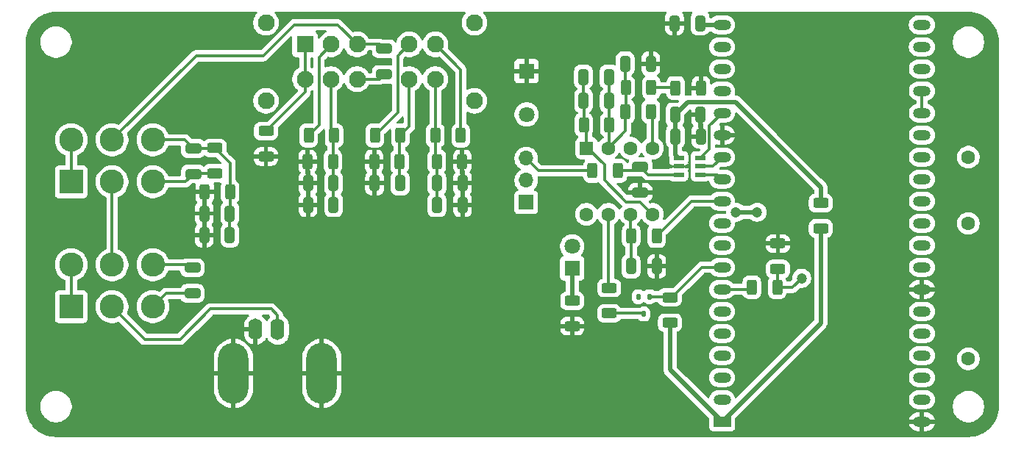
<source format=gbr>
%TF.GenerationSoftware,KiCad,Pcbnew,9.0.1*%
%TF.CreationDate,2025-04-07T11:22:38-03:00*%
%TF.ProjectId,Proyecto integrador 1.1,50726f79-6563-4746-9f20-696e74656772,rev?*%
%TF.SameCoordinates,Original*%
%TF.FileFunction,Copper,L1,Top*%
%TF.FilePolarity,Positive*%
%FSLAX46Y46*%
G04 Gerber Fmt 4.6, Leading zero omitted, Abs format (unit mm)*
G04 Created by KiCad (PCBNEW 9.0.1) date 2025-04-07 11:22:38*
%MOMM*%
%LPD*%
G01*
G04 APERTURE LIST*
G04 Aperture macros list*
%AMRoundRect*
0 Rectangle with rounded corners*
0 $1 Rounding radius*
0 $2 $3 $4 $5 $6 $7 $8 $9 X,Y pos of 4 corners*
0 Add a 4 corners polygon primitive as box body*
4,1,4,$2,$3,$4,$5,$6,$7,$8,$9,$2,$3,0*
0 Add four circle primitives for the rounded corners*
1,1,$1+$1,$2,$3*
1,1,$1+$1,$4,$5*
1,1,$1+$1,$6,$7*
1,1,$1+$1,$8,$9*
0 Add four rect primitives between the rounded corners*
20,1,$1+$1,$2,$3,$4,$5,0*
20,1,$1+$1,$4,$5,$6,$7,0*
20,1,$1+$1,$6,$7,$8,$9,0*
20,1,$1+$1,$8,$9,$2,$3,0*%
G04 Aperture macros list end*
%TA.AperFunction,SMDPad,CuDef*%
%ADD10RoundRect,0.250000X0.312500X0.625000X-0.312500X0.625000X-0.312500X-0.625000X0.312500X-0.625000X0*%
%TD*%
%TA.AperFunction,SMDPad,CuDef*%
%ADD11RoundRect,0.250000X0.625000X-0.312500X0.625000X0.312500X-0.625000X0.312500X-0.625000X-0.312500X0*%
%TD*%
%TA.AperFunction,SMDPad,CuDef*%
%ADD12RoundRect,0.250000X-0.650000X0.325000X-0.650000X-0.325000X0.650000X-0.325000X0.650000X0.325000X0*%
%TD*%
%TA.AperFunction,SMDPad,CuDef*%
%ADD13RoundRect,0.250000X-0.312500X-0.625000X0.312500X-0.625000X0.312500X0.625000X-0.312500X0.625000X0*%
%TD*%
%TA.AperFunction,SMDPad,CuDef*%
%ADD14RoundRect,0.250000X-0.625000X0.312500X-0.625000X-0.312500X0.625000X-0.312500X0.625000X0.312500X0*%
%TD*%
%TA.AperFunction,SMDPad,CuDef*%
%ADD15RoundRect,0.250000X0.325000X0.650000X-0.325000X0.650000X-0.325000X-0.650000X0.325000X-0.650000X0*%
%TD*%
%TA.AperFunction,SMDPad,CuDef*%
%ADD16RoundRect,0.112500X0.112500X0.237500X-0.112500X0.237500X-0.112500X-0.237500X0.112500X-0.237500X0*%
%TD*%
%TA.AperFunction,SMDPad,CuDef*%
%ADD17RoundRect,0.250000X-0.325000X-0.650000X0.325000X-0.650000X0.325000X0.650000X-0.325000X0.650000X0*%
%TD*%
%TA.AperFunction,SMDPad,CuDef*%
%ADD18RoundRect,0.250000X0.650000X-0.325000X0.650000X0.325000X-0.650000X0.325000X-0.650000X-0.325000X0*%
%TD*%
%TA.AperFunction,SMDPad,CuDef*%
%ADD19R,1.200000X0.600000*%
%TD*%
%TA.AperFunction,ComponentPad*%
%ADD20R,1.700000X1.700000*%
%TD*%
%TA.AperFunction,ComponentPad*%
%ADD21O,1.700000X1.700000*%
%TD*%
%TA.AperFunction,ComponentPad*%
%ADD22O,1.600000X2.500000*%
%TD*%
%TA.AperFunction,ComponentPad*%
%ADD23O,3.500000X7.000000*%
%TD*%
%TA.AperFunction,ComponentPad*%
%ADD24R,1.800000X1.800000*%
%TD*%
%TA.AperFunction,ComponentPad*%
%ADD25C,1.800000*%
%TD*%
%TA.AperFunction,ComponentPad*%
%ADD26R,1.950000X1.950000*%
%TD*%
%TA.AperFunction,ComponentPad*%
%ADD27C,1.950000*%
%TD*%
%TA.AperFunction,ComponentPad*%
%ADD28RoundRect,0.250000X-0.550000X0.550000X-0.550000X-0.550000X0.550000X-0.550000X0.550000X0.550000X0*%
%TD*%
%TA.AperFunction,ComponentPad*%
%ADD29C,1.600000*%
%TD*%
%TA.AperFunction,ComponentPad*%
%ADD30R,2.775000X2.775000*%
%TD*%
%TA.AperFunction,ComponentPad*%
%ADD31C,2.775000*%
%TD*%
%TA.AperFunction,ComponentPad*%
%ADD32R,2.000000X1.200000*%
%TD*%
%TA.AperFunction,ComponentPad*%
%ADD33O,2.000000X1.200000*%
%TD*%
%TA.AperFunction,ViaPad*%
%ADD34C,1.600000*%
%TD*%
%TA.AperFunction,ViaPad*%
%ADD35C,1.200000*%
%TD*%
%TA.AperFunction,Conductor*%
%ADD36C,0.300000*%
%TD*%
%TA.AperFunction,Conductor*%
%ADD37C,0.500000*%
%TD*%
G04 APERTURE END LIST*
D10*
%TO.P,R4,1*%
%TO.N,Net-(C6-Pad1)*%
X126987500Y-79760000D03*
%TO.P,R4,2*%
%TO.N,Net-(R4-Pad2)*%
X124062500Y-79760000D03*
%TD*%
D11*
%TO.P,R18,1*%
%TO.N,/Square_signal*%
X178075000Y-95137500D03*
%TO.P,R18,2*%
%TO.N,GND*%
X178075000Y-92212500D03*
%TD*%
D10*
%TO.P,R7,1*%
%TO.N,Net-(C8-Pad1)*%
X134525000Y-82760000D03*
%TO.P,R7,2*%
%TO.N,GND*%
X131600000Y-82760000D03*
%TD*%
D12*
%TO.P,C15,1*%
%TO.N,/Complementary circuits/EXT_ADC*%
X162225000Y-83385000D03*
%TO.P,C15,2*%
%TO.N,GND*%
X162225000Y-86335000D03*
%TD*%
D13*
%TO.P,R19,1*%
%TO.N,Net-(U1B--)*%
X161187500Y-91335000D03*
%TO.P,R19,2*%
%TO.N,/Complementary circuits/TRIGGER_PWM*%
X164112500Y-91335000D03*
%TD*%
D14*
%TO.P,R1,1*%
%TO.N,Net-(S2-NO2)*%
X113270000Y-81200000D03*
%TO.P,R1,2*%
%TO.N,Net-(S2-NO1)*%
X113270000Y-84125000D03*
%TD*%
D13*
%TO.P,R12,1*%
%TO.N,Net-(U1A--)*%
X160575000Y-74250000D03*
%TO.P,R12,2*%
%TO.N,Net-(R12-Pad2)*%
X163500000Y-74250000D03*
%TD*%
D15*
%TO.P,C6,1*%
%TO.N,Net-(C6-Pad1)*%
X126937500Y-85260000D03*
%TO.P,C6,2*%
%TO.N,GND*%
X123987500Y-85260000D03*
%TD*%
D11*
%TO.P,R20,1*%
%TO.N,+3.3V*%
X165650000Y-101335000D03*
%TO.P,R20,2*%
%TO.N,/Complementary circuits/TRANSIENT*%
X165650000Y-98410000D03*
%TD*%
D16*
%TO.P,D1,1*%
%TO.N,/Complementary circuits/TRANSIENT*%
X163300000Y-98335000D03*
%TO.P,D1,2*%
%TO.N,unconnected-(D1-Pad2)*%
X162000000Y-98335000D03*
%TO.P,D1,3*%
%TO.N,Net-(D1-Pad3)*%
X162650000Y-100335000D03*
%TD*%
D12*
%TO.P,C5,1*%
%TO.N,Net-(S2-COM2)*%
X132750000Y-69775000D03*
%TO.P,C5,2*%
%TO.N,/Vatten*%
X132750000Y-72725000D03*
%TD*%
D17*
%TO.P,C10,1*%
%TO.N,Net-(C10-Pad1)*%
X138825000Y-87760000D03*
%TO.P,C10,2*%
%TO.N,GND*%
X141775000Y-87760000D03*
%TD*%
D13*
%TO.P,R8,1*%
%TO.N,Net-(C10-Pad1)*%
X138650000Y-79760000D03*
%TO.P,R8,2*%
%TO.N,Net-(R8-Pad2)*%
X141575000Y-79760000D03*
%TD*%
D11*
%TO.P,R21,1*%
%TO.N,Net-(D1-Pad3)*%
X158650000Y-100260000D03*
%TO.P,R21,2*%
%TO.N,Net-(R21-Pad2)*%
X158650000Y-97335000D03*
%TD*%
D17*
%TO.P,C17,1*%
%TO.N,Net-(IC1-VDD)*%
X166275000Y-79870000D03*
%TO.P,C17,2*%
%TO.N,GND*%
X169225000Y-79870000D03*
%TD*%
D14*
%TO.P,R22,1*%
%TO.N,Net-(D2-K)*%
X154400000Y-98797500D03*
%TO.P,R22,2*%
%TO.N,GND*%
X154400000Y-101722500D03*
%TD*%
D17*
%TO.P,C19,1*%
%TO.N,Net-(U1B--)*%
X161175000Y-94835000D03*
%TO.P,C19,2*%
%TO.N,GND*%
X164125000Y-94835000D03*
%TD*%
D15*
%TO.P,C8,1*%
%TO.N,Net-(C8-Pad1)*%
X134600000Y-85260000D03*
%TO.P,C8,2*%
%TO.N,GND*%
X131650000Y-85260000D03*
%TD*%
D18*
%TO.P,C1,1*%
%TO.N,Net-(S1-NO1)*%
X110690000Y-97950000D03*
%TO.P,C1,2*%
%TO.N,Net-(S1-NO2)*%
X110690000Y-95000000D03*
%TD*%
D10*
%TO.P,R2,1*%
%TO.N,Net-(S2-NO2)*%
X115025000Y-86250000D03*
%TO.P,R2,2*%
%TO.N,GND*%
X112100000Y-86250000D03*
%TD*%
%TO.P,R5,1*%
%TO.N,Net-(C6-Pad1)*%
X126862500Y-82760000D03*
%TO.P,R5,2*%
%TO.N,GND*%
X123937500Y-82760000D03*
%TD*%
%TO.P,R17,1*%
%TO.N,/Square_signal*%
X178000000Y-97250000D03*
%TO.P,R17,2*%
%TO.N,/Complementary circuits/SQUARE_ATTEN*%
X175075000Y-97250000D03*
%TD*%
D14*
%TO.P,R3,1*%
%TO.N,Net-(R3-Pad1)*%
X119150000Y-79260000D03*
%TO.P,R3,2*%
%TO.N,GND*%
X119150000Y-82185000D03*
%TD*%
D15*
%TO.P,C7,1*%
%TO.N,Net-(C6-Pad1)*%
X126937500Y-87760000D03*
%TO.P,C7,2*%
%TO.N,GND*%
X123987500Y-87760000D03*
%TD*%
D10*
%TO.P,R6,1*%
%TO.N,Net-(C8-Pad1)*%
X134612500Y-79760000D03*
%TO.P,R6,2*%
%TO.N,Net-(R6-Pad2)*%
X131687500Y-79760000D03*
%TD*%
D13*
%TO.P,R9,1*%
%TO.N,Net-(C10-Pad1)*%
X138825000Y-82760000D03*
%TO.P,R9,2*%
%TO.N,GND*%
X141750000Y-82760000D03*
%TD*%
%TO.P,R13,1*%
%TO.N,Net-(R12-Pad2)*%
X166300000Y-74300000D03*
%TO.P,R13,2*%
%TO.N,GND*%
X169225000Y-74300000D03*
%TD*%
%TO.P,R10,1*%
%TO.N,/Complementary circuits/SIGNAL_INPUT*%
X155737500Y-78530000D03*
%TO.P,R10,2*%
%TO.N,Net-(U1A--)*%
X158662500Y-78530000D03*
%TD*%
D17*
%TO.P,C9,1*%
%TO.N,Net-(C10-Pad1)*%
X138825000Y-85260000D03*
%TO.P,C9,2*%
%TO.N,GND*%
X141775000Y-85260000D03*
%TD*%
D15*
%TO.P,C12,1*%
%TO.N,Net-(U1A--)*%
X158660000Y-75750000D03*
%TO.P,C12,2*%
%TO.N,/Complementary circuits/SIGNAL_INPUT*%
X155710000Y-75750000D03*
%TD*%
%TO.P,C3,1*%
%TO.N,Net-(S2-NO2)*%
X115000000Y-88750000D03*
%TO.P,C3,2*%
%TO.N,GND*%
X112050000Y-88750000D03*
%TD*%
D14*
%TO.P,R16,1*%
%TO.N,Net-(IC1-VDD)*%
X183000000Y-87537500D03*
%TO.P,R16,2*%
%TO.N,+3.3V*%
X183000000Y-90462500D03*
%TD*%
D19*
%TO.P,IC1,1,VDD*%
%TO.N,Net-(IC1-VDD)*%
X166650000Y-82370000D03*
%TO.P,IC1,2,GND*%
%TO.N,GND*%
X166650000Y-83320000D03*
%TO.P,IC1,3,VIN*%
%TO.N,/Complementary circuits/EXT_ADC*%
X166650000Y-84270000D03*
%TO.P,IC1,4,SCLK*%
%TO.N,/Complementary circuits/CLK_SPI*%
X169150000Y-84270000D03*
%TO.P,IC1,5,SDO*%
%TO.N,/Complementary circuits/MISO_SPI*%
X169150000Y-83320000D03*
%TO.P,IC1,6,~{CS}*%
%TO.N,/Complementary circuits/CS_SPI*%
X169150000Y-82370000D03*
%TD*%
D15*
%TO.P,C4,1*%
%TO.N,Net-(S2-NO2)*%
X115000000Y-91250000D03*
%TO.P,C4,2*%
%TO.N,GND*%
X112050000Y-91250000D03*
%TD*%
%TO.P,C23,1*%
%TO.N,VDDA*%
X169125000Y-66835000D03*
%TO.P,C23,2*%
%TO.N,GND*%
X166175000Y-66835000D03*
%TD*%
D17*
%TO.P,C18,1*%
%TO.N,Net-(IC1-VDD)*%
X166225000Y-77370000D03*
%TO.P,C18,2*%
%TO.N,GND*%
X169175000Y-77370000D03*
%TD*%
D10*
%TO.P,R14,1*%
%TO.N,/Complementary circuits/EXT_ADC*%
X159650000Y-83835000D03*
%TO.P,R14,2*%
%TO.N,Net-(J2-Pin_3)*%
X156725000Y-83835000D03*
%TD*%
D15*
%TO.P,C14,1*%
%TO.N,GND*%
X163450000Y-71500000D03*
%TO.P,C14,2*%
%TO.N,Net-(U1A--)*%
X160500000Y-71500000D03*
%TD*%
D13*
%TO.P,R11,1*%
%TO.N,Net-(U1A--)*%
X160537500Y-77000000D03*
%TO.P,R11,2*%
%TO.N,VSSA*%
X163462500Y-77000000D03*
%TD*%
D15*
%TO.P,C13,1*%
%TO.N,Net-(U1A--)*%
X158640000Y-73000000D03*
%TO.P,C13,2*%
%TO.N,/Complementary circuits/SIGNAL_INPUT*%
X155690000Y-73000000D03*
%TD*%
D18*
%TO.P,C2,1*%
%TO.N,Net-(S2-NO1)*%
X110770000Y-84200000D03*
%TO.P,C2,2*%
%TO.N,Net-(S2-NO2)*%
X110770000Y-81250000D03*
%TD*%
D20*
%TO.P,J2,1,Pin_1*%
%TO.N,Net-(J2-Pin_1)*%
X149100000Y-87475000D03*
D21*
%TO.P,J2,2,Pin_2*%
%TO.N,/Complementary circuits/SIGNAL_INPUT*%
X149100000Y-84935000D03*
%TO.P,J2,3,Pin_3*%
%TO.N,Net-(J2-Pin_3)*%
X149100000Y-82395000D03*
%TD*%
D22*
%TO.P,J1,1,In*%
%TO.N,Net-(J1-In)*%
X120500000Y-102100000D03*
D23*
%TO.P,J1,2,Ext*%
%TO.N,GND*%
X115420000Y-107180000D03*
D22*
X117960000Y-102100000D03*
D23*
X125580000Y-107180000D03*
%TD*%
D24*
%TO.P,C11,1,1*%
%TO.N,GND*%
X149150000Y-72335000D03*
D25*
%TO.P,C11,2,2*%
%TO.N,/Vatten*%
X149150000Y-77335000D03*
%TD*%
D26*
%TO.P,S3,1*%
%TO.N,Net-(R3-Pad1)*%
X123650000Y-69260000D03*
D27*
%TO.P,S3,2*%
%TO.N,Net-(R4-Pad2)*%
X126650000Y-69260000D03*
%TO.P,S3,3*%
%TO.N,Net-(S2-COM2)*%
X129650000Y-69260000D03*
%TO.P,S3,4*%
%TO.N,Net-(R6-Pad2)*%
X135650000Y-69260000D03*
%TO.P,S3,5*%
%TO.N,Net-(R8-Pad2)*%
X138650000Y-69260000D03*
%TO.P,S3,6*%
%TO.N,Net-(R3-Pad1)*%
X123650000Y-73260000D03*
%TO.P,S3,7*%
%TO.N,Net-(C6-Pad1)*%
X126650000Y-73260000D03*
%TO.P,S3,8*%
%TO.N,/Vatten*%
X129650000Y-73260000D03*
%TO.P,S3,9*%
%TO.N,Net-(C8-Pad1)*%
X135650000Y-73260000D03*
%TO.P,S3,10*%
%TO.N,Net-(C10-Pad1)*%
X138650000Y-73260000D03*
%TO.P,S3,SH1*%
%TO.N,N/C*%
X119150000Y-75760000D03*
%TO.P,S3,SH2*%
X119150000Y-66760000D03*
%TO.P,S3,SH3*%
X143150000Y-75760000D03*
%TO.P,S3,SH4*%
X143150000Y-66760000D03*
%TD*%
D28*
%TO.P,U1,1*%
%TO.N,/Complementary circuits/SIGNAL_INPUT*%
X156030000Y-81215000D03*
D29*
%TO.P,U1,2,-*%
%TO.N,Net-(U1A--)*%
X158570000Y-81215000D03*
%TO.P,U1,3,+*%
%TO.N,/Vatten*%
X161110000Y-81215000D03*
%TO.P,U1,4,V-*%
%TO.N,VSSA*%
X163650000Y-81215000D03*
%TO.P,U1,5,+*%
%TO.N,/Complementary circuits/SIGNAL_INPUT*%
X163650000Y-88835000D03*
%TO.P,U1,6,-*%
%TO.N,Net-(U1B--)*%
X161110000Y-88835000D03*
%TO.P,U1,7*%
%TO.N,Net-(R21-Pad2)*%
X158570000Y-88835000D03*
%TO.P,U1,8,V+*%
%TO.N,VDDA*%
X156030000Y-88835000D03*
%TD*%
D30*
%TO.P,S2,1,NC1*%
%TO.N,Net-(S2-NC1)*%
X96740000Y-85090000D03*
D31*
%TO.P,S2,2,COM1*%
%TO.N,Net-(S1-COM2)*%
X101440000Y-85090000D03*
%TO.P,S2,3,NO1*%
%TO.N,Net-(S2-NO1)*%
X106140000Y-85090000D03*
%TO.P,S2,4,NC2*%
%TO.N,Net-(S2-NC1)*%
X96740000Y-80260000D03*
%TO.P,S2,5,COM2*%
%TO.N,Net-(S2-COM2)*%
X101440000Y-80260000D03*
%TO.P,S2,6,NO2*%
%TO.N,Net-(S2-NO2)*%
X106140000Y-80260000D03*
%TD*%
D32*
%TO.P,U4,1,3V3*%
%TO.N,+3.3V*%
X171650000Y-112730000D03*
D33*
%TO.P,U4,2,CHIP_PU*%
%TO.N,unconnected-(U4-CHIP_PU-Pad2)*%
X171650000Y-110190000D03*
%TO.P,U4,3,SENSOR_VP/GPIO36/ADC1_CH0*%
%TO.N,unconnected-(U4-SENSOR_VP{slash}GPIO36{slash}ADC1_CH0-Pad3)*%
X171650000Y-107650000D03*
%TO.P,U4,4,SENSOR_VN/GPIO39/ADC1_CH3*%
%TO.N,unconnected-(U4-SENSOR_VN{slash}GPIO39{slash}ADC1_CH3-Pad4)*%
X171650000Y-105110000D03*
%TO.P,U4,5,VDET_1/GPIO34/ADC1_CH6*%
%TO.N,/Complementary circuits/INT_ADC*%
X171650000Y-102570000D03*
%TO.P,U4,6,VDET_2/GPIO35/ADC1_CH7*%
%TO.N,unconnected-(U4-VDET_2{slash}GPIO35{slash}ADC1_CH7-Pad6)*%
X171650000Y-100030000D03*
%TO.P,U4,7,32K_XP/GPIO32/ADC1_CH4*%
%TO.N,/Complementary circuits/SQUARE_ATTEN*%
X171650000Y-97490000D03*
%TO.P,U4,8,32K_XN/GPIO33/ADC1_CH5*%
%TO.N,/Complementary circuits/TRANSIENT*%
X171650000Y-94950000D03*
%TO.P,U4,9,DAC_1/ADC2_CH8/GPIO25*%
%TO.N,/Complementary circuits/LED_GPIO*%
X171650000Y-92410000D03*
%TO.P,U4,10,DAC_2/ADC2_CH9/GPIO26*%
%TO.N,unconnected-(U4-DAC_2{slash}ADC2_CH9{slash}GPIO26-Pad10)*%
X171650000Y-89870000D03*
%TO.P,U4,11,ADC2_CH7/GPIO27*%
%TO.N,/Complementary circuits/TRIGGER_PWM*%
X171650000Y-87330000D03*
%TO.P,U4,12,MTMS/GPIO14/ADC2_CH6*%
%TO.N,/Complementary circuits/CLK_SPI*%
X171650000Y-84790000D03*
%TO.P,U4,13,MTDI/GPIO12/ADC2_CH5*%
%TO.N,/Complementary circuits/MISO_SPI*%
X171650000Y-82250000D03*
%TO.P,U4,14,GND*%
%TO.N,GND*%
X171650000Y-79710000D03*
%TO.P,U4,15,MTCK/GPIO13/ADC2_CH4*%
%TO.N,/Complementary circuits/CS_SPI*%
X171650000Y-77170000D03*
%TO.P,U4,16,SD_DATA2/GPIO9*%
%TO.N,unconnected-(U4-SD_DATA2{slash}GPIO9-Pad16)*%
X171650000Y-74630000D03*
%TO.P,U4,17,SD_DATA3/GPIO10*%
%TO.N,unconnected-(U4-SD_DATA3{slash}GPIO10-Pad17)*%
X171650000Y-72090000D03*
%TO.P,U4,18,CMD*%
%TO.N,unconnected-(U4-CMD-Pad18)*%
X171650000Y-69550000D03*
%TO.P,U4,19,5V*%
%TO.N,VDDA*%
X171650000Y-67010000D03*
%TO.P,U4,20,SD_CLK/GPIO6*%
%TO.N,unconnected-(U4-SD_CLK{slash}GPIO6-Pad20)*%
X194646320Y-67012720D03*
%TO.P,U4,21,SD_DATA0/GPIO7*%
%TO.N,unconnected-(U4-SD_DATA0{slash}GPIO7-Pad21)*%
X194646320Y-69552720D03*
%TO.P,U4,22,SD_DATA1/GPIO8*%
%TO.N,unconnected-(U4-SD_DATA1{slash}GPIO8-Pad22)*%
X194650000Y-72090000D03*
%TO.P,U4,23,MTDO/GPIO15/ADC2_CH3*%
%TO.N,/ESP32/CS_MCPWM_SYNC*%
X194650000Y-74630000D03*
%TO.P,U4,24,ADC2_CH2/GPIO2*%
X194650000Y-77170000D03*
%TO.P,U4,25,GPIO0/BOOT/ADC2_CH1*%
%TO.N,unconnected-(U4-GPIO0{slash}BOOT{slash}ADC2_CH1-Pad25)*%
X194650000Y-79710000D03*
%TO.P,U4,26,ADC2_CH0/GPIO4*%
%TO.N,unconnected-(U4-ADC2_CH0{slash}GPIO4-Pad26)*%
X194650000Y-82250000D03*
%TO.P,U4,27,GPIO16*%
%TO.N,unconnected-(U4-GPIO16-Pad27)*%
X194650000Y-84790000D03*
%TO.P,U4,28,GPIO17*%
%TO.N,unconnected-(U4-GPIO17-Pad28)*%
X194650000Y-87330000D03*
%TO.P,U4,29,GPIO5*%
%TO.N,unconnected-(U4-GPIO5-Pad29)*%
X194650000Y-89870000D03*
%TO.P,U4,30,GPIO18*%
%TO.N,unconnected-(U4-GPIO18-Pad30)*%
X194650000Y-92410000D03*
%TO.P,U4,31,GPIO19*%
%TO.N,unconnected-(U4-GPIO19-Pad31)*%
X194650000Y-94950000D03*
%TO.P,U4,32,GND*%
%TO.N,GND*%
X194650000Y-97490000D03*
%TO.P,U4,33,GPIO21*%
%TO.N,unconnected-(U4-GPIO21-Pad33)*%
X194650000Y-100030000D03*
%TO.P,U4,34,U0RXD/GPIO3*%
%TO.N,unconnected-(U4-U0RXD{slash}GPIO3-Pad34)*%
X194650000Y-102570000D03*
%TO.P,U4,35,U0TXD/GPIO1*%
%TO.N,unconnected-(U4-U0TXD{slash}GPIO1-Pad35)*%
X194650000Y-105110000D03*
%TO.P,U4,36,GPIO22*%
%TO.N,unconnected-(U4-GPIO22-Pad36)*%
X194650000Y-107650000D03*
%TO.P,U4,37,GPIO23*%
%TO.N,unconnected-(U4-GPIO23-Pad37)*%
X194650000Y-110190000D03*
%TO.P,U4,38,GND*%
%TO.N,GND*%
X194650000Y-112730000D03*
%TD*%
D24*
%TO.P,D2,1,K*%
%TO.N,Net-(D2-K)*%
X154400000Y-95072500D03*
D25*
%TO.P,D2,2,A*%
%TO.N,/Complementary circuits/LED_GPIO*%
X154400000Y-92532500D03*
%TD*%
D30*
%TO.P,S1,1,NC1*%
%TO.N,Net-(S1-NC1)*%
X96740000Y-99480000D03*
D31*
%TO.P,S1,2,COM1*%
%TO.N,Net-(J1-In)*%
X101440000Y-99480000D03*
%TO.P,S1,3,NO1*%
%TO.N,Net-(S1-NO1)*%
X106140000Y-99480000D03*
%TO.P,S1,4,NC2*%
%TO.N,Net-(S1-NC1)*%
X96740000Y-94650000D03*
%TO.P,S1,5,COM2*%
%TO.N,Net-(S1-COM2)*%
X101440000Y-94650000D03*
%TO.P,S1,6,NO2*%
%TO.N,Net-(S1-NO2)*%
X106140000Y-94650000D03*
%TD*%
D34*
%TO.N,GND*%
X158250000Y-69800000D03*
X200000000Y-74500000D03*
X169000000Y-106300000D03*
%TO.N,VDDA*%
X200000000Y-82250000D03*
D35*
%TO.N,VSSA*%
X175700000Y-88600000D03*
D34*
X200000000Y-105500000D03*
D35*
X173250000Y-88600000D03*
D34*
%TO.N,/Square_signal*%
X200000000Y-89900000D03*
D35*
X180800000Y-96200000D03*
%TD*%
D36*
%TO.N,Net-(S1-NO1)*%
X106140000Y-99480000D02*
X107670000Y-97950000D01*
X107670000Y-97950000D02*
X110690000Y-97950000D01*
%TO.N,Net-(S2-NO2)*%
X115025000Y-86250000D02*
X115025000Y-88725000D01*
X113220000Y-81250000D02*
X113270000Y-81200000D01*
X115025000Y-88725000D02*
X115000000Y-88750000D01*
X110770000Y-81250000D02*
X113220000Y-81250000D01*
X115025000Y-82955000D02*
X115025000Y-86250000D01*
X115000000Y-91250000D02*
X115000000Y-88750000D01*
X109780000Y-80260000D02*
X110770000Y-81250000D01*
X113270000Y-81200000D02*
X115025000Y-82955000D01*
X106140000Y-80260000D02*
X109780000Y-80260000D01*
%TO.N,Net-(S2-NO1)*%
X109880000Y-85090000D02*
X110770000Y-84200000D01*
X106140000Y-85090000D02*
X109880000Y-85090000D01*
X113270000Y-84125000D02*
X110845000Y-84125000D01*
X110845000Y-84125000D02*
X110770000Y-84200000D01*
%TO.N,/Vatten*%
X129650000Y-73260000D02*
X132215000Y-73260000D01*
X132215000Y-73260000D02*
X132750000Y-72725000D01*
%TO.N,Net-(C6-Pad1)*%
X126862500Y-79887500D02*
X126862500Y-82760000D01*
X126862500Y-85185000D02*
X126937500Y-85260000D01*
X126987500Y-79760000D02*
X126987500Y-79762500D01*
X126937500Y-85260000D02*
X126937500Y-87760000D01*
X126862500Y-82760000D02*
X126862500Y-85185000D01*
X126650000Y-73260000D02*
X126650000Y-79422500D01*
X126987500Y-79762500D02*
X126862500Y-79887500D01*
X126650000Y-79422500D02*
X126987500Y-79760000D01*
%TO.N,Net-(C8-Pad1)*%
X135650000Y-78722500D02*
X134612500Y-79760000D01*
X134525000Y-80200000D02*
X134525000Y-82760000D01*
X134612500Y-80112500D02*
X134525000Y-80200000D01*
X134525000Y-82760000D02*
X134525000Y-85185000D01*
X135650000Y-73260000D02*
X135650000Y-78722500D01*
X134612500Y-79760000D02*
X134612500Y-80112500D01*
X134525000Y-85185000D02*
X134600000Y-85260000D01*
%TO.N,Net-(C10-Pad1)*%
X138825000Y-85260000D02*
X138825000Y-87760000D01*
X138825000Y-82760000D02*
X138825000Y-85260000D01*
X138650000Y-79760000D02*
X138650000Y-82585000D01*
X138650000Y-82585000D02*
X138825000Y-82760000D01*
X138650000Y-73260000D02*
X138650000Y-79760000D01*
%TO.N,/Complementary circuits/SIGNAL_INPUT*%
X156030000Y-78822500D02*
X155737500Y-78530000D01*
X155737500Y-78530000D02*
X155737500Y-75777500D01*
X156030000Y-81215000D02*
X156030000Y-78822500D01*
X158100000Y-83100000D02*
X158100000Y-84900000D01*
X160600000Y-87400000D02*
X162215000Y-87400000D01*
X156215000Y-81215000D02*
X158100000Y-83100000D01*
X156030000Y-81215000D02*
X156215000Y-81215000D01*
X155725000Y-80910000D02*
X156030000Y-81215000D01*
X155710000Y-75750000D02*
X155710000Y-73020000D01*
X155737500Y-75777500D02*
X155710000Y-75750000D01*
X162215000Y-87400000D02*
X163650000Y-88835000D01*
X158100000Y-84900000D02*
X160600000Y-87400000D01*
X155710000Y-73020000D02*
X155690000Y-73000000D01*
%TO.N,/Complementary circuits/EXT_ADC*%
X163110000Y-84270000D02*
X166650000Y-84270000D01*
X162225000Y-83385000D02*
X163110000Y-84270000D01*
X159650000Y-83835000D02*
X161775000Y-83835000D01*
X161775000Y-83835000D02*
X162225000Y-83385000D01*
D37*
%TO.N,+3.3V*%
X183000000Y-101380000D02*
X183000000Y-90462500D01*
X171650000Y-112730000D02*
X183000000Y-101380000D01*
X165650000Y-106730000D02*
X165650000Y-101335000D01*
X171650000Y-112730000D02*
X165650000Y-106730000D01*
D36*
%TO.N,Net-(U1B--)*%
X161187500Y-94822500D02*
X161175000Y-94835000D01*
X161110000Y-91257500D02*
X161187500Y-91335000D01*
X161187500Y-91335000D02*
X161187500Y-94822500D01*
X161110000Y-88835000D02*
X161110000Y-91257500D01*
D37*
%TO.N,VDDA*%
X171650000Y-67010000D02*
X169300000Y-67010000D01*
D36*
X169300000Y-67010000D02*
X169125000Y-66835000D01*
D37*
%TO.N,VSSA*%
X173250000Y-88600000D02*
X175700000Y-88600000D01*
D36*
X163650000Y-81215000D02*
X163650000Y-77187500D01*
D37*
X163650000Y-77187500D02*
X163462500Y-77000000D01*
D36*
%TO.N,Net-(D1-Pad3)*%
X158650000Y-100260000D02*
X162575000Y-100260000D01*
X162575000Y-100260000D02*
X162650000Y-100335000D01*
%TO.N,/Complementary circuits/TRANSIENT*%
X169300000Y-94950000D02*
X171650000Y-94950000D01*
X165650000Y-98410000D02*
X165840000Y-98410000D01*
X165575000Y-98335000D02*
X165650000Y-98410000D01*
X165840000Y-98410000D02*
X169300000Y-94950000D01*
X163300000Y-98335000D02*
X165575000Y-98335000D01*
%TO.N,/Complementary circuits/CLK_SPI*%
X169150000Y-84270000D02*
X171130000Y-84270000D01*
X171130000Y-84270000D02*
X171650000Y-84790000D01*
%TO.N,/Complementary circuits/MISO_SPI*%
X169150000Y-83320000D02*
X170580000Y-83320000D01*
X170580000Y-83320000D02*
X171650000Y-82250000D01*
%TO.N,Net-(J1-In)*%
X119750000Y-99750000D02*
X112750000Y-99750000D01*
X120500000Y-100500000D02*
X119750000Y-99750000D01*
X120500000Y-102100000D02*
X120500000Y-100500000D01*
X105210000Y-103250000D02*
X101440000Y-99480000D01*
X112750000Y-99750000D02*
X109250000Y-103250000D01*
X109250000Y-103250000D02*
X105210000Y-103250000D01*
%TO.N,/Square_signal*%
X179750000Y-97250000D02*
X180800000Y-96200000D01*
X178000000Y-97250000D02*
X179750000Y-97250000D01*
X178000000Y-95212500D02*
X178075000Y-95137500D01*
X178000000Y-97250000D02*
X178000000Y-95212500D01*
%TO.N,/Complementary circuits/SQUARE_ATTEN*%
X171650000Y-97490000D02*
X174835000Y-97490000D01*
X174835000Y-97490000D02*
X175075000Y-97250000D01*
%TO.N,/Complementary circuits/TRIGGER_PWM*%
X164112500Y-91335000D02*
X168117500Y-87330000D01*
X168117500Y-87330000D02*
X171650000Y-87330000D01*
%TO.N,Net-(R21-Pad2)*%
X158570000Y-97255000D02*
X158650000Y-97335000D01*
X158570000Y-88835000D02*
X158570000Y-97255000D01*
%TO.N,Net-(S1-NC1)*%
X96740000Y-99480000D02*
X96740000Y-94650000D01*
%TO.N,Net-(S1-COM2)*%
X101440000Y-94650000D02*
X101440000Y-85090000D01*
%TO.N,Net-(S2-NC1)*%
X96740000Y-85090000D02*
X96740000Y-80260000D01*
%TO.N,Net-(U1A--)*%
X158660000Y-78527500D02*
X158662500Y-78530000D01*
X158660000Y-75750000D02*
X158660000Y-78527500D01*
X160500000Y-71500000D02*
X160500000Y-74175000D01*
X160537500Y-77000000D02*
X160537500Y-79247500D01*
X160575000Y-76962500D02*
X160537500Y-77000000D01*
X160537500Y-79247500D02*
X158570000Y-81215000D01*
X160500000Y-74175000D02*
X160575000Y-74250000D01*
X158640000Y-75730000D02*
X158660000Y-75750000D01*
X158662500Y-81122500D02*
X158570000Y-81215000D01*
X158640000Y-73000000D02*
X158640000Y-75730000D01*
X158662500Y-78530000D02*
X158662500Y-81122500D01*
X160575000Y-74250000D02*
X160575000Y-76962500D01*
D37*
%TO.N,Net-(D2-K)*%
X154400000Y-98797500D02*
X154400000Y-95072500D01*
D36*
%TO.N,Net-(S1-NO2)*%
X110340000Y-94650000D02*
X110690000Y-95000000D01*
X106140000Y-94650000D02*
X110340000Y-94650000D01*
%TO.N,Net-(S2-COM2)*%
X127390000Y-67000000D02*
X129650000Y-69260000D01*
X111114000Y-70586000D02*
X118814000Y-70586000D01*
X122400000Y-67000000D02*
X127390000Y-67000000D01*
X132235000Y-69260000D02*
X132750000Y-69775000D01*
X118814000Y-70586000D02*
X122400000Y-67000000D01*
X129650000Y-69260000D02*
X132235000Y-69260000D01*
X101440000Y-80260000D02*
X111114000Y-70586000D01*
%TO.N,/Complementary circuits/CS_SPI*%
X170200000Y-78620000D02*
X171650000Y-77170000D01*
X169150000Y-82370000D02*
X170200000Y-81320000D01*
X170200000Y-81320000D02*
X170200000Y-78620000D01*
%TO.N,/ESP32/CS_MCPWM_SYNC*%
X194650000Y-74630000D02*
X194650000Y-77170000D01*
D37*
%TO.N,Net-(IC1-VDD)*%
X166225000Y-77370000D02*
X167695000Y-75900000D01*
X166275000Y-81995000D02*
X166650000Y-82370000D01*
X167695000Y-75900000D02*
X173200000Y-75900000D01*
X166275000Y-79870000D02*
X166275000Y-81995000D01*
X166225000Y-77370000D02*
X166225000Y-79820000D01*
X166225000Y-79820000D02*
X166275000Y-79870000D01*
X183000000Y-85700000D02*
X183000000Y-87537500D01*
X173200000Y-75900000D02*
X183000000Y-85700000D01*
D36*
%TO.N,Net-(R3-Pad1)*%
X123650000Y-74760000D02*
X119150000Y-79260000D01*
X123650000Y-69260000D02*
X123650000Y-73260000D01*
X123650000Y-73260000D02*
X123650000Y-74760000D01*
%TO.N,Net-(R4-Pad2)*%
X125250000Y-70750000D02*
X125250000Y-78572500D01*
X126650000Y-69350000D02*
X125250000Y-70750000D01*
X126650000Y-69260000D02*
X126650000Y-69350000D01*
X125250000Y-78572500D02*
X124062500Y-79760000D01*
%TO.N,Net-(R6-Pad2)*%
X135650000Y-69260000D02*
X134324000Y-70586000D01*
X134324000Y-77123500D02*
X131687500Y-79760000D01*
X134324000Y-70586000D02*
X134324000Y-77123500D01*
%TO.N,Net-(R8-Pad2)*%
X138650000Y-69260000D02*
X141575000Y-72185000D01*
X141575000Y-72185000D02*
X141575000Y-79760000D01*
%TO.N,Net-(R12-Pad2)*%
X163500000Y-74250000D02*
X166250000Y-74250000D01*
X166250000Y-74250000D02*
X166300000Y-74300000D01*
%TO.N,Net-(J2-Pin_3)*%
X150540000Y-83835000D02*
X156725000Y-83835000D01*
X149100000Y-82395000D02*
X150540000Y-83835000D01*
%TD*%
%TA.AperFunction,Conductor*%
%TO.N,GND*%
G36*
X171329920Y-79464394D02*
G01*
X171277259Y-79555606D01*
X171250000Y-79657339D01*
X171250000Y-79762661D01*
X171277259Y-79864394D01*
X171329920Y-79955606D01*
X171334314Y-79960000D01*
X170974500Y-79960000D01*
X170907461Y-79940315D01*
X170861706Y-79887511D01*
X170850500Y-79836000D01*
X170850500Y-79584000D01*
X170870185Y-79516961D01*
X170922989Y-79471206D01*
X170974500Y-79460000D01*
X171334314Y-79460000D01*
X171329920Y-79464394D01*
G37*
%TD.AperFunction*%
%TA.AperFunction,Conductor*%
G36*
X118090504Y-65520185D02*
G01*
X118136259Y-65572989D01*
X118146203Y-65642147D01*
X118117178Y-65705703D01*
X118111146Y-65712181D01*
X118024553Y-65798773D01*
X117888039Y-65986668D01*
X117782601Y-66193599D01*
X117710831Y-66414485D01*
X117674500Y-66643870D01*
X117674500Y-66876129D01*
X117710831Y-67105514D01*
X117782601Y-67326400D01*
X117870917Y-67499727D01*
X117888039Y-67533331D01*
X118024551Y-67721224D01*
X118188776Y-67885449D01*
X118376669Y-68021961D01*
X118417301Y-68042664D01*
X118583599Y-68127398D01*
X118583601Y-68127398D01*
X118583604Y-68127400D01*
X118804486Y-68199169D01*
X118922668Y-68217886D01*
X119033871Y-68235500D01*
X119033876Y-68235500D01*
X119266129Y-68235500D01*
X119367502Y-68219443D01*
X119495514Y-68199169D01*
X119716396Y-68127400D01*
X119923331Y-68021961D01*
X120111224Y-67885449D01*
X120275449Y-67721224D01*
X120411961Y-67533331D01*
X120517400Y-67326396D01*
X120589169Y-67105514D01*
X120609443Y-66977502D01*
X120625500Y-66876129D01*
X120625500Y-66643870D01*
X120606100Y-66521388D01*
X120589169Y-66414486D01*
X120517400Y-66193604D01*
X120517398Y-66193601D01*
X120517398Y-66193599D01*
X120415109Y-65992848D01*
X120411961Y-65986669D01*
X120275449Y-65798776D01*
X120188854Y-65712181D01*
X120155369Y-65650858D01*
X120160353Y-65581166D01*
X120202225Y-65525233D01*
X120267689Y-65500816D01*
X120276535Y-65500500D01*
X142023465Y-65500500D01*
X142090504Y-65520185D01*
X142136259Y-65572989D01*
X142146203Y-65642147D01*
X142117178Y-65705703D01*
X142111146Y-65712181D01*
X142024553Y-65798773D01*
X141888039Y-65986668D01*
X141782601Y-66193599D01*
X141710831Y-66414485D01*
X141674500Y-66643870D01*
X141674500Y-66876129D01*
X141710831Y-67105514D01*
X141782601Y-67326400D01*
X141870917Y-67499727D01*
X141888039Y-67533331D01*
X142024551Y-67721224D01*
X142188776Y-67885449D01*
X142376669Y-68021961D01*
X142417301Y-68042664D01*
X142583599Y-68127398D01*
X142583601Y-68127398D01*
X142583604Y-68127400D01*
X142804486Y-68199169D01*
X142922668Y-68217886D01*
X143033871Y-68235500D01*
X143033876Y-68235500D01*
X143266129Y-68235500D01*
X143367502Y-68219443D01*
X143495514Y-68199169D01*
X143716396Y-68127400D01*
X143923331Y-68021961D01*
X144111224Y-67885449D01*
X144275449Y-67721224D01*
X144410759Y-67534986D01*
X165100001Y-67534986D01*
X165110494Y-67637697D01*
X165165641Y-67804119D01*
X165165643Y-67804124D01*
X165257684Y-67953345D01*
X165381654Y-68077315D01*
X165530875Y-68169356D01*
X165530880Y-68169358D01*
X165697302Y-68224505D01*
X165697309Y-68224506D01*
X165800019Y-68234999D01*
X165924999Y-68234999D01*
X166425000Y-68234999D01*
X166549972Y-68234999D01*
X166549986Y-68234998D01*
X166652697Y-68224505D01*
X166819119Y-68169358D01*
X166819124Y-68169356D01*
X166968345Y-68077315D01*
X167092315Y-67953345D01*
X167184356Y-67804124D01*
X167184358Y-67804119D01*
X167239505Y-67637697D01*
X167239506Y-67637690D01*
X167249999Y-67534986D01*
X167250000Y-67534973D01*
X167250000Y-67085000D01*
X166425000Y-67085000D01*
X166425000Y-68234999D01*
X165924999Y-68234999D01*
X165925000Y-68234998D01*
X165925000Y-67085000D01*
X165100001Y-67085000D01*
X165100001Y-67534986D01*
X144410759Y-67534986D01*
X144411961Y-67533331D01*
X144517400Y-67326396D01*
X144589169Y-67105514D01*
X144605175Y-67004453D01*
X144625500Y-66876129D01*
X144625500Y-66643870D01*
X144606100Y-66521388D01*
X144589169Y-66414486D01*
X144517400Y-66193604D01*
X144517398Y-66193601D01*
X144517398Y-66193599D01*
X144415109Y-65992848D01*
X144411961Y-65986669D01*
X144275449Y-65798776D01*
X144188854Y-65712181D01*
X144155369Y-65650858D01*
X144160353Y-65581166D01*
X144202225Y-65525233D01*
X144267689Y-65500816D01*
X144276535Y-65500500D01*
X165174477Y-65500500D01*
X165241516Y-65520185D01*
X165287271Y-65572989D01*
X165297215Y-65642147D01*
X165268190Y-65705703D01*
X165262158Y-65712181D01*
X165257684Y-65716654D01*
X165165643Y-65865875D01*
X165165641Y-65865880D01*
X165110494Y-66032302D01*
X165110493Y-66032309D01*
X165100000Y-66135013D01*
X165100000Y-66585000D01*
X167249999Y-66585000D01*
X167249999Y-66135028D01*
X167249998Y-66135013D01*
X167239505Y-66032302D01*
X167184358Y-65865880D01*
X167184356Y-65865875D01*
X167092315Y-65716654D01*
X167087842Y-65712181D01*
X167054357Y-65650858D01*
X167059341Y-65581166D01*
X167101213Y-65525233D01*
X167166677Y-65500816D01*
X167175523Y-65500500D01*
X168123770Y-65500500D01*
X168190809Y-65520185D01*
X168236564Y-65572989D01*
X168246508Y-65642147D01*
X168217483Y-65705703D01*
X168211451Y-65712181D01*
X168207289Y-65716342D01*
X168115187Y-65865663D01*
X168115185Y-65865668D01*
X168099263Y-65913717D01*
X168060001Y-66032203D01*
X168060001Y-66032204D01*
X168060000Y-66032204D01*
X168049500Y-66134983D01*
X168049500Y-67535001D01*
X168049501Y-67535018D01*
X168060000Y-67637796D01*
X168060001Y-67637799D01*
X168115185Y-67804331D01*
X168115187Y-67804336D01*
X168125361Y-67820831D01*
X168207288Y-67953656D01*
X168331344Y-68077712D01*
X168480666Y-68169814D01*
X168647203Y-68224999D01*
X168749991Y-68235500D01*
X169500008Y-68235499D01*
X169500016Y-68235498D01*
X169500019Y-68235498D01*
X169556302Y-68229748D01*
X169602797Y-68224999D01*
X169769334Y-68169814D01*
X169918656Y-68077712D01*
X170042712Y-67953656D01*
X170125519Y-67819402D01*
X170133106Y-67812578D01*
X170137345Y-67803297D01*
X170158644Y-67789608D01*
X170177467Y-67772679D01*
X170189102Y-67770034D01*
X170196123Y-67765523D01*
X170231058Y-67760500D01*
X170392796Y-67760500D01*
X170459835Y-67780185D01*
X170480477Y-67796819D01*
X170533072Y-67849414D01*
X170673212Y-67951232D01*
X170827555Y-68029873D01*
X170992299Y-68083402D01*
X171163389Y-68110500D01*
X171163390Y-68110500D01*
X172136610Y-68110500D01*
X172136611Y-68110500D01*
X172307701Y-68083402D01*
X172472445Y-68029873D01*
X172626788Y-67951232D01*
X172766928Y-67849414D01*
X172889414Y-67726928D01*
X172991232Y-67586788D01*
X173069873Y-67432445D01*
X173123402Y-67267701D01*
X173150500Y-67096611D01*
X173150500Y-66926109D01*
X193145820Y-66926109D01*
X193145820Y-67099330D01*
X193172486Y-67267697D01*
X193172918Y-67270421D01*
X193226447Y-67435165D01*
X193305088Y-67589508D01*
X193406906Y-67729648D01*
X193529392Y-67852134D01*
X193669532Y-67953952D01*
X193823875Y-68032593D01*
X193988619Y-68086122D01*
X194159709Y-68113220D01*
X194159710Y-68113220D01*
X195132930Y-68113220D01*
X195132931Y-68113220D01*
X195304021Y-68086122D01*
X195468765Y-68032593D01*
X195623108Y-67953952D01*
X195763248Y-67852134D01*
X195885734Y-67729648D01*
X195987552Y-67589508D01*
X196066193Y-67435165D01*
X196119722Y-67270421D01*
X196146820Y-67099331D01*
X196146820Y-66926109D01*
X196119722Y-66755019D01*
X196066193Y-66590275D01*
X195987552Y-66435932D01*
X195885734Y-66295792D01*
X195763248Y-66173306D01*
X195623108Y-66071488D01*
X195468765Y-65992847D01*
X195304021Y-65939318D01*
X195304019Y-65939317D01*
X195304018Y-65939317D01*
X195162170Y-65916851D01*
X195132931Y-65912220D01*
X194159709Y-65912220D01*
X194130470Y-65916851D01*
X193988622Y-65939317D01*
X193823872Y-65992848D01*
X193669531Y-66071488D01*
X193589576Y-66129579D01*
X193529392Y-66173306D01*
X193529390Y-66173308D01*
X193529389Y-66173308D01*
X193406908Y-66295789D01*
X193406908Y-66295790D01*
X193406906Y-66295792D01*
X193404616Y-66298944D01*
X193305088Y-66435931D01*
X193226448Y-66590272D01*
X193172917Y-66755022D01*
X193145820Y-66926109D01*
X173150500Y-66926109D01*
X173150500Y-66923389D01*
X173123402Y-66752299D01*
X173069873Y-66587555D01*
X172991232Y-66433212D01*
X172889414Y-66293072D01*
X172766928Y-66170586D01*
X172626788Y-66068768D01*
X172555219Y-66032302D01*
X172472447Y-65990128D01*
X172472446Y-65990127D01*
X172472445Y-65990127D01*
X172307701Y-65936598D01*
X172307699Y-65936597D01*
X172307698Y-65936597D01*
X172146801Y-65911114D01*
X172136611Y-65909500D01*
X171163389Y-65909500D01*
X171153199Y-65911114D01*
X170992302Y-65936597D01*
X170827552Y-65990128D01*
X170673211Y-66068768D01*
X170593256Y-66126859D01*
X170533072Y-66170586D01*
X170533070Y-66170588D01*
X170533069Y-66170588D01*
X170480477Y-66223181D01*
X170453549Y-66237884D01*
X170427731Y-66254477D01*
X170421530Y-66255368D01*
X170419154Y-66256666D01*
X170392796Y-66259500D01*
X170324499Y-66259500D01*
X170257460Y-66239815D01*
X170211705Y-66187011D01*
X170201068Y-66138120D01*
X170200659Y-66138141D01*
X170200532Y-66135653D01*
X170200499Y-66135500D01*
X170200499Y-66134998D01*
X170200498Y-66134981D01*
X170189999Y-66032203D01*
X170189998Y-66032200D01*
X170174910Y-65986668D01*
X170134814Y-65865666D01*
X170042712Y-65716344D01*
X170038549Y-65712181D01*
X170005064Y-65650858D01*
X170010048Y-65581166D01*
X170051920Y-65525233D01*
X170117384Y-65500816D01*
X170126230Y-65500500D01*
X199934108Y-65500500D01*
X199996949Y-65500500D01*
X200003032Y-65500648D01*
X200336929Y-65517052D01*
X200349037Y-65518245D01*
X200362116Y-65520185D01*
X200676699Y-65566849D01*
X200688617Y-65569219D01*
X201009951Y-65649709D01*
X201021588Y-65653240D01*
X201092806Y-65678722D01*
X201333467Y-65764832D01*
X201344688Y-65769479D01*
X201644163Y-65911120D01*
X201654871Y-65916844D01*
X201908341Y-66068768D01*
X201938988Y-66087137D01*
X201949103Y-66093895D01*
X202166824Y-66255368D01*
X202215170Y-66291224D01*
X202224576Y-66298944D01*
X202470013Y-66521395D01*
X202478604Y-66529986D01*
X202581828Y-66643876D01*
X202701055Y-66775423D01*
X202708775Y-66784829D01*
X202906102Y-67050893D01*
X202912862Y-67061011D01*
X202934199Y-67096610D01*
X203071927Y-67326396D01*
X203083148Y-67345116D01*
X203088883Y-67355844D01*
X203229585Y-67653334D01*
X203230514Y-67655297D01*
X203235170Y-67666540D01*
X203346759Y-67978411D01*
X203350292Y-67990055D01*
X203430777Y-68311369D01*
X203433151Y-68323305D01*
X203481754Y-68650962D01*
X203482947Y-68663071D01*
X203493703Y-68881995D01*
X203498583Y-68981344D01*
X203499351Y-68996966D01*
X203499500Y-69003051D01*
X203499500Y-110996948D01*
X203499351Y-111003033D01*
X203482947Y-111336928D01*
X203481754Y-111349037D01*
X203433151Y-111676694D01*
X203430777Y-111688630D01*
X203350292Y-112009944D01*
X203346759Y-112021588D01*
X203235170Y-112333459D01*
X203230514Y-112344702D01*
X203088885Y-112644151D01*
X203083148Y-112654883D01*
X202912862Y-112938988D01*
X202906102Y-112949106D01*
X202708775Y-113215170D01*
X202701055Y-113224576D01*
X202478611Y-113470006D01*
X202470006Y-113478611D01*
X202224576Y-113701055D01*
X202215170Y-113708775D01*
X201949106Y-113906102D01*
X201938988Y-113912862D01*
X201654883Y-114083148D01*
X201644151Y-114088885D01*
X201344702Y-114230514D01*
X201333459Y-114235170D01*
X201021588Y-114346759D01*
X201009944Y-114350292D01*
X200688630Y-114430777D01*
X200676694Y-114433151D01*
X200349037Y-114481754D01*
X200336928Y-114482947D01*
X200021989Y-114498419D01*
X200003031Y-114499351D01*
X199996949Y-114499500D01*
X95003051Y-114499500D01*
X94996968Y-114499351D01*
X94976900Y-114498365D01*
X94663071Y-114482947D01*
X94650962Y-114481754D01*
X94323305Y-114433151D01*
X94311369Y-114430777D01*
X93990055Y-114350292D01*
X93978411Y-114346759D01*
X93666540Y-114235170D01*
X93655301Y-114230515D01*
X93355844Y-114088883D01*
X93345121Y-114083150D01*
X93061011Y-113912862D01*
X93050893Y-113906102D01*
X92784829Y-113708775D01*
X92775423Y-113701055D01*
X92633402Y-113572335D01*
X92529986Y-113478604D01*
X92521395Y-113470013D01*
X92298944Y-113224576D01*
X92291224Y-113215170D01*
X92244563Y-113152255D01*
X92093895Y-112949103D01*
X92087137Y-112938988D01*
X92054415Y-112884394D01*
X91916844Y-112654871D01*
X91911120Y-112644163D01*
X91769479Y-112344688D01*
X91764829Y-112333459D01*
X91763591Y-112330000D01*
X91653240Y-112021588D01*
X91649707Y-112009944D01*
X91596632Y-111798056D01*
X91569219Y-111688617D01*
X91566848Y-111676694D01*
X91563939Y-111657085D01*
X91533539Y-111452146D01*
X91518245Y-111349037D01*
X91517052Y-111336927D01*
X91500649Y-111003032D01*
X91500500Y-110996948D01*
X91500500Y-110881995D01*
X93199500Y-110881995D01*
X93199500Y-111118004D01*
X93199501Y-111118020D01*
X93230306Y-111352010D01*
X93291394Y-111579993D01*
X93381714Y-111798045D01*
X93381719Y-111798056D01*
X93435362Y-111890967D01*
X93499727Y-112002450D01*
X93499729Y-112002453D01*
X93499730Y-112002454D01*
X93643406Y-112189697D01*
X93643412Y-112189704D01*
X93810295Y-112356587D01*
X93810302Y-112356593D01*
X93920306Y-112441001D01*
X93997550Y-112500273D01*
X94128031Y-112575606D01*
X94201943Y-112618280D01*
X94201948Y-112618282D01*
X94201951Y-112618284D01*
X94420007Y-112708606D01*
X94647986Y-112769693D01*
X94881989Y-112800500D01*
X94881996Y-112800500D01*
X95118004Y-112800500D01*
X95118011Y-112800500D01*
X95352014Y-112769693D01*
X95579993Y-112708606D01*
X95798049Y-112618284D01*
X96002450Y-112500273D01*
X96189699Y-112356592D01*
X96356592Y-112189699D01*
X96500273Y-112002450D01*
X96618284Y-111798049D01*
X96708606Y-111579993D01*
X96769693Y-111352014D01*
X96800500Y-111118011D01*
X96800500Y-110881989D01*
X96769693Y-110647986D01*
X96708606Y-110420007D01*
X96618284Y-110201951D01*
X96618282Y-110201948D01*
X96618280Y-110201943D01*
X96561379Y-110103389D01*
X96500273Y-109997550D01*
X96356592Y-109810301D01*
X96356587Y-109810295D01*
X96189704Y-109643412D01*
X96189697Y-109643406D01*
X96002454Y-109499730D01*
X96002453Y-109499729D01*
X96002450Y-109499727D01*
X95920957Y-109452677D01*
X95798056Y-109381719D01*
X95798045Y-109381714D01*
X95579993Y-109291394D01*
X95352010Y-109230306D01*
X95118020Y-109199501D01*
X95118017Y-109199500D01*
X95118011Y-109199500D01*
X94881989Y-109199500D01*
X94881983Y-109199500D01*
X94881979Y-109199501D01*
X94647989Y-109230306D01*
X94420006Y-109291394D01*
X94201954Y-109381714D01*
X94201943Y-109381719D01*
X93997545Y-109499730D01*
X93810302Y-109643406D01*
X93810295Y-109643412D01*
X93643412Y-109810295D01*
X93643406Y-109810302D01*
X93499730Y-109997545D01*
X93381719Y-110201943D01*
X93381714Y-110201954D01*
X93291394Y-110420006D01*
X93230306Y-110647989D01*
X93199501Y-110881979D01*
X93199500Y-110881995D01*
X91500500Y-110881995D01*
X91500500Y-105282533D01*
X113170000Y-105282533D01*
X113170000Y-106930000D01*
X114445038Y-106930000D01*
X114415000Y-107081016D01*
X114415000Y-107278984D01*
X114445038Y-107430000D01*
X113170000Y-107430000D01*
X113170000Y-109077466D01*
X113170001Y-109077483D01*
X113208496Y-109369884D01*
X113208499Y-109369897D01*
X113284835Y-109654790D01*
X113284838Y-109654800D01*
X113397704Y-109927281D01*
X113397709Y-109927292D01*
X113545174Y-110182707D01*
X113545185Y-110182723D01*
X113724729Y-110416709D01*
X113724735Y-110416716D01*
X113933283Y-110625264D01*
X113933290Y-110625270D01*
X114167276Y-110804814D01*
X114167292Y-110804825D01*
X114422707Y-110952290D01*
X114422718Y-110952295D01*
X114695199Y-111065161D01*
X114695209Y-111065164D01*
X114980102Y-111141500D01*
X114980115Y-111141503D01*
X115170000Y-111166502D01*
X115170000Y-108154961D01*
X115321016Y-108185000D01*
X115518984Y-108185000D01*
X115670000Y-108154961D01*
X115670000Y-111166501D01*
X115859884Y-111141503D01*
X115859897Y-111141500D01*
X116144790Y-111065164D01*
X116144800Y-111065161D01*
X116417281Y-110952295D01*
X116417292Y-110952290D01*
X116672707Y-110804825D01*
X116672723Y-110804814D01*
X116906709Y-110625270D01*
X116906716Y-110625264D01*
X117115264Y-110416716D01*
X117115270Y-110416709D01*
X117294814Y-110182723D01*
X117294825Y-110182707D01*
X117442290Y-109927292D01*
X117442295Y-109927281D01*
X117555161Y-109654800D01*
X117555164Y-109654790D01*
X117631500Y-109369897D01*
X117631503Y-109369884D01*
X117669998Y-109077483D01*
X117670000Y-109077466D01*
X117670000Y-107430000D01*
X116394962Y-107430000D01*
X116425000Y-107278984D01*
X116425000Y-107081016D01*
X116394962Y-106930000D01*
X117670000Y-106930000D01*
X117670000Y-105282533D01*
X123330000Y-105282533D01*
X123330000Y-106930000D01*
X124605038Y-106930000D01*
X124575000Y-107081016D01*
X124575000Y-107278984D01*
X124605038Y-107430000D01*
X123330000Y-107430000D01*
X123330000Y-109077466D01*
X123330001Y-109077483D01*
X123368496Y-109369884D01*
X123368499Y-109369897D01*
X123444835Y-109654790D01*
X123444838Y-109654800D01*
X123557704Y-109927281D01*
X123557709Y-109927292D01*
X123705174Y-110182707D01*
X123705185Y-110182723D01*
X123884729Y-110416709D01*
X123884735Y-110416716D01*
X124093283Y-110625264D01*
X124093290Y-110625270D01*
X124327276Y-110804814D01*
X124327292Y-110804825D01*
X124582707Y-110952290D01*
X124582718Y-110952295D01*
X124855199Y-111065161D01*
X124855209Y-111065164D01*
X125140102Y-111141500D01*
X125140115Y-111141503D01*
X125330000Y-111166502D01*
X125330000Y-108154961D01*
X125481016Y-108185000D01*
X125678984Y-108185000D01*
X125830000Y-108154961D01*
X125830000Y-111166501D01*
X126019884Y-111141503D01*
X126019897Y-111141500D01*
X126304790Y-111065164D01*
X126304800Y-111065161D01*
X126577281Y-110952295D01*
X126577292Y-110952290D01*
X126832707Y-110804825D01*
X126832723Y-110804814D01*
X127066709Y-110625270D01*
X127066716Y-110625264D01*
X127275264Y-110416716D01*
X127275270Y-110416709D01*
X127454814Y-110182723D01*
X127454825Y-110182707D01*
X127602290Y-109927292D01*
X127602295Y-109927281D01*
X127715161Y-109654800D01*
X127715164Y-109654790D01*
X127791500Y-109369897D01*
X127791503Y-109369884D01*
X127829998Y-109077483D01*
X127830000Y-109077466D01*
X127830000Y-107430000D01*
X126554962Y-107430000D01*
X126585000Y-107278984D01*
X126585000Y-107081016D01*
X126554962Y-106930000D01*
X127830000Y-106930000D01*
X127830000Y-105282533D01*
X127829998Y-105282516D01*
X127791503Y-104990115D01*
X127791500Y-104990102D01*
X127715164Y-104705209D01*
X127715161Y-104705199D01*
X127602295Y-104432718D01*
X127602290Y-104432707D01*
X127454825Y-104177292D01*
X127454814Y-104177276D01*
X127275270Y-103943290D01*
X127275264Y-103943283D01*
X127066716Y-103734735D01*
X127066709Y-103734729D01*
X126832723Y-103555185D01*
X126832707Y-103555174D01*
X126577292Y-103407709D01*
X126577281Y-103407704D01*
X126304800Y-103294838D01*
X126304790Y-103294835D01*
X126019897Y-103218499D01*
X126019886Y-103218497D01*
X125830000Y-103193496D01*
X125830000Y-106205038D01*
X125678984Y-106175000D01*
X125481016Y-106175000D01*
X125330000Y-106205038D01*
X125330000Y-103193496D01*
X125329999Y-103193496D01*
X125140113Y-103218497D01*
X125140102Y-103218499D01*
X124855209Y-103294835D01*
X124855199Y-103294838D01*
X124582718Y-103407704D01*
X124582707Y-103407709D01*
X124327292Y-103555174D01*
X124327276Y-103555185D01*
X124093290Y-103734729D01*
X124093283Y-103734735D01*
X123884735Y-103943283D01*
X123884729Y-103943290D01*
X123705185Y-104177276D01*
X123705174Y-104177292D01*
X123557709Y-104432707D01*
X123557704Y-104432718D01*
X123444838Y-104705199D01*
X123444835Y-104705209D01*
X123368499Y-104990102D01*
X123368496Y-104990115D01*
X123330001Y-105282516D01*
X123330000Y-105282533D01*
X117670000Y-105282533D01*
X117669998Y-105282516D01*
X117631503Y-104990115D01*
X117631500Y-104990102D01*
X117555164Y-104705209D01*
X117555161Y-104705199D01*
X117442295Y-104432718D01*
X117442290Y-104432707D01*
X117294825Y-104177292D01*
X117294814Y-104177276D01*
X117115270Y-103943290D01*
X117115264Y-103943283D01*
X116906716Y-103734735D01*
X116906709Y-103734729D01*
X116672723Y-103555185D01*
X116672707Y-103555174D01*
X116417292Y-103407709D01*
X116417281Y-103407704D01*
X116144800Y-103294838D01*
X116144790Y-103294835D01*
X115859897Y-103218499D01*
X115859886Y-103218497D01*
X115670000Y-103193496D01*
X115670000Y-106205038D01*
X115518984Y-106175000D01*
X115321016Y-106175000D01*
X115170000Y-106205038D01*
X115170000Y-103193496D01*
X115169999Y-103193496D01*
X114980113Y-103218497D01*
X114980102Y-103218499D01*
X114695209Y-103294835D01*
X114695199Y-103294838D01*
X114422718Y-103407704D01*
X114422707Y-103407709D01*
X114167292Y-103555174D01*
X114167276Y-103555185D01*
X113933290Y-103734729D01*
X113933283Y-103734735D01*
X113724735Y-103943283D01*
X113724729Y-103943290D01*
X113545185Y-104177276D01*
X113545174Y-104177292D01*
X113397709Y-104432707D01*
X113397704Y-104432718D01*
X113284838Y-104705199D01*
X113284835Y-104705209D01*
X113208499Y-104990102D01*
X113208496Y-104990115D01*
X113170001Y-105282516D01*
X113170000Y-105282533D01*
X91500500Y-105282533D01*
X91500500Y-94526260D01*
X94852000Y-94526260D01*
X94852000Y-94773739D01*
X94852001Y-94773756D01*
X94863801Y-94863390D01*
X94884304Y-95019121D01*
X94901956Y-95085000D01*
X94948361Y-95258184D01*
X95043069Y-95486829D01*
X95043074Y-95486840D01*
X95166812Y-95701159D01*
X95166823Y-95701175D01*
X95317479Y-95897514D01*
X95317485Y-95897521D01*
X95492478Y-96072514D01*
X95492485Y-96072520D01*
X95601724Y-96156342D01*
X95688833Y-96223183D01*
X95903167Y-96346929D01*
X95903172Y-96346931D01*
X95903178Y-96346934D01*
X95983503Y-96380205D01*
X96007150Y-96390000D01*
X96012952Y-96392403D01*
X96067356Y-96436243D01*
X96089421Y-96502537D01*
X96089500Y-96506964D01*
X96089500Y-97468000D01*
X96069815Y-97535039D01*
X96017011Y-97580794D01*
X95965500Y-97592000D01*
X95304629Y-97592000D01*
X95304623Y-97592001D01*
X95245016Y-97598408D01*
X95110171Y-97648702D01*
X95110164Y-97648706D01*
X94994955Y-97734952D01*
X94994952Y-97734955D01*
X94908706Y-97850164D01*
X94908702Y-97850171D01*
X94858408Y-97985017D01*
X94852971Y-98035595D01*
X94852001Y-98044623D01*
X94852000Y-98044635D01*
X94852000Y-100915370D01*
X94852001Y-100915376D01*
X94858408Y-100974983D01*
X94908702Y-101109828D01*
X94908706Y-101109835D01*
X94994952Y-101225044D01*
X94994955Y-101225047D01*
X95110164Y-101311293D01*
X95110171Y-101311297D01*
X95245017Y-101361591D01*
X95245016Y-101361591D01*
X95251944Y-101362335D01*
X95304627Y-101368000D01*
X98175372Y-101367999D01*
X98234983Y-101361591D01*
X98369831Y-101311296D01*
X98485046Y-101225046D01*
X98571296Y-101109831D01*
X98621591Y-100974983D01*
X98628000Y-100915373D01*
X98627999Y-99356260D01*
X99552000Y-99356260D01*
X99552000Y-99603739D01*
X99552001Y-99603756D01*
X99577139Y-99794704D01*
X99584304Y-99849121D01*
X99587353Y-99860499D01*
X99648361Y-100088184D01*
X99743069Y-100316829D01*
X99743074Y-100316840D01*
X99866812Y-100531159D01*
X99866823Y-100531175D01*
X100017479Y-100727514D01*
X100017485Y-100727521D01*
X100192478Y-100902514D01*
X100192485Y-100902520D01*
X100286921Y-100974983D01*
X100388833Y-101053183D01*
X100388840Y-101053187D01*
X100603159Y-101176925D01*
X100603164Y-101176927D01*
X100603167Y-101176929D01*
X100831820Y-101271640D01*
X101070879Y-101335696D01*
X101316254Y-101368000D01*
X101316261Y-101368000D01*
X101563739Y-101368000D01*
X101563746Y-101368000D01*
X101809121Y-101335696D01*
X102048180Y-101271640D01*
X102157968Y-101226163D01*
X102227433Y-101218695D01*
X102289913Y-101249969D01*
X102293070Y-101253016D01*
X104704724Y-103664669D01*
X104774784Y-103734729D01*
X104795332Y-103755277D01*
X104901866Y-103826461D01*
X104901875Y-103826466D01*
X104928692Y-103837574D01*
X105020256Y-103875501D01*
X105020260Y-103875501D01*
X105020261Y-103875502D01*
X105145928Y-103900500D01*
X105145931Y-103900500D01*
X109314071Y-103900500D01*
X109398615Y-103883682D01*
X109439744Y-103875501D01*
X109558127Y-103826465D01*
X109562095Y-103823813D01*
X109570083Y-103818477D01*
X109632997Y-103776438D01*
X109664669Y-103755277D01*
X110427501Y-102992445D01*
X111208990Y-102210957D01*
X112983127Y-100436819D01*
X113044450Y-100403334D01*
X113070808Y-100400500D01*
X117086464Y-100400500D01*
X117153503Y-100420185D01*
X117199258Y-100472989D01*
X117209202Y-100542147D01*
X117180177Y-100605703D01*
X117159350Y-100624818D01*
X117113105Y-100658417D01*
X117113104Y-100658417D01*
X116968417Y-100803104D01*
X116968417Y-100803105D01*
X116848140Y-100968650D01*
X116755244Y-101150968D01*
X116692009Y-101345582D01*
X116660000Y-101547682D01*
X116660000Y-101850000D01*
X117590496Y-101850000D01*
X117545326Y-101928236D01*
X117515000Y-102041415D01*
X117515000Y-102158585D01*
X117545326Y-102271764D01*
X117590496Y-102350000D01*
X116660000Y-102350000D01*
X116660000Y-102652317D01*
X116692009Y-102854417D01*
X116755244Y-103049031D01*
X116848140Y-103231349D01*
X116968417Y-103396894D01*
X116968417Y-103396895D01*
X117113104Y-103541582D01*
X117278650Y-103661859D01*
X117460968Y-103754754D01*
X117655578Y-103817988D01*
X117710000Y-103826607D01*
X117710000Y-102469504D01*
X117788236Y-102514674D01*
X117901415Y-102545000D01*
X118018585Y-102545000D01*
X118131764Y-102514674D01*
X118210000Y-102469504D01*
X118210000Y-103826606D01*
X118264421Y-103817988D01*
X118459031Y-103754754D01*
X118641349Y-103661859D01*
X118806894Y-103541582D01*
X118806895Y-103541582D01*
X118951582Y-103396895D01*
X118951582Y-103396894D01*
X119071861Y-103231347D01*
X119119234Y-103138371D01*
X119167208Y-103087575D01*
X119235028Y-103070779D01*
X119301164Y-103093316D01*
X119340203Y-103138369D01*
X119387713Y-103231611D01*
X119508028Y-103397213D01*
X119652786Y-103541971D01*
X119792397Y-103643402D01*
X119818390Y-103662287D01*
X119934607Y-103721503D01*
X120000776Y-103755218D01*
X120000778Y-103755218D01*
X120000781Y-103755220D01*
X120105137Y-103789127D01*
X120195465Y-103818477D01*
X120296557Y-103834488D01*
X120397648Y-103850500D01*
X120397649Y-103850500D01*
X120602351Y-103850500D01*
X120602352Y-103850500D01*
X120804534Y-103818477D01*
X120999219Y-103755220D01*
X121181610Y-103662287D01*
X121281283Y-103589871D01*
X121347213Y-103541971D01*
X121347215Y-103541968D01*
X121347219Y-103541966D01*
X121491966Y-103397219D01*
X121491968Y-103397215D01*
X121491971Y-103397213D01*
X121544732Y-103324590D01*
X121612287Y-103231610D01*
X121705220Y-103049219D01*
X121768477Y-102854534D01*
X121800500Y-102652352D01*
X121800500Y-102084986D01*
X153025001Y-102084986D01*
X153035494Y-102187697D01*
X153090641Y-102354119D01*
X153090643Y-102354124D01*
X153182684Y-102503345D01*
X153306654Y-102627315D01*
X153455875Y-102719356D01*
X153455880Y-102719358D01*
X153622302Y-102774505D01*
X153622309Y-102774506D01*
X153725019Y-102784999D01*
X154149999Y-102784999D01*
X154650000Y-102784999D01*
X155074972Y-102784999D01*
X155074986Y-102784998D01*
X155177697Y-102774505D01*
X155344119Y-102719358D01*
X155344124Y-102719356D01*
X155493345Y-102627315D01*
X155617315Y-102503345D01*
X155709356Y-102354124D01*
X155709358Y-102354119D01*
X155764505Y-102187697D01*
X155764506Y-102187690D01*
X155774999Y-102084986D01*
X155775000Y-102084973D01*
X155775000Y-101972500D01*
X154650000Y-101972500D01*
X154650000Y-102784999D01*
X154149999Y-102784999D01*
X154150000Y-102784998D01*
X154150000Y-101972500D01*
X153025001Y-101972500D01*
X153025001Y-102084986D01*
X121800500Y-102084986D01*
X121800500Y-101547648D01*
X121788598Y-101472500D01*
X121773355Y-101376262D01*
X121770781Y-101360013D01*
X153025000Y-101360013D01*
X153025000Y-101472500D01*
X154150000Y-101472500D01*
X154650000Y-101472500D01*
X155774999Y-101472500D01*
X155774999Y-101360028D01*
X155774998Y-101360013D01*
X155764505Y-101257302D01*
X155709358Y-101090880D01*
X155709356Y-101090875D01*
X155617315Y-100941654D01*
X155493345Y-100817684D01*
X155344124Y-100725643D01*
X155344119Y-100725641D01*
X155177697Y-100670494D01*
X155177690Y-100670493D01*
X155074986Y-100660000D01*
X154650000Y-100660000D01*
X154650000Y-101472500D01*
X154150000Y-101472500D01*
X154150000Y-100660000D01*
X153725028Y-100660000D01*
X153725012Y-100660001D01*
X153622302Y-100670494D01*
X153455880Y-100725641D01*
X153455875Y-100725643D01*
X153306654Y-100817684D01*
X153182684Y-100941654D01*
X153090643Y-101090875D01*
X153090641Y-101090880D01*
X153035494Y-101257302D01*
X153035493Y-101257309D01*
X153025000Y-101360013D01*
X121770781Y-101360013D01*
X121768495Y-101345582D01*
X121768477Y-101345466D01*
X121705220Y-101150781D01*
X121705218Y-101150778D01*
X121705218Y-101150776D01*
X121655491Y-101053183D01*
X121612287Y-100968390D01*
X121584530Y-100930185D01*
X121491971Y-100802786D01*
X121347217Y-100658032D01*
X121347212Y-100658028D01*
X121201615Y-100552246D01*
X121158949Y-100496916D01*
X121150500Y-100451928D01*
X121150500Y-100435928D01*
X121125502Y-100310261D01*
X121125501Y-100310260D01*
X121125501Y-100310256D01*
X121076465Y-100191873D01*
X121076464Y-100191872D01*
X121076461Y-100191866D01*
X121005277Y-100085332D01*
X121005276Y-100085331D01*
X120914669Y-99994724D01*
X120817428Y-99897483D01*
X157274500Y-99897483D01*
X157274500Y-100622501D01*
X157274501Y-100622519D01*
X157285000Y-100725296D01*
X157285001Y-100725299D01*
X157340185Y-100891831D01*
X157340187Y-100891836D01*
X157346777Y-100902520D01*
X157432288Y-101041156D01*
X157556344Y-101165212D01*
X157705666Y-101257314D01*
X157872203Y-101312499D01*
X157974991Y-101323000D01*
X159325008Y-101322999D01*
X159427797Y-101312499D01*
X159594334Y-101257314D01*
X159743656Y-101165212D01*
X159867712Y-101041156D01*
X159911970Y-100969402D01*
X159963917Y-100922679D01*
X160017508Y-100910500D01*
X161957224Y-100910500D01*
X162024263Y-100930185D01*
X162044905Y-100946819D01*
X162158796Y-101060710D01*
X162158805Y-101060717D01*
X162160349Y-101061630D01*
X162292113Y-101139555D01*
X162440844Y-101182765D01*
X162475595Y-101185500D01*
X162824404Y-101185499D01*
X162859156Y-101182765D01*
X163007887Y-101139555D01*
X163141198Y-101060715D01*
X163229430Y-100972483D01*
X164274500Y-100972483D01*
X164274500Y-101697501D01*
X164274501Y-101697519D01*
X164285000Y-101800296D01*
X164285001Y-101800299D01*
X164304261Y-101858421D01*
X164340186Y-101966834D01*
X164432288Y-102116156D01*
X164556344Y-102240212D01*
X164705666Y-102332314D01*
X164814505Y-102368379D01*
X164871949Y-102408152D01*
X164898772Y-102472667D01*
X164899500Y-102486085D01*
X164899500Y-106803918D01*
X164899500Y-106803920D01*
X164899499Y-106803920D01*
X164928340Y-106948907D01*
X164928343Y-106948917D01*
X164984914Y-107085492D01*
X165017812Y-107134727D01*
X165017813Y-107134730D01*
X165067046Y-107208414D01*
X165067052Y-107208421D01*
X170113181Y-112254548D01*
X170146666Y-112315871D01*
X170149500Y-112342229D01*
X170149500Y-113377870D01*
X170149501Y-113377876D01*
X170155908Y-113437483D01*
X170206202Y-113572328D01*
X170206206Y-113572335D01*
X170292452Y-113687544D01*
X170292455Y-113687547D01*
X170407664Y-113773793D01*
X170407671Y-113773797D01*
X170542517Y-113824091D01*
X170542516Y-113824091D01*
X170549444Y-113824835D01*
X170602127Y-113830500D01*
X172697872Y-113830499D01*
X172757483Y-113824091D01*
X172892331Y-113773796D01*
X173007546Y-113687546D01*
X173093796Y-113572331D01*
X173144091Y-113437483D01*
X173150500Y-113377873D01*
X173150499Y-112479999D01*
X193175884Y-112479999D01*
X193175885Y-112480000D01*
X194334314Y-112480000D01*
X194329920Y-112484394D01*
X194277259Y-112575606D01*
X194250000Y-112677339D01*
X194250000Y-112782661D01*
X194277259Y-112884394D01*
X194329920Y-112975606D01*
X194334314Y-112980000D01*
X193175885Y-112980000D01*
X193177085Y-112987584D01*
X193230591Y-113152255D01*
X193309195Y-113306524D01*
X193410967Y-113446602D01*
X193533397Y-113569032D01*
X193673475Y-113670804D01*
X193827742Y-113749408D01*
X193992415Y-113802914D01*
X194163429Y-113830000D01*
X194400000Y-113830000D01*
X194400000Y-113045686D01*
X194404394Y-113050080D01*
X194495606Y-113102741D01*
X194597339Y-113130000D01*
X194702661Y-113130000D01*
X194804394Y-113102741D01*
X194895606Y-113050080D01*
X194900000Y-113045686D01*
X194900000Y-113830000D01*
X195136571Y-113830000D01*
X195307584Y-113802914D01*
X195472257Y-113749408D01*
X195626524Y-113670804D01*
X195766602Y-113569032D01*
X195889032Y-113446602D01*
X195990804Y-113306524D01*
X196069408Y-113152255D01*
X196122914Y-112987584D01*
X196124115Y-112980000D01*
X194965686Y-112980000D01*
X194970080Y-112975606D01*
X195022741Y-112884394D01*
X195050000Y-112782661D01*
X195050000Y-112677339D01*
X195022741Y-112575606D01*
X194970080Y-112484394D01*
X194965686Y-112480000D01*
X196124115Y-112480000D01*
X196124115Y-112479999D01*
X196122914Y-112472415D01*
X196069408Y-112307744D01*
X195990804Y-112153475D01*
X195889032Y-112013397D01*
X195766602Y-111890967D01*
X195626524Y-111789195D01*
X195472257Y-111710591D01*
X195307584Y-111657085D01*
X195136571Y-111630000D01*
X194900000Y-111630000D01*
X194900000Y-112414314D01*
X194895606Y-112409920D01*
X194804394Y-112357259D01*
X194702661Y-112330000D01*
X194597339Y-112330000D01*
X194495606Y-112357259D01*
X194404394Y-112409920D01*
X194400000Y-112414314D01*
X194400000Y-111630000D01*
X194163429Y-111630000D01*
X193992415Y-111657085D01*
X193827742Y-111710591D01*
X193673475Y-111789195D01*
X193533397Y-111890967D01*
X193410967Y-112013397D01*
X193309195Y-112153475D01*
X193230591Y-112307744D01*
X193177085Y-112472415D01*
X193175884Y-112479999D01*
X173150499Y-112479999D01*
X173150499Y-112342228D01*
X173170184Y-112275190D01*
X173186813Y-112254553D01*
X175337977Y-110103389D01*
X193149500Y-110103389D01*
X193149500Y-110276610D01*
X193172211Y-110420007D01*
X193176598Y-110447701D01*
X193230127Y-110612445D01*
X193308768Y-110766788D01*
X193410586Y-110906928D01*
X193533072Y-111029414D01*
X193673212Y-111131232D01*
X193827555Y-111209873D01*
X193992299Y-111263402D01*
X194163389Y-111290500D01*
X194163390Y-111290500D01*
X195136610Y-111290500D01*
X195136611Y-111290500D01*
X195307701Y-111263402D01*
X195472445Y-111209873D01*
X195626788Y-111131232D01*
X195766928Y-111029414D01*
X195889414Y-110906928D01*
X195907529Y-110881995D01*
X198199500Y-110881995D01*
X198199500Y-111118004D01*
X198199501Y-111118020D01*
X198230306Y-111352010D01*
X198291394Y-111579993D01*
X198381714Y-111798045D01*
X198381719Y-111798056D01*
X198435362Y-111890967D01*
X198499727Y-112002450D01*
X198499729Y-112002453D01*
X198499730Y-112002454D01*
X198643406Y-112189697D01*
X198643412Y-112189704D01*
X198810295Y-112356587D01*
X198810302Y-112356593D01*
X198920306Y-112441001D01*
X198997550Y-112500273D01*
X199128031Y-112575606D01*
X199201943Y-112618280D01*
X199201948Y-112618282D01*
X199201951Y-112618284D01*
X199420007Y-112708606D01*
X199647986Y-112769693D01*
X199881989Y-112800500D01*
X199881996Y-112800500D01*
X200118004Y-112800500D01*
X200118011Y-112800500D01*
X200352014Y-112769693D01*
X200579993Y-112708606D01*
X200798049Y-112618284D01*
X201002450Y-112500273D01*
X201189699Y-112356592D01*
X201356592Y-112189699D01*
X201500273Y-112002450D01*
X201618284Y-111798049D01*
X201708606Y-111579993D01*
X201769693Y-111352014D01*
X201800500Y-111118011D01*
X201800500Y-110881989D01*
X201769693Y-110647986D01*
X201708606Y-110420007D01*
X201618284Y-110201951D01*
X201618282Y-110201948D01*
X201618280Y-110201943D01*
X201561379Y-110103389D01*
X201500273Y-109997550D01*
X201356592Y-109810301D01*
X201356587Y-109810295D01*
X201189704Y-109643412D01*
X201189697Y-109643406D01*
X201002454Y-109499730D01*
X201002453Y-109499729D01*
X201002450Y-109499727D01*
X200920957Y-109452677D01*
X200798056Y-109381719D01*
X200798045Y-109381714D01*
X200579993Y-109291394D01*
X200352010Y-109230306D01*
X200118020Y-109199501D01*
X200118017Y-109199500D01*
X200118011Y-109199500D01*
X199881989Y-109199500D01*
X199881983Y-109199500D01*
X199881979Y-109199501D01*
X199647989Y-109230306D01*
X199420006Y-109291394D01*
X199201954Y-109381714D01*
X199201943Y-109381719D01*
X198997545Y-109499730D01*
X198810302Y-109643406D01*
X198810295Y-109643412D01*
X198643412Y-109810295D01*
X198643406Y-109810302D01*
X198499730Y-109997545D01*
X198381719Y-110201943D01*
X198381714Y-110201954D01*
X198291394Y-110420006D01*
X198230306Y-110647989D01*
X198199501Y-110881979D01*
X198199500Y-110881995D01*
X195907529Y-110881995D01*
X195991232Y-110766788D01*
X196069873Y-110612445D01*
X196123402Y-110447701D01*
X196150500Y-110276611D01*
X196150500Y-110103389D01*
X196123402Y-109932299D01*
X196069873Y-109767555D01*
X195991232Y-109613212D01*
X195889414Y-109473072D01*
X195766928Y-109350586D01*
X195626788Y-109248768D01*
X195472445Y-109170127D01*
X195307701Y-109116598D01*
X195307699Y-109116597D01*
X195307698Y-109116597D01*
X195176271Y-109095781D01*
X195136611Y-109089500D01*
X194163389Y-109089500D01*
X194123728Y-109095781D01*
X193992302Y-109116597D01*
X193827552Y-109170128D01*
X193673211Y-109248768D01*
X193593256Y-109306859D01*
X193533072Y-109350586D01*
X193533070Y-109350588D01*
X193533069Y-109350588D01*
X193410588Y-109473069D01*
X193410588Y-109473070D01*
X193410586Y-109473072D01*
X193391220Y-109499727D01*
X193308768Y-109613211D01*
X193230128Y-109767552D01*
X193176597Y-109932302D01*
X193149500Y-110103389D01*
X175337977Y-110103389D01*
X177877978Y-107563389D01*
X193149500Y-107563389D01*
X193149500Y-107736611D01*
X193176598Y-107907701D01*
X193230127Y-108072445D01*
X193308768Y-108226788D01*
X193410586Y-108366928D01*
X193533072Y-108489414D01*
X193673212Y-108591232D01*
X193827555Y-108669873D01*
X193992299Y-108723402D01*
X194163389Y-108750500D01*
X194163390Y-108750500D01*
X195136610Y-108750500D01*
X195136611Y-108750500D01*
X195307701Y-108723402D01*
X195472445Y-108669873D01*
X195626788Y-108591232D01*
X195766928Y-108489414D01*
X195889414Y-108366928D01*
X195991232Y-108226788D01*
X196069873Y-108072445D01*
X196123402Y-107907701D01*
X196150500Y-107736611D01*
X196150500Y-107563389D01*
X196123402Y-107392299D01*
X196069873Y-107227555D01*
X195991232Y-107073212D01*
X195889414Y-106933072D01*
X195766928Y-106810586D01*
X195626788Y-106708768D01*
X195472445Y-106630127D01*
X195307701Y-106576598D01*
X195307699Y-106576597D01*
X195307698Y-106576597D01*
X195176271Y-106555781D01*
X195136611Y-106549500D01*
X194163389Y-106549500D01*
X194123728Y-106555781D01*
X193992302Y-106576597D01*
X193827552Y-106630128D01*
X193673211Y-106708768D01*
X193593256Y-106766859D01*
X193533072Y-106810586D01*
X193533070Y-106810588D01*
X193533069Y-106810588D01*
X193410588Y-106933069D01*
X193410588Y-106933070D01*
X193410586Y-106933072D01*
X193399077Y-106948913D01*
X193308768Y-107073211D01*
X193230128Y-107227552D01*
X193176597Y-107392302D01*
X193149500Y-107563389D01*
X177877978Y-107563389D01*
X180417979Y-105023389D01*
X193149500Y-105023389D01*
X193149500Y-105196611D01*
X193176598Y-105367701D01*
X193230127Y-105532445D01*
X193308768Y-105686788D01*
X193410586Y-105826928D01*
X193533072Y-105949414D01*
X193673212Y-106051232D01*
X193827555Y-106129873D01*
X193992299Y-106183402D01*
X194163389Y-106210500D01*
X194163390Y-106210500D01*
X195136610Y-106210500D01*
X195136611Y-106210500D01*
X195307701Y-106183402D01*
X195472445Y-106129873D01*
X195626788Y-106051232D01*
X195766928Y-105949414D01*
X195889414Y-105826928D01*
X195991232Y-105686788D01*
X196069873Y-105532445D01*
X196113672Y-105397648D01*
X198699500Y-105397648D01*
X198699500Y-105602351D01*
X198731522Y-105804534D01*
X198794781Y-105999223D01*
X198887715Y-106181613D01*
X199008028Y-106347213D01*
X199152786Y-106491971D01*
X199307749Y-106604556D01*
X199318390Y-106612287D01*
X199434607Y-106671503D01*
X199500776Y-106705218D01*
X199500778Y-106705218D01*
X199500781Y-106705220D01*
X199605137Y-106739127D01*
X199695465Y-106768477D01*
X199796557Y-106784488D01*
X199897648Y-106800500D01*
X199897649Y-106800500D01*
X200102351Y-106800500D01*
X200102352Y-106800500D01*
X200304534Y-106768477D01*
X200499219Y-106705220D01*
X200681610Y-106612287D01*
X200782000Y-106539350D01*
X200847213Y-106491971D01*
X200847215Y-106491968D01*
X200847219Y-106491966D01*
X200991966Y-106347219D01*
X200991968Y-106347215D01*
X200991971Y-106347213D01*
X201044732Y-106274590D01*
X201112287Y-106181610D01*
X201205220Y-105999219D01*
X201268477Y-105804534D01*
X201300500Y-105602352D01*
X201300500Y-105397648D01*
X201282265Y-105282516D01*
X201268477Y-105195465D01*
X201239127Y-105105137D01*
X201205220Y-105000781D01*
X201205218Y-105000778D01*
X201205218Y-105000776D01*
X201171503Y-104934607D01*
X201112287Y-104818390D01*
X201104556Y-104807749D01*
X200991971Y-104652786D01*
X200847213Y-104508028D01*
X200681613Y-104387715D01*
X200681612Y-104387714D01*
X200681610Y-104387713D01*
X200624653Y-104358691D01*
X200499223Y-104294781D01*
X200304534Y-104231522D01*
X200129995Y-104203878D01*
X200102352Y-104199500D01*
X199897648Y-104199500D01*
X199873329Y-104203351D01*
X199695465Y-104231522D01*
X199500776Y-104294781D01*
X199318386Y-104387715D01*
X199152786Y-104508028D01*
X199008028Y-104652786D01*
X198887715Y-104818386D01*
X198794781Y-105000776D01*
X198731522Y-105195465D01*
X198699500Y-105397648D01*
X196113672Y-105397648D01*
X196123402Y-105367701D01*
X196150500Y-105196611D01*
X196150500Y-105023389D01*
X196123402Y-104852299D01*
X196069873Y-104687555D01*
X195991232Y-104533212D01*
X195889414Y-104393072D01*
X195766928Y-104270586D01*
X195626788Y-104168768D01*
X195472445Y-104090127D01*
X195307701Y-104036598D01*
X195307699Y-104036597D01*
X195307698Y-104036597D01*
X195176271Y-104015781D01*
X195136611Y-104009500D01*
X194163389Y-104009500D01*
X194123728Y-104015781D01*
X193992302Y-104036597D01*
X193827552Y-104090128D01*
X193673211Y-104168768D01*
X193630913Y-104199500D01*
X193533072Y-104270586D01*
X193533070Y-104270588D01*
X193533069Y-104270588D01*
X193410588Y-104393069D01*
X193410588Y-104393070D01*
X193410586Y-104393072D01*
X193366859Y-104453256D01*
X193308768Y-104533211D01*
X193230128Y-104687552D01*
X193176597Y-104852302D01*
X193153081Y-105000781D01*
X193149500Y-105023389D01*
X180417979Y-105023389D01*
X181779509Y-103661859D01*
X182957980Y-102483389D01*
X193149500Y-102483389D01*
X193149500Y-102656610D01*
X193169834Y-102784999D01*
X193176598Y-102827701D01*
X193230127Y-102992445D01*
X193308768Y-103146788D01*
X193410586Y-103286928D01*
X193533072Y-103409414D01*
X193673212Y-103511232D01*
X193827555Y-103589873D01*
X193992299Y-103643402D01*
X194163389Y-103670500D01*
X194163390Y-103670500D01*
X195136610Y-103670500D01*
X195136611Y-103670500D01*
X195307701Y-103643402D01*
X195472445Y-103589873D01*
X195626788Y-103511232D01*
X195766928Y-103409414D01*
X195889414Y-103286928D01*
X195991232Y-103146788D01*
X196069873Y-102992445D01*
X196123402Y-102827701D01*
X196150500Y-102656611D01*
X196150500Y-102483389D01*
X196123402Y-102312299D01*
X196069873Y-102147555D01*
X195991232Y-101993212D01*
X195889414Y-101853072D01*
X195766928Y-101730586D01*
X195626788Y-101628768D01*
X195472445Y-101550127D01*
X195307701Y-101496598D01*
X195307699Y-101496597D01*
X195307698Y-101496597D01*
X195155552Y-101472500D01*
X195136611Y-101469500D01*
X194163389Y-101469500D01*
X194144448Y-101472500D01*
X193992302Y-101496597D01*
X193827552Y-101550128D01*
X193673211Y-101628768D01*
X193595367Y-101685326D01*
X193533072Y-101730586D01*
X193533070Y-101730588D01*
X193533069Y-101730588D01*
X193410588Y-101853069D01*
X193410588Y-101853070D01*
X193410586Y-101853072D01*
X193406700Y-101858421D01*
X193308768Y-101993211D01*
X193230128Y-102147552D01*
X193176597Y-102312302D01*
X193149500Y-102483389D01*
X182957980Y-102483389D01*
X183050533Y-102390836D01*
X183582947Y-101858421D01*
X183582947Y-101858420D01*
X183582952Y-101858416D01*
X183621784Y-101800299D01*
X183640693Y-101772000D01*
X183640695Y-101771995D01*
X183640701Y-101771987D01*
X183665084Y-101735495D01*
X183721658Y-101598913D01*
X183731849Y-101547682D01*
X183750500Y-101453920D01*
X183750500Y-99943389D01*
X193149500Y-99943389D01*
X193149500Y-100116610D01*
X193174075Y-100271776D01*
X193176598Y-100287701D01*
X193230127Y-100452445D01*
X193308768Y-100606788D01*
X193410586Y-100746928D01*
X193533072Y-100869414D01*
X193673212Y-100971232D01*
X193827555Y-101049873D01*
X193992299Y-101103402D01*
X194163389Y-101130500D01*
X194163390Y-101130500D01*
X195136610Y-101130500D01*
X195136611Y-101130500D01*
X195307701Y-101103402D01*
X195472445Y-101049873D01*
X195626788Y-100971232D01*
X195766928Y-100869414D01*
X195889414Y-100746928D01*
X195991232Y-100606788D01*
X196069873Y-100452445D01*
X196123402Y-100287701D01*
X196150500Y-100116611D01*
X196150500Y-99943389D01*
X196123402Y-99772299D01*
X196069873Y-99607555D01*
X195991232Y-99453212D01*
X195889414Y-99313072D01*
X195766928Y-99190586D01*
X195626788Y-99088768D01*
X195534668Y-99041831D01*
X195472447Y-99010128D01*
X195472446Y-99010127D01*
X195472445Y-99010127D01*
X195307701Y-98956598D01*
X195307699Y-98956597D01*
X195307698Y-98956597D01*
X195176271Y-98935781D01*
X195136611Y-98929500D01*
X194163389Y-98929500D01*
X194123728Y-98935781D01*
X193992302Y-98956597D01*
X193992299Y-98956598D01*
X193890746Y-98989595D01*
X193827552Y-99010128D01*
X193673211Y-99088768D01*
X193603313Y-99139553D01*
X193533072Y-99190586D01*
X193533070Y-99190588D01*
X193533069Y-99190588D01*
X193410588Y-99313069D01*
X193410588Y-99313070D01*
X193410586Y-99313072D01*
X193380277Y-99354789D01*
X193308768Y-99453211D01*
X193230128Y-99607552D01*
X193176597Y-99772302D01*
X193149500Y-99943389D01*
X183750500Y-99943389D01*
X183750500Y-97239999D01*
X193175884Y-97239999D01*
X193175885Y-97240000D01*
X194334314Y-97240000D01*
X194329920Y-97244394D01*
X194277259Y-97335606D01*
X194250000Y-97437339D01*
X194250000Y-97542661D01*
X194277259Y-97644394D01*
X194329920Y-97735606D01*
X194334314Y-97740000D01*
X193175885Y-97740000D01*
X193177085Y-97747584D01*
X193230591Y-97912255D01*
X193309195Y-98066524D01*
X193410967Y-98206602D01*
X193533397Y-98329032D01*
X193673475Y-98430804D01*
X193827742Y-98509408D01*
X193992415Y-98562914D01*
X194163429Y-98590000D01*
X194400000Y-98590000D01*
X194400000Y-97805686D01*
X194404394Y-97810080D01*
X194495606Y-97862741D01*
X194597339Y-97890000D01*
X194702661Y-97890000D01*
X194804394Y-97862741D01*
X194895606Y-97810080D01*
X194900000Y-97805686D01*
X194900000Y-98590000D01*
X195136571Y-98590000D01*
X195307584Y-98562914D01*
X195472257Y-98509408D01*
X195626524Y-98430804D01*
X195766602Y-98329032D01*
X195889032Y-98206602D01*
X195990804Y-98066524D01*
X196069408Y-97912255D01*
X196122914Y-97747584D01*
X196124115Y-97740000D01*
X194965686Y-97740000D01*
X194970080Y-97735606D01*
X195022741Y-97644394D01*
X195050000Y-97542661D01*
X195050000Y-97437339D01*
X195022741Y-97335606D01*
X194970080Y-97244394D01*
X194965686Y-97240000D01*
X196124115Y-97240000D01*
X196124115Y-97239999D01*
X196122914Y-97232415D01*
X196069408Y-97067744D01*
X195990804Y-96913475D01*
X195889032Y-96773397D01*
X195766602Y-96650967D01*
X195626524Y-96549195D01*
X195472257Y-96470591D01*
X195307584Y-96417085D01*
X195136571Y-96390000D01*
X194900000Y-96390000D01*
X194900000Y-97174314D01*
X194895606Y-97169920D01*
X194804394Y-97117259D01*
X194702661Y-97090000D01*
X194597339Y-97090000D01*
X194495606Y-97117259D01*
X194404394Y-97169920D01*
X194400000Y-97174314D01*
X194400000Y-96390000D01*
X194163429Y-96390000D01*
X193992415Y-96417085D01*
X193827742Y-96470591D01*
X193673475Y-96549195D01*
X193533397Y-96650967D01*
X193410967Y-96773397D01*
X193309195Y-96913475D01*
X193230591Y-97067744D01*
X193177085Y-97232415D01*
X193175884Y-97239999D01*
X183750500Y-97239999D01*
X183750500Y-94863389D01*
X193149500Y-94863389D01*
X193149500Y-95036610D01*
X193172230Y-95180127D01*
X193176598Y-95207701D01*
X193230127Y-95372445D01*
X193308768Y-95526788D01*
X193410586Y-95666928D01*
X193533072Y-95789414D01*
X193673212Y-95891232D01*
X193827555Y-95969873D01*
X193992299Y-96023402D01*
X194163389Y-96050500D01*
X194163390Y-96050500D01*
X195136610Y-96050500D01*
X195136611Y-96050500D01*
X195307701Y-96023402D01*
X195472445Y-95969873D01*
X195626788Y-95891232D01*
X195766928Y-95789414D01*
X195889414Y-95666928D01*
X195991232Y-95526788D01*
X196069873Y-95372445D01*
X196123402Y-95207701D01*
X196150500Y-95036611D01*
X196150500Y-94863389D01*
X196123402Y-94692299D01*
X196069873Y-94527555D01*
X195991232Y-94373212D01*
X195889414Y-94233072D01*
X195766928Y-94110586D01*
X195626788Y-94008768D01*
X195472445Y-93930127D01*
X195307701Y-93876598D01*
X195307699Y-93876597D01*
X195307698Y-93876597D01*
X195176271Y-93855781D01*
X195136611Y-93849500D01*
X194163389Y-93849500D01*
X194123728Y-93855781D01*
X193992302Y-93876597D01*
X193827552Y-93930128D01*
X193673211Y-94008768D01*
X193595792Y-94065017D01*
X193533072Y-94110586D01*
X193533070Y-94110588D01*
X193533069Y-94110588D01*
X193410588Y-94233069D01*
X193410588Y-94233070D01*
X193410586Y-94233072D01*
X193399459Y-94248387D01*
X193308768Y-94373211D01*
X193230128Y-94527552D01*
X193176597Y-94692302D01*
X193149500Y-94863389D01*
X183750500Y-94863389D01*
X183750500Y-92323389D01*
X193149500Y-92323389D01*
X193149500Y-92496610D01*
X193173873Y-92650500D01*
X193176598Y-92667701D01*
X193218759Y-92797459D01*
X193230128Y-92832447D01*
X193291587Y-92953068D01*
X193308768Y-92986788D01*
X193410586Y-93126928D01*
X193533072Y-93249414D01*
X193673212Y-93351232D01*
X193827555Y-93429873D01*
X193992299Y-93483402D01*
X194163389Y-93510500D01*
X194163390Y-93510500D01*
X195136610Y-93510500D01*
X195136611Y-93510500D01*
X195307701Y-93483402D01*
X195472445Y-93429873D01*
X195626788Y-93351232D01*
X195766928Y-93249414D01*
X195889414Y-93126928D01*
X195991232Y-92986788D01*
X196069873Y-92832445D01*
X196123402Y-92667701D01*
X196150500Y-92496611D01*
X196150500Y-92323389D01*
X196123402Y-92152299D01*
X196069873Y-91987555D01*
X195991232Y-91833212D01*
X195889414Y-91693072D01*
X195766928Y-91570586D01*
X195626788Y-91468768D01*
X195472445Y-91390127D01*
X195307701Y-91336598D01*
X195307699Y-91336597D01*
X195307698Y-91336597D01*
X195176271Y-91315781D01*
X195136611Y-91309500D01*
X194163389Y-91309500D01*
X194123728Y-91315781D01*
X193992302Y-91336597D01*
X193827552Y-91390128D01*
X193673211Y-91468768D01*
X193605743Y-91517787D01*
X193533072Y-91570586D01*
X193533070Y-91570588D01*
X193533069Y-91570588D01*
X193410588Y-91693069D01*
X193410588Y-91693070D01*
X193410586Y-91693072D01*
X193371180Y-91747309D01*
X193308768Y-91833211D01*
X193230128Y-91987552D01*
X193176597Y-92152302D01*
X193149500Y-92323389D01*
X183750500Y-92323389D01*
X183750500Y-91613585D01*
X183770185Y-91546546D01*
X183822989Y-91500791D01*
X183835489Y-91495881D01*
X183944334Y-91459814D01*
X184093656Y-91367712D01*
X184217712Y-91243656D01*
X184309814Y-91094334D01*
X184364999Y-90927797D01*
X184375500Y-90825009D01*
X184375499Y-90099992D01*
X184374241Y-90087681D01*
X184364999Y-89997203D01*
X184364998Y-89997200D01*
X184357192Y-89973643D01*
X184309814Y-89830666D01*
X184280653Y-89783389D01*
X193149500Y-89783389D01*
X193149500Y-89956611D01*
X193154484Y-89988081D01*
X193174948Y-90117288D01*
X193176598Y-90127701D01*
X193230127Y-90292445D01*
X193308768Y-90446788D01*
X193410586Y-90586928D01*
X193533072Y-90709414D01*
X193673212Y-90811232D01*
X193827555Y-90889873D01*
X193992299Y-90943402D01*
X194163389Y-90970500D01*
X194163390Y-90970500D01*
X195136610Y-90970500D01*
X195136611Y-90970500D01*
X195307701Y-90943402D01*
X195472445Y-90889873D01*
X195626788Y-90811232D01*
X195766928Y-90709414D01*
X195889414Y-90586928D01*
X195991232Y-90446788D01*
X196069873Y-90292445D01*
X196123402Y-90127701D01*
X196150500Y-89956611D01*
X196150500Y-89797648D01*
X198699500Y-89797648D01*
X198699500Y-90002351D01*
X198731522Y-90204534D01*
X198794781Y-90399223D01*
X198858691Y-90524653D01*
X198875275Y-90557200D01*
X198887715Y-90581613D01*
X199008028Y-90747213D01*
X199152786Y-90891971D01*
X199301478Y-91000000D01*
X199318390Y-91012287D01*
X199434607Y-91071503D01*
X199500776Y-91105218D01*
X199500778Y-91105218D01*
X199500781Y-91105220D01*
X199605137Y-91139127D01*
X199695465Y-91168477D01*
X199796557Y-91184488D01*
X199897648Y-91200500D01*
X199897649Y-91200500D01*
X200102351Y-91200500D01*
X200102352Y-91200500D01*
X200304534Y-91168477D01*
X200499219Y-91105220D01*
X200681610Y-91012287D01*
X200797899Y-90927799D01*
X200847213Y-90891971D01*
X200847215Y-90891968D01*
X200847219Y-90891966D01*
X200991966Y-90747219D01*
X200991968Y-90747215D01*
X200991971Y-90747213D01*
X201055335Y-90659998D01*
X201112287Y-90581610D01*
X201205220Y-90399219D01*
X201268477Y-90204534D01*
X201300500Y-90002352D01*
X201300500Y-89797648D01*
X201272343Y-89619873D01*
X201268477Y-89595465D01*
X201221215Y-89450008D01*
X201205220Y-89400781D01*
X201205218Y-89400778D01*
X201205218Y-89400776D01*
X201162495Y-89316928D01*
X201112287Y-89218390D01*
X201070227Y-89160499D01*
X200991971Y-89052786D01*
X200847213Y-88908028D01*
X200681613Y-88787715D01*
X200681612Y-88787714D01*
X200681610Y-88787713D01*
X200623872Y-88758294D01*
X200499223Y-88694781D01*
X200304534Y-88631522D01*
X200129995Y-88603878D01*
X200102352Y-88599500D01*
X199897648Y-88599500D01*
X199873329Y-88603351D01*
X199695465Y-88631522D01*
X199500776Y-88694781D01*
X199318386Y-88787715D01*
X199152786Y-88908028D01*
X199008028Y-89052786D01*
X198887715Y-89218386D01*
X198794781Y-89400776D01*
X198731522Y-89595465D01*
X198699500Y-89797648D01*
X196150500Y-89797648D01*
X196150500Y-89783389D01*
X196123402Y-89612299D01*
X196069873Y-89447555D01*
X195991232Y-89293212D01*
X195889414Y-89153072D01*
X195766928Y-89030586D01*
X195626788Y-88928768D01*
X195472445Y-88850127D01*
X195307701Y-88796598D01*
X195307699Y-88796597D01*
X195307698Y-88796597D01*
X195163293Y-88773726D01*
X195136611Y-88769500D01*
X194163389Y-88769500D01*
X194136707Y-88773726D01*
X193992302Y-88796597D01*
X193827552Y-88850128D01*
X193673211Y-88928768D01*
X193593256Y-88986859D01*
X193533072Y-89030586D01*
X193533070Y-89030588D01*
X193533069Y-89030588D01*
X193410588Y-89153069D01*
X193410588Y-89153070D01*
X193410586Y-89153072D01*
X193366859Y-89213256D01*
X193308768Y-89293211D01*
X193230128Y-89447552D01*
X193176597Y-89612302D01*
X193159646Y-89719331D01*
X193149500Y-89783389D01*
X184280653Y-89783389D01*
X184217712Y-89681344D01*
X184093656Y-89557288D01*
X183944334Y-89465186D01*
X183777797Y-89410001D01*
X183777795Y-89410000D01*
X183675010Y-89399500D01*
X182324998Y-89399500D01*
X182324981Y-89399501D01*
X182222203Y-89410000D01*
X182222200Y-89410001D01*
X182055668Y-89465185D01*
X182055663Y-89465187D01*
X181906342Y-89557289D01*
X181782289Y-89681342D01*
X181690187Y-89830663D01*
X181690186Y-89830666D01*
X181635001Y-89997203D01*
X181635001Y-89997204D01*
X181635000Y-89997204D01*
X181624500Y-90099983D01*
X181624500Y-90825001D01*
X181624501Y-90825019D01*
X181635000Y-90927796D01*
X181635001Y-90927799D01*
X181662997Y-91012284D01*
X181690186Y-91094334D01*
X181782288Y-91243656D01*
X181906344Y-91367712D01*
X182055666Y-91459814D01*
X182164505Y-91495879D01*
X182221949Y-91535652D01*
X182248772Y-91600167D01*
X182249500Y-91613585D01*
X182249500Y-101017770D01*
X182229815Y-101084809D01*
X182213181Y-101105451D01*
X173330870Y-109987761D01*
X173269547Y-110021246D01*
X173199855Y-110016262D01*
X173143922Y-109974390D01*
X173126151Y-109936527D01*
X173124907Y-109936932D01*
X173121775Y-109927292D01*
X173069873Y-109767555D01*
X172991232Y-109613212D01*
X172889414Y-109473072D01*
X172766928Y-109350586D01*
X172626788Y-109248768D01*
X172472445Y-109170127D01*
X172307701Y-109116598D01*
X172307699Y-109116597D01*
X172307698Y-109116597D01*
X172176271Y-109095781D01*
X172136611Y-109089500D01*
X171163389Y-109089500D01*
X171123728Y-109095781D01*
X170992302Y-109116597D01*
X170827552Y-109170128D01*
X170673211Y-109248768D01*
X170593256Y-109306859D01*
X170533072Y-109350586D01*
X170533070Y-109350588D01*
X170533069Y-109350588D01*
X170410588Y-109473069D01*
X170410588Y-109473070D01*
X170410586Y-109473072D01*
X170391220Y-109499727D01*
X170308768Y-109613211D01*
X170230128Y-109767552D01*
X170230127Y-109767554D01*
X170230127Y-109767555D01*
X170178229Y-109927281D01*
X170175093Y-109936932D01*
X170173199Y-109936316D01*
X170142591Y-109989622D01*
X170080563Y-110021784D01*
X170010995Y-110015306D01*
X169969129Y-109987761D01*
X167544757Y-107563389D01*
X170149500Y-107563389D01*
X170149500Y-107736611D01*
X170176598Y-107907701D01*
X170230127Y-108072445D01*
X170308768Y-108226788D01*
X170410586Y-108366928D01*
X170533072Y-108489414D01*
X170673212Y-108591232D01*
X170827555Y-108669873D01*
X170992299Y-108723402D01*
X171163389Y-108750500D01*
X171163390Y-108750500D01*
X172136610Y-108750500D01*
X172136611Y-108750500D01*
X172307701Y-108723402D01*
X172472445Y-108669873D01*
X172626788Y-108591232D01*
X172766928Y-108489414D01*
X172889414Y-108366928D01*
X172991232Y-108226788D01*
X173069873Y-108072445D01*
X173123402Y-107907701D01*
X173150500Y-107736611D01*
X173150500Y-107563389D01*
X173123402Y-107392299D01*
X173069873Y-107227555D01*
X172991232Y-107073212D01*
X172889414Y-106933072D01*
X172766928Y-106810586D01*
X172626788Y-106708768D01*
X172472445Y-106630127D01*
X172307701Y-106576598D01*
X172307699Y-106576597D01*
X172307698Y-106576597D01*
X172176271Y-106555781D01*
X172136611Y-106549500D01*
X171163389Y-106549500D01*
X171123728Y-106555781D01*
X170992302Y-106576597D01*
X170827552Y-106630128D01*
X170673211Y-106708768D01*
X170593256Y-106766859D01*
X170533072Y-106810586D01*
X170533070Y-106810588D01*
X170533069Y-106810588D01*
X170410588Y-106933069D01*
X170410588Y-106933070D01*
X170410586Y-106933072D01*
X170399077Y-106948913D01*
X170308768Y-107073211D01*
X170230128Y-107227552D01*
X170176597Y-107392302D01*
X170149500Y-107563389D01*
X167544757Y-107563389D01*
X166436819Y-106455451D01*
X166403334Y-106394128D01*
X166400500Y-106367770D01*
X166400500Y-105023389D01*
X170149500Y-105023389D01*
X170149500Y-105196611D01*
X170176598Y-105367701D01*
X170230127Y-105532445D01*
X170308768Y-105686788D01*
X170410586Y-105826928D01*
X170533072Y-105949414D01*
X170673212Y-106051232D01*
X170827555Y-106129873D01*
X170992299Y-106183402D01*
X171163389Y-106210500D01*
X171163390Y-106210500D01*
X172136610Y-106210500D01*
X172136611Y-106210500D01*
X172307701Y-106183402D01*
X172472445Y-106129873D01*
X172626788Y-106051232D01*
X172766928Y-105949414D01*
X172889414Y-105826928D01*
X172991232Y-105686788D01*
X173069873Y-105532445D01*
X173123402Y-105367701D01*
X173150500Y-105196611D01*
X173150500Y-105023389D01*
X173123402Y-104852299D01*
X173069873Y-104687555D01*
X172991232Y-104533212D01*
X172889414Y-104393072D01*
X172766928Y-104270586D01*
X172626788Y-104168768D01*
X172472445Y-104090127D01*
X172307701Y-104036598D01*
X172307699Y-104036597D01*
X172307698Y-104036597D01*
X172176271Y-104015781D01*
X172136611Y-104009500D01*
X171163389Y-104009500D01*
X171123728Y-104015781D01*
X170992302Y-104036597D01*
X170827552Y-104090128D01*
X170673211Y-104168768D01*
X170630913Y-104199500D01*
X170533072Y-104270586D01*
X170533070Y-104270588D01*
X170533069Y-104270588D01*
X170410588Y-104393069D01*
X170410588Y-104393070D01*
X170410586Y-104393072D01*
X170366859Y-104453256D01*
X170308768Y-104533211D01*
X170230128Y-104687552D01*
X170176597Y-104852302D01*
X170153081Y-105000781D01*
X170149500Y-105023389D01*
X166400500Y-105023389D01*
X166400500Y-102486085D01*
X166401292Y-102483389D01*
X170149500Y-102483389D01*
X170149500Y-102656610D01*
X170169834Y-102784999D01*
X170176598Y-102827701D01*
X170230127Y-102992445D01*
X170308768Y-103146788D01*
X170410586Y-103286928D01*
X170533072Y-103409414D01*
X170673212Y-103511232D01*
X170827555Y-103589873D01*
X170992299Y-103643402D01*
X171163389Y-103670500D01*
X171163390Y-103670500D01*
X172136610Y-103670500D01*
X172136611Y-103670500D01*
X172307701Y-103643402D01*
X172472445Y-103589873D01*
X172626788Y-103511232D01*
X172766928Y-103409414D01*
X172889414Y-103286928D01*
X172991232Y-103146788D01*
X173069873Y-102992445D01*
X173123402Y-102827701D01*
X173150500Y-102656611D01*
X173150500Y-102483389D01*
X173123402Y-102312299D01*
X173069873Y-102147555D01*
X172991232Y-101993212D01*
X172889414Y-101853072D01*
X172766928Y-101730586D01*
X172626788Y-101628768D01*
X172472445Y-101550127D01*
X172307701Y-101496598D01*
X172307699Y-101496597D01*
X172307698Y-101496597D01*
X172155552Y-101472500D01*
X172136611Y-101469500D01*
X171163389Y-101469500D01*
X171144448Y-101472500D01*
X170992302Y-101496597D01*
X170827552Y-101550128D01*
X170673211Y-101628768D01*
X170595367Y-101685326D01*
X170533072Y-101730586D01*
X170533070Y-101730588D01*
X170533069Y-101730588D01*
X170410588Y-101853069D01*
X170410588Y-101853070D01*
X170410586Y-101853072D01*
X170406700Y-101858421D01*
X170308768Y-101993211D01*
X170230128Y-102147552D01*
X170176597Y-102312302D01*
X170149500Y-102483389D01*
X166401292Y-102483389D01*
X166407365Y-102462705D01*
X166410002Y-102438481D01*
X166417033Y-102429779D01*
X166420185Y-102419046D01*
X166438598Y-102403090D01*
X166453915Y-102384135D01*
X166469376Y-102376421D01*
X166472989Y-102373291D01*
X166485497Y-102368379D01*
X166594334Y-102332314D01*
X166743656Y-102240212D01*
X166867712Y-102116156D01*
X166959814Y-101966834D01*
X167014999Y-101800297D01*
X167025500Y-101697509D01*
X167025499Y-100972492D01*
X167025370Y-100971232D01*
X167014999Y-100869703D01*
X167014998Y-100869700D01*
X166997829Y-100817887D01*
X166959814Y-100703166D01*
X166867712Y-100553844D01*
X166743656Y-100429788D01*
X166594334Y-100337686D01*
X166427797Y-100282501D01*
X166427795Y-100282500D01*
X166325010Y-100272000D01*
X164974998Y-100272000D01*
X164974981Y-100272001D01*
X164872203Y-100282500D01*
X164872200Y-100282501D01*
X164705668Y-100337685D01*
X164705663Y-100337687D01*
X164556342Y-100429789D01*
X164432289Y-100553842D01*
X164340187Y-100703163D01*
X164340185Y-100703168D01*
X164325685Y-100746928D01*
X164285001Y-100869703D01*
X164285001Y-100869704D01*
X164285000Y-100869704D01*
X164274500Y-100972483D01*
X163229430Y-100972483D01*
X163250715Y-100951198D01*
X163329555Y-100817887D01*
X163372765Y-100669156D01*
X163375500Y-100634405D01*
X163375499Y-100035596D01*
X163372765Y-100000844D01*
X163356073Y-99943389D01*
X170149500Y-99943389D01*
X170149500Y-100116610D01*
X170174075Y-100271776D01*
X170176598Y-100287701D01*
X170230127Y-100452445D01*
X170308768Y-100606788D01*
X170410586Y-100746928D01*
X170533072Y-100869414D01*
X170673212Y-100971232D01*
X170827555Y-101049873D01*
X170992299Y-101103402D01*
X171163389Y-101130500D01*
X171163390Y-101130500D01*
X172136610Y-101130500D01*
X172136611Y-101130500D01*
X172307701Y-101103402D01*
X172472445Y-101049873D01*
X172626788Y-100971232D01*
X172766928Y-100869414D01*
X172889414Y-100746928D01*
X172991232Y-100606788D01*
X173069873Y-100452445D01*
X173123402Y-100287701D01*
X173150500Y-100116611D01*
X173150500Y-99943389D01*
X173123402Y-99772299D01*
X173069873Y-99607555D01*
X172991232Y-99453212D01*
X172889414Y-99313072D01*
X172766928Y-99190586D01*
X172626788Y-99088768D01*
X172534668Y-99041831D01*
X172472447Y-99010128D01*
X172472446Y-99010127D01*
X172472445Y-99010127D01*
X172307701Y-98956598D01*
X172307699Y-98956597D01*
X172307698Y-98956597D01*
X172176271Y-98935781D01*
X172136611Y-98929500D01*
X171163389Y-98929500D01*
X171123728Y-98935781D01*
X170992302Y-98956597D01*
X170992299Y-98956598D01*
X170890746Y-98989595D01*
X170827552Y-99010128D01*
X170673211Y-99088768D01*
X170603313Y-99139553D01*
X170533072Y-99190586D01*
X170533070Y-99190588D01*
X170533069Y-99190588D01*
X170410588Y-99313069D01*
X170410588Y-99313070D01*
X170410586Y-99313072D01*
X170380277Y-99354789D01*
X170308768Y-99453211D01*
X170230128Y-99607552D01*
X170176597Y-99772302D01*
X170149500Y-99943389D01*
X163356073Y-99943389D01*
X163329555Y-99852113D01*
X163250715Y-99718802D01*
X163250713Y-99718800D01*
X163250710Y-99718796D01*
X163141203Y-99609289D01*
X163141194Y-99609282D01*
X163041962Y-99550597D01*
X163007887Y-99530445D01*
X162859156Y-99487235D01*
X162859153Y-99487234D01*
X162859151Y-99487234D01*
X162828395Y-99484814D01*
X162824405Y-99484500D01*
X162824404Y-99484500D01*
X162475606Y-99484500D01*
X162475584Y-99484501D01*
X162440847Y-99487234D01*
X162440844Y-99487235D01*
X162292113Y-99530445D01*
X162292111Y-99530445D01*
X162292111Y-99530446D01*
X162187637Y-99592232D01*
X162124516Y-99609500D01*
X160017508Y-99609500D01*
X159950469Y-99589815D01*
X159911969Y-99550597D01*
X159899540Y-99530446D01*
X159867712Y-99478844D01*
X159743656Y-99354788D01*
X159650888Y-99297569D01*
X159594336Y-99262687D01*
X159594331Y-99262685D01*
X159540122Y-99244722D01*
X159427797Y-99207501D01*
X159427795Y-99207500D01*
X159325010Y-99197000D01*
X157974998Y-99197000D01*
X157974981Y-99197001D01*
X157872203Y-99207500D01*
X157872200Y-99207501D01*
X157705668Y-99262685D01*
X157705663Y-99262687D01*
X157556342Y-99354789D01*
X157432289Y-99478842D01*
X157340187Y-99628163D01*
X157340185Y-99628168D01*
X157315484Y-99702712D01*
X157285001Y-99794703D01*
X157285001Y-99794704D01*
X157285000Y-99794704D01*
X157274500Y-99897483D01*
X120817428Y-99897483D01*
X120769062Y-99849117D01*
X120164674Y-99244727D01*
X120164673Y-99244726D01*
X120164669Y-99244723D01*
X120058127Y-99173535D01*
X120025489Y-99160016D01*
X119939744Y-99124499D01*
X119939738Y-99124497D01*
X119814071Y-99099500D01*
X119814069Y-99099500D01*
X112685931Y-99099500D01*
X112685929Y-99099500D01*
X112560261Y-99124497D01*
X112560255Y-99124499D01*
X112441870Y-99173535D01*
X112335331Y-99244722D01*
X112335324Y-99244728D01*
X109016873Y-102563181D01*
X108955550Y-102596666D01*
X108929192Y-102599500D01*
X105530807Y-102599500D01*
X105463768Y-102579815D01*
X105443126Y-102563181D01*
X104333863Y-101453918D01*
X103213042Y-100333096D01*
X103179559Y-100271776D01*
X103184543Y-100202084D01*
X103186134Y-100198037D01*
X103231640Y-100088180D01*
X103295696Y-99849121D01*
X103328000Y-99603746D01*
X103328000Y-99356260D01*
X104252000Y-99356260D01*
X104252000Y-99603739D01*
X104252001Y-99603756D01*
X104277139Y-99794704D01*
X104284304Y-99849121D01*
X104287353Y-99860499D01*
X104348361Y-100088184D01*
X104443069Y-100316829D01*
X104443074Y-100316840D01*
X104566812Y-100531159D01*
X104566823Y-100531175D01*
X104717479Y-100727514D01*
X104717485Y-100727521D01*
X104892478Y-100902514D01*
X104892485Y-100902520D01*
X104986921Y-100974983D01*
X105088833Y-101053183D01*
X105088840Y-101053187D01*
X105303159Y-101176925D01*
X105303164Y-101176927D01*
X105303167Y-101176929D01*
X105531820Y-101271640D01*
X105770879Y-101335696D01*
X106016254Y-101368000D01*
X106016261Y-101368000D01*
X106263739Y-101368000D01*
X106263746Y-101368000D01*
X106509121Y-101335696D01*
X106748180Y-101271640D01*
X106976833Y-101176929D01*
X107191167Y-101053183D01*
X107387516Y-100902519D01*
X107562519Y-100727516D01*
X107713183Y-100531167D01*
X107836929Y-100316833D01*
X107931640Y-100088180D01*
X107995696Y-99849121D01*
X108028000Y-99603746D01*
X108028000Y-99356254D01*
X107995696Y-99110879D01*
X107931640Y-98871820D01*
X107890272Y-98771951D01*
X107882804Y-98702484D01*
X107914079Y-98640004D01*
X107974168Y-98604352D01*
X108004834Y-98600500D01*
X109289782Y-98600500D01*
X109356821Y-98620185D01*
X109395319Y-98659401D01*
X109447288Y-98743656D01*
X109571344Y-98867712D01*
X109720666Y-98959814D01*
X109887203Y-99014999D01*
X109989991Y-99025500D01*
X111390008Y-99025499D01*
X111492797Y-99014999D01*
X111659334Y-98959814D01*
X111808656Y-98867712D01*
X111932712Y-98743656D01*
X112024814Y-98594334D01*
X112079999Y-98427797D01*
X112090500Y-98325009D01*
X112090499Y-97574992D01*
X112087196Y-97542661D01*
X112079999Y-97472203D01*
X112079998Y-97472200D01*
X112060277Y-97412686D01*
X112024814Y-97305666D01*
X111932712Y-97156344D01*
X111808656Y-97032288D01*
X111659334Y-96940186D01*
X111492797Y-96885001D01*
X111492795Y-96885000D01*
X111390010Y-96874500D01*
X109989998Y-96874500D01*
X109989981Y-96874501D01*
X109887203Y-96885000D01*
X109887200Y-96885001D01*
X109720668Y-96940185D01*
X109720663Y-96940187D01*
X109571342Y-97032289D01*
X109447289Y-97156342D01*
X109447288Y-97156344D01*
X109395690Y-97239999D01*
X109395321Y-97240597D01*
X109343373Y-97287321D01*
X109289782Y-97299500D01*
X107605929Y-97299500D01*
X107480261Y-97324497D01*
X107480255Y-97324499D01*
X107361874Y-97373534D01*
X107255329Y-97444724D01*
X106993099Y-97706954D01*
X106931776Y-97740439D01*
X106862084Y-97735455D01*
X106857965Y-97733834D01*
X106748184Y-97688361D01*
X106591636Y-97646414D01*
X106509121Y-97624304D01*
X106509120Y-97624303D01*
X106509117Y-97624303D01*
X106263756Y-97592001D01*
X106263751Y-97592000D01*
X106263746Y-97592000D01*
X106016254Y-97592000D01*
X106016248Y-97592000D01*
X106016243Y-97592001D01*
X105770882Y-97624303D01*
X105531815Y-97688361D01*
X105303170Y-97783069D01*
X105303159Y-97783074D01*
X105088840Y-97906812D01*
X105088824Y-97906823D01*
X104892485Y-98057479D01*
X104892478Y-98057485D01*
X104717485Y-98232478D01*
X104717479Y-98232485D01*
X104566823Y-98428824D01*
X104566812Y-98428840D01*
X104443074Y-98643159D01*
X104443069Y-98643170D01*
X104348361Y-98871815D01*
X104284303Y-99110882D01*
X104252001Y-99356243D01*
X104252000Y-99356260D01*
X103328000Y-99356260D01*
X103328000Y-99356254D01*
X103295696Y-99110879D01*
X103231640Y-98871820D01*
X103136929Y-98643167D01*
X103136927Y-98643164D01*
X103136925Y-98643159D01*
X103013187Y-98428840D01*
X103013183Y-98428833D01*
X102868449Y-98240212D01*
X102862520Y-98232485D01*
X102862514Y-98232478D01*
X102687521Y-98057485D01*
X102687514Y-98057479D01*
X102491175Y-97906823D01*
X102491173Y-97906821D01*
X102491167Y-97906817D01*
X102491162Y-97906814D01*
X102491159Y-97906812D01*
X102276840Y-97783074D01*
X102276829Y-97783069D01*
X102048184Y-97688361D01*
X101891636Y-97646414D01*
X101809121Y-97624304D01*
X101809120Y-97624303D01*
X101809117Y-97624303D01*
X101563756Y-97592001D01*
X101563751Y-97592000D01*
X101563746Y-97592000D01*
X101316254Y-97592000D01*
X101316248Y-97592000D01*
X101316243Y-97592001D01*
X101070882Y-97624303D01*
X100831815Y-97688361D01*
X100603170Y-97783069D01*
X100603159Y-97783074D01*
X100388840Y-97906812D01*
X100388824Y-97906823D01*
X100192485Y-98057479D01*
X100192478Y-98057485D01*
X100017485Y-98232478D01*
X100017479Y-98232485D01*
X99866823Y-98428824D01*
X99866812Y-98428840D01*
X99743074Y-98643159D01*
X99743069Y-98643170D01*
X99648361Y-98871815D01*
X99584303Y-99110882D01*
X99552001Y-99356243D01*
X99552000Y-99356260D01*
X98627999Y-99356260D01*
X98627999Y-98044628D01*
X98621591Y-97985017D01*
X98615267Y-97968062D01*
X98571297Y-97850171D01*
X98571293Y-97850164D01*
X98485047Y-97734955D01*
X98485044Y-97734952D01*
X98369835Y-97648706D01*
X98369828Y-97648702D01*
X98234982Y-97598408D01*
X98234983Y-97598408D01*
X98175383Y-97592001D01*
X98175381Y-97592000D01*
X98175373Y-97592000D01*
X98175365Y-97592000D01*
X97514500Y-97592000D01*
X97447461Y-97572315D01*
X97401706Y-97519511D01*
X97390500Y-97468000D01*
X97390500Y-96506964D01*
X97410185Y-96439925D01*
X97462989Y-96394170D01*
X97467048Y-96392403D01*
X97472850Y-96390000D01*
X97576833Y-96346929D01*
X97791167Y-96223183D01*
X97987516Y-96072519D01*
X98162519Y-95897516D01*
X98313183Y-95701167D01*
X98436929Y-95486833D01*
X98531640Y-95258180D01*
X98595696Y-95019121D01*
X98628000Y-94773746D01*
X98628000Y-94526254D01*
X98595696Y-94280879D01*
X98531640Y-94041820D01*
X98436929Y-93813167D01*
X98436927Y-93813164D01*
X98436925Y-93813159D01*
X98313187Y-93598840D01*
X98313183Y-93598833D01*
X98237838Y-93500641D01*
X98162520Y-93402485D01*
X98162514Y-93402478D01*
X97987521Y-93227485D01*
X97987514Y-93227479D01*
X97791175Y-93076823D01*
X97791173Y-93076821D01*
X97791167Y-93076817D01*
X97791162Y-93076814D01*
X97791159Y-93076812D01*
X97576840Y-92953074D01*
X97576829Y-92953069D01*
X97348184Y-92858361D01*
X97228650Y-92826332D01*
X97109121Y-92794304D01*
X97109120Y-92794303D01*
X97109117Y-92794303D01*
X96863756Y-92762001D01*
X96863751Y-92762000D01*
X96863746Y-92762000D01*
X96616254Y-92762000D01*
X96616248Y-92762000D01*
X96616243Y-92762001D01*
X96370882Y-92794303D01*
X96131815Y-92858361D01*
X95903170Y-92953069D01*
X95903159Y-92953074D01*
X95688840Y-93076812D01*
X95688824Y-93076823D01*
X95492485Y-93227479D01*
X95492478Y-93227485D01*
X95317485Y-93402478D01*
X95317479Y-93402485D01*
X95166823Y-93598824D01*
X95166812Y-93598840D01*
X95043074Y-93813159D01*
X95043069Y-93813170D01*
X94948361Y-94041815D01*
X94884303Y-94280882D01*
X94852001Y-94526243D01*
X94852000Y-94526260D01*
X91500500Y-94526260D01*
X91500500Y-80136260D01*
X94852000Y-80136260D01*
X94852000Y-80383739D01*
X94852001Y-80383756D01*
X94883903Y-80626080D01*
X94884304Y-80629121D01*
X94896007Y-80672796D01*
X94948361Y-80868184D01*
X95043069Y-81096829D01*
X95043074Y-81096840D01*
X95166812Y-81311159D01*
X95166823Y-81311175D01*
X95317479Y-81507514D01*
X95317483Y-81507519D01*
X95492478Y-81682514D01*
X95492485Y-81682520D01*
X95500401Y-81688594D01*
X95688833Y-81833183D01*
X95903167Y-81956929D01*
X95903172Y-81956931D01*
X95903178Y-81956934D01*
X96012952Y-82002403D01*
X96067356Y-82046243D01*
X96089421Y-82112537D01*
X96089500Y-82116964D01*
X96089500Y-83078000D01*
X96069815Y-83145039D01*
X96017011Y-83190794D01*
X95965500Y-83202000D01*
X95304629Y-83202000D01*
X95304623Y-83202001D01*
X95245016Y-83208408D01*
X95110171Y-83258702D01*
X95110164Y-83258706D01*
X94994955Y-83344952D01*
X94994952Y-83344955D01*
X94908706Y-83460164D01*
X94908702Y-83460171D01*
X94858408Y-83595017D01*
X94852001Y-83654616D01*
X94852001Y-83654623D01*
X94852000Y-83654635D01*
X94852000Y-86525370D01*
X94852001Y-86525376D01*
X94858408Y-86584983D01*
X94908702Y-86719828D01*
X94908706Y-86719835D01*
X94994952Y-86835044D01*
X94994955Y-86835047D01*
X95110164Y-86921293D01*
X95110171Y-86921297D01*
X95245017Y-86971591D01*
X95245016Y-86971591D01*
X95251944Y-86972335D01*
X95304627Y-86978000D01*
X98175372Y-86977999D01*
X98234983Y-86971591D01*
X98369831Y-86921296D01*
X98485046Y-86835046D01*
X98571296Y-86719831D01*
X98621591Y-86584983D01*
X98628000Y-86525373D01*
X98627999Y-84966260D01*
X99552000Y-84966260D01*
X99552000Y-85213739D01*
X99552001Y-85213756D01*
X99583552Y-85453414D01*
X99584304Y-85459121D01*
X99590190Y-85481087D01*
X99648361Y-85698184D01*
X99743069Y-85926829D01*
X99743074Y-85926840D01*
X99866812Y-86141159D01*
X99866823Y-86141175D01*
X100017479Y-86337514D01*
X100017485Y-86337521D01*
X100192478Y-86512514D01*
X100192485Y-86512520D01*
X100323527Y-86613072D01*
X100388833Y-86663183D01*
X100603167Y-86786929D01*
X100603172Y-86786931D01*
X100603178Y-86786934D01*
X100712952Y-86832403D01*
X100767356Y-86876243D01*
X100789421Y-86942537D01*
X100789500Y-86946964D01*
X100789500Y-92793034D01*
X100769815Y-92860073D01*
X100717011Y-92905828D01*
X100712953Y-92907595D01*
X100603171Y-92953068D01*
X100603159Y-92953074D01*
X100388840Y-93076812D01*
X100388824Y-93076823D01*
X100192485Y-93227479D01*
X100192478Y-93227485D01*
X100017485Y-93402478D01*
X100017479Y-93402485D01*
X99866823Y-93598824D01*
X99866812Y-93598840D01*
X99743074Y-93813159D01*
X99743069Y-93813170D01*
X99648361Y-94041815D01*
X99584303Y-94280882D01*
X99552001Y-94526243D01*
X99552000Y-94526260D01*
X99552000Y-94773739D01*
X99552001Y-94773756D01*
X99563801Y-94863390D01*
X99584304Y-95019121D01*
X99601956Y-95085000D01*
X99648361Y-95258184D01*
X99743069Y-95486829D01*
X99743074Y-95486840D01*
X99866812Y-95701159D01*
X99866823Y-95701175D01*
X100017479Y-95897514D01*
X100017485Y-95897521D01*
X100192478Y-96072514D01*
X100192485Y-96072520D01*
X100301724Y-96156342D01*
X100388833Y-96223183D01*
X100391977Y-96224998D01*
X100603159Y-96346925D01*
X100603164Y-96346927D01*
X100603167Y-96346929D01*
X100771361Y-96416597D01*
X100827679Y-96439925D01*
X100831820Y-96441640D01*
X101070879Y-96505696D01*
X101316254Y-96538000D01*
X101316261Y-96538000D01*
X101563739Y-96538000D01*
X101563746Y-96538000D01*
X101809121Y-96505696D01*
X102048180Y-96441640D01*
X102276833Y-96346929D01*
X102491167Y-96223183D01*
X102687516Y-96072519D01*
X102862519Y-95897516D01*
X103013183Y-95701167D01*
X103136929Y-95486833D01*
X103231640Y-95258180D01*
X103295696Y-95019121D01*
X103328000Y-94773746D01*
X103328000Y-94526260D01*
X104252000Y-94526260D01*
X104252000Y-94773739D01*
X104252001Y-94773756D01*
X104263801Y-94863390D01*
X104284304Y-95019121D01*
X104301956Y-95085000D01*
X104348361Y-95258184D01*
X104443069Y-95486829D01*
X104443074Y-95486840D01*
X104566812Y-95701159D01*
X104566823Y-95701175D01*
X104717479Y-95897514D01*
X104717485Y-95897521D01*
X104892478Y-96072514D01*
X104892485Y-96072520D01*
X105001724Y-96156342D01*
X105088833Y-96223183D01*
X105091977Y-96224998D01*
X105303159Y-96346925D01*
X105303164Y-96346927D01*
X105303167Y-96346929D01*
X105471361Y-96416597D01*
X105527679Y-96439925D01*
X105531820Y-96441640D01*
X105770879Y-96505696D01*
X106016254Y-96538000D01*
X106016261Y-96538000D01*
X106263739Y-96538000D01*
X106263746Y-96538000D01*
X106509121Y-96505696D01*
X106748180Y-96441640D01*
X106976833Y-96346929D01*
X107191167Y-96223183D01*
X107387516Y-96072519D01*
X107562519Y-95897516D01*
X107713183Y-95701167D01*
X107836929Y-95486833D01*
X107882404Y-95377046D01*
X107926245Y-95322644D01*
X107992539Y-95300579D01*
X107996965Y-95300500D01*
X109169911Y-95300500D01*
X109236950Y-95320185D01*
X109282705Y-95372989D01*
X109293269Y-95411898D01*
X109300001Y-95477797D01*
X109300001Y-95477799D01*
X109355185Y-95644331D01*
X109355187Y-95644336D01*
X109369123Y-95666930D01*
X109447288Y-95793656D01*
X109571344Y-95917712D01*
X109720666Y-96009814D01*
X109887203Y-96064999D01*
X109989991Y-96075500D01*
X111390008Y-96075499D01*
X111492797Y-96064999D01*
X111659334Y-96009814D01*
X111808656Y-95917712D01*
X111932712Y-95793656D01*
X112024814Y-95644334D01*
X112079999Y-95477797D01*
X112090500Y-95375009D01*
X112090499Y-94624992D01*
X112080545Y-94527552D01*
X112079999Y-94522202D01*
X112079997Y-94522195D01*
X112030735Y-94373535D01*
X112024814Y-94355666D01*
X111932712Y-94206344D01*
X111808656Y-94082288D01*
X111715888Y-94025069D01*
X111659336Y-93990187D01*
X111659331Y-93990185D01*
X111628036Y-93979815D01*
X111492797Y-93935001D01*
X111492795Y-93935000D01*
X111390010Y-93924500D01*
X109989998Y-93924500D01*
X109989981Y-93924501D01*
X109887203Y-93935000D01*
X109887200Y-93935001D01*
X109713810Y-93992458D01*
X109713204Y-93990631D01*
X109673202Y-93999500D01*
X107996965Y-93999500D01*
X107929926Y-93979815D01*
X107884171Y-93927011D01*
X107882404Y-93922953D01*
X107863203Y-93876597D01*
X107836929Y-93813167D01*
X107836927Y-93813164D01*
X107836925Y-93813159D01*
X107713187Y-93598840D01*
X107713183Y-93598833D01*
X107637838Y-93500641D01*
X107562520Y-93402485D01*
X107562514Y-93402478D01*
X107387521Y-93227485D01*
X107387514Y-93227479D01*
X107191175Y-93076823D01*
X107191173Y-93076821D01*
X107191167Y-93076817D01*
X107191162Y-93076814D01*
X107191159Y-93076812D01*
X106976840Y-92953074D01*
X106976829Y-92953069D01*
X106748184Y-92858361D01*
X106628650Y-92826332D01*
X106509121Y-92794304D01*
X106509120Y-92794303D01*
X106509117Y-92794303D01*
X106263756Y-92762001D01*
X106263751Y-92762000D01*
X106263746Y-92762000D01*
X106016254Y-92762000D01*
X106016248Y-92762000D01*
X106016243Y-92762001D01*
X105770882Y-92794303D01*
X105531815Y-92858361D01*
X105303170Y-92953069D01*
X105303159Y-92953074D01*
X105088840Y-93076812D01*
X105088824Y-93076823D01*
X104892485Y-93227479D01*
X104892478Y-93227485D01*
X104717485Y-93402478D01*
X104717479Y-93402485D01*
X104566823Y-93598824D01*
X104566812Y-93598840D01*
X104443074Y-93813159D01*
X104443069Y-93813170D01*
X104348361Y-94041815D01*
X104284303Y-94280882D01*
X104252001Y-94526243D01*
X104252000Y-94526260D01*
X103328000Y-94526260D01*
X103328000Y-94526254D01*
X103295696Y-94280879D01*
X103231640Y-94041820D01*
X103136929Y-93813167D01*
X103136927Y-93813164D01*
X103136925Y-93813159D01*
X103013187Y-93598840D01*
X103013183Y-93598833D01*
X102937838Y-93500641D01*
X102862520Y-93402485D01*
X102862514Y-93402478D01*
X102687521Y-93227485D01*
X102687514Y-93227479D01*
X102491175Y-93076823D01*
X102491173Y-93076821D01*
X102491167Y-93076817D01*
X102491162Y-93076814D01*
X102491159Y-93076812D01*
X102276840Y-92953074D01*
X102276828Y-92953068D01*
X102167047Y-92907595D01*
X102112643Y-92863753D01*
X102090579Y-92797459D01*
X102090500Y-92793034D01*
X102090500Y-91949986D01*
X110975001Y-91949986D01*
X110985494Y-92052697D01*
X111040641Y-92219119D01*
X111040643Y-92219124D01*
X111132684Y-92368345D01*
X111256654Y-92492315D01*
X111405875Y-92584356D01*
X111405880Y-92584358D01*
X111572302Y-92639505D01*
X111572309Y-92639506D01*
X111675019Y-92649999D01*
X111799999Y-92649999D01*
X112300000Y-92649999D01*
X112424972Y-92649999D01*
X112424986Y-92649998D01*
X112527697Y-92639505D01*
X112694119Y-92584358D01*
X112694124Y-92584356D01*
X112843345Y-92492315D01*
X112967315Y-92368345D01*
X113059356Y-92219124D01*
X113059358Y-92219119D01*
X113114505Y-92052697D01*
X113114506Y-92052690D01*
X113124999Y-91949986D01*
X113125000Y-91949973D01*
X113125000Y-91500000D01*
X112300000Y-91500000D01*
X112300000Y-92649999D01*
X111799999Y-92649999D01*
X111800000Y-92649998D01*
X111800000Y-91500000D01*
X110975001Y-91500000D01*
X110975001Y-91949986D01*
X102090500Y-91949986D01*
X102090500Y-90550013D01*
X110975000Y-90550013D01*
X110975000Y-91000000D01*
X111800000Y-91000000D01*
X112300000Y-91000000D01*
X113124999Y-91000000D01*
X113124999Y-90550028D01*
X113124998Y-90550013D01*
X113114505Y-90447302D01*
X113059358Y-90280880D01*
X113059356Y-90280875D01*
X112967315Y-90131654D01*
X112923342Y-90087681D01*
X112889857Y-90026358D01*
X112894841Y-89956666D01*
X112923342Y-89912319D01*
X112967315Y-89868345D01*
X113059356Y-89719124D01*
X113059358Y-89719119D01*
X113114505Y-89552697D01*
X113114506Y-89552690D01*
X113124999Y-89449986D01*
X113125000Y-89449973D01*
X113125000Y-89000000D01*
X112300000Y-89000000D01*
X112300000Y-91000000D01*
X111800000Y-91000000D01*
X111800000Y-89000000D01*
X110975001Y-89000000D01*
X110975001Y-89449986D01*
X110985494Y-89552697D01*
X111040641Y-89719119D01*
X111040643Y-89719124D01*
X111132684Y-89868345D01*
X111176658Y-89912319D01*
X111210143Y-89973642D01*
X111205159Y-90043334D01*
X111176658Y-90087681D01*
X111132684Y-90131654D01*
X111040643Y-90280875D01*
X111040641Y-90280880D01*
X110985494Y-90447302D01*
X110985493Y-90447309D01*
X110975000Y-90550013D01*
X102090500Y-90550013D01*
X102090500Y-88050013D01*
X110975000Y-88050013D01*
X110975000Y-88500000D01*
X111800000Y-88500000D01*
X111800000Y-87755000D01*
X112300000Y-87755000D01*
X112300000Y-88500000D01*
X113124999Y-88500000D01*
X113124999Y-88050028D01*
X113124998Y-88050013D01*
X113114505Y-87947302D01*
X113059358Y-87780880D01*
X113059356Y-87780875D01*
X112967315Y-87631654D01*
X112929592Y-87593931D01*
X112896107Y-87532608D01*
X112901091Y-87462916D01*
X112929592Y-87418569D01*
X113004815Y-87343345D01*
X113096856Y-87194124D01*
X113096858Y-87194119D01*
X113152005Y-87027697D01*
X113152006Y-87027690D01*
X113162499Y-86924986D01*
X113162500Y-86924973D01*
X113162500Y-86500000D01*
X112350000Y-86500000D01*
X112350000Y-87653638D01*
X112341355Y-87683078D01*
X112334832Y-87713065D01*
X112331077Y-87718080D01*
X112330315Y-87720677D01*
X112313681Y-87741319D01*
X112300000Y-87755000D01*
X111800000Y-87755000D01*
X111800000Y-87321362D01*
X111819685Y-87254323D01*
X111836319Y-87233681D01*
X111850000Y-87220000D01*
X111850000Y-86500000D01*
X111037501Y-86500000D01*
X111037501Y-86924986D01*
X111047994Y-87027697D01*
X111103141Y-87194119D01*
X111103143Y-87194124D01*
X111195184Y-87343345D01*
X111220407Y-87368568D01*
X111253892Y-87429891D01*
X111248908Y-87499583D01*
X111220408Y-87543929D01*
X111132684Y-87631654D01*
X111040643Y-87780875D01*
X111040641Y-87780880D01*
X110985494Y-87947302D01*
X110985493Y-87947309D01*
X110975000Y-88050013D01*
X102090500Y-88050013D01*
X102090500Y-86946964D01*
X102110185Y-86879925D01*
X102162989Y-86834170D01*
X102167048Y-86832403D01*
X102188458Y-86823535D01*
X102276833Y-86786929D01*
X102491167Y-86663183D01*
X102687516Y-86512519D01*
X102862519Y-86337516D01*
X103013183Y-86141167D01*
X103136929Y-85926833D01*
X103231640Y-85698180D01*
X103295696Y-85459121D01*
X103328000Y-85213746D01*
X103328000Y-84966254D01*
X103295696Y-84720879D01*
X103231640Y-84481820D01*
X103136929Y-84253167D01*
X103136927Y-84253164D01*
X103136925Y-84253159D01*
X103013187Y-84038840D01*
X103013183Y-84038833D01*
X102924236Y-83922915D01*
X102862520Y-83842485D01*
X102862514Y-83842478D01*
X102687521Y-83667485D01*
X102687514Y-83667479D01*
X102491175Y-83516823D01*
X102491173Y-83516821D01*
X102491167Y-83516817D01*
X102491162Y-83516814D01*
X102491159Y-83516812D01*
X102276840Y-83393074D01*
X102276829Y-83393069D01*
X102048184Y-83298361D01*
X101809117Y-83234303D01*
X101563756Y-83202001D01*
X101563751Y-83202000D01*
X101563746Y-83202000D01*
X101316254Y-83202000D01*
X101316248Y-83202000D01*
X101316243Y-83202001D01*
X101070882Y-83234303D01*
X100831815Y-83298361D01*
X100603170Y-83393069D01*
X100603159Y-83393074D01*
X100388840Y-83516812D01*
X100388824Y-83516823D01*
X100192485Y-83667479D01*
X100192478Y-83667485D01*
X100017485Y-83842478D01*
X100017479Y-83842485D01*
X99866823Y-84038824D01*
X99866812Y-84038840D01*
X99743074Y-84253159D01*
X99743069Y-84253170D01*
X99648361Y-84481815D01*
X99584303Y-84720882D01*
X99552001Y-84966243D01*
X99552000Y-84966260D01*
X98627999Y-84966260D01*
X98627999Y-83654628D01*
X98621591Y-83595017D01*
X98617176Y-83583181D01*
X98571297Y-83460171D01*
X98571293Y-83460164D01*
X98485047Y-83344955D01*
X98485044Y-83344952D01*
X98369835Y-83258706D01*
X98369828Y-83258702D01*
X98234982Y-83208408D01*
X98234983Y-83208408D01*
X98175383Y-83202001D01*
X98175381Y-83202000D01*
X98175373Y-83202000D01*
X98175365Y-83202000D01*
X97514500Y-83202000D01*
X97447461Y-83182315D01*
X97401706Y-83129511D01*
X97390500Y-83078000D01*
X97390500Y-82116964D01*
X97410185Y-82049925D01*
X97462989Y-82004170D01*
X97467048Y-82002403D01*
X97491442Y-81992299D01*
X97576833Y-81956929D01*
X97791167Y-81833183D01*
X97987516Y-81682519D01*
X98067726Y-81602309D01*
X98162517Y-81507519D01*
X98162519Y-81507516D01*
X98313183Y-81311167D01*
X98436929Y-81096833D01*
X98531640Y-80868180D01*
X98595696Y-80629121D01*
X98628000Y-80383746D01*
X98628000Y-80136260D01*
X99552000Y-80136260D01*
X99552000Y-80383739D01*
X99552001Y-80383756D01*
X99583903Y-80626080D01*
X99584304Y-80629121D01*
X99596007Y-80672796D01*
X99648361Y-80868184D01*
X99743069Y-81096829D01*
X99743074Y-81096840D01*
X99866812Y-81311159D01*
X99866823Y-81311175D01*
X100017479Y-81507514D01*
X100017483Y-81507519D01*
X100192478Y-81682514D01*
X100192485Y-81682520D01*
X100200401Y-81688594D01*
X100388833Y-81833183D01*
X100388840Y-81833187D01*
X100603159Y-81956925D01*
X100603164Y-81956927D01*
X100603167Y-81956929D01*
X100780019Y-82030183D01*
X100827679Y-82049925D01*
X100831820Y-82051640D01*
X101070879Y-82115696D01*
X101316254Y-82148000D01*
X101316261Y-82148000D01*
X101563739Y-82148000D01*
X101563746Y-82148000D01*
X101809121Y-82115696D01*
X102048180Y-82051640D01*
X102276833Y-81956929D01*
X102491167Y-81833183D01*
X102687516Y-81682519D01*
X102767726Y-81602309D01*
X102862517Y-81507519D01*
X102862519Y-81507516D01*
X103013183Y-81311167D01*
X103136929Y-81096833D01*
X103231640Y-80868180D01*
X103295696Y-80629121D01*
X103328000Y-80383746D01*
X103328000Y-80136260D01*
X104252000Y-80136260D01*
X104252000Y-80383739D01*
X104252001Y-80383756D01*
X104283903Y-80626080D01*
X104284304Y-80629121D01*
X104296007Y-80672796D01*
X104348361Y-80868184D01*
X104443069Y-81096829D01*
X104443074Y-81096840D01*
X104566812Y-81311159D01*
X104566823Y-81311175D01*
X104717479Y-81507514D01*
X104717483Y-81507519D01*
X104892478Y-81682514D01*
X104892485Y-81682520D01*
X104900401Y-81688594D01*
X105088833Y-81833183D01*
X105088840Y-81833187D01*
X105303159Y-81956925D01*
X105303164Y-81956927D01*
X105303167Y-81956929D01*
X105480019Y-82030183D01*
X105527679Y-82049925D01*
X105531820Y-82051640D01*
X105770879Y-82115696D01*
X106016254Y-82148000D01*
X106016261Y-82148000D01*
X106263739Y-82148000D01*
X106263746Y-82148000D01*
X106509121Y-82115696D01*
X106748180Y-82051640D01*
X106976833Y-81956929D01*
X107191167Y-81833183D01*
X107387516Y-81682519D01*
X107467726Y-81602309D01*
X107562517Y-81507519D01*
X107562519Y-81507516D01*
X107713183Y-81311167D01*
X107836929Y-81096833D01*
X107882404Y-80987046D01*
X107926245Y-80932644D01*
X107992539Y-80910579D01*
X107996965Y-80910500D01*
X109245500Y-80910500D01*
X109312539Y-80930185D01*
X109358294Y-80982989D01*
X109369500Y-81034500D01*
X109369500Y-81625001D01*
X109369501Y-81625019D01*
X109380000Y-81727796D01*
X109380001Y-81727799D01*
X109435185Y-81894331D01*
X109435187Y-81894336D01*
X109436592Y-81896614D01*
X109527288Y-82043656D01*
X109651344Y-82167712D01*
X109800666Y-82259814D01*
X109967203Y-82314999D01*
X110069991Y-82325500D01*
X111470008Y-82325499D01*
X111572797Y-82314999D01*
X111739334Y-82259814D01*
X111888656Y-82167712D01*
X111976071Y-82080296D01*
X112037390Y-82046814D01*
X112107082Y-82051798D01*
X112151429Y-82080297D01*
X112176344Y-82105212D01*
X112325666Y-82197314D01*
X112492203Y-82252499D01*
X112594991Y-82263000D01*
X113361691Y-82262999D01*
X113428730Y-82282683D01*
X113449372Y-82299318D01*
X114000373Y-82850319D01*
X114033858Y-82911642D01*
X114028874Y-82981334D01*
X113987002Y-83037267D01*
X113921538Y-83061684D01*
X113912692Y-83062000D01*
X112594998Y-83062000D01*
X112594981Y-83062001D01*
X112492203Y-83072500D01*
X112492200Y-83072501D01*
X112325668Y-83127685D01*
X112325663Y-83127687D01*
X112176342Y-83219789D01*
X112088929Y-83307201D01*
X112027606Y-83340685D01*
X111957914Y-83335700D01*
X111913568Y-83307200D01*
X111888657Y-83282289D01*
X111888656Y-83282288D01*
X111787327Y-83219788D01*
X111739336Y-83190187D01*
X111739331Y-83190185D01*
X111714202Y-83181858D01*
X111572797Y-83135001D01*
X111572795Y-83135000D01*
X111470010Y-83124500D01*
X110069998Y-83124500D01*
X110069981Y-83124501D01*
X109967203Y-83135000D01*
X109967200Y-83135001D01*
X109800668Y-83190185D01*
X109800663Y-83190187D01*
X109651342Y-83282289D01*
X109527289Y-83406342D01*
X109435187Y-83555663D01*
X109435185Y-83555668D01*
X109414033Y-83619500D01*
X109380001Y-83722203D01*
X109380001Y-83722204D01*
X109380000Y-83722204D01*
X109369500Y-83824983D01*
X109369500Y-83824991D01*
X109369500Y-84116427D01*
X109369501Y-84315500D01*
X109349817Y-84382539D01*
X109297013Y-84428294D01*
X109245501Y-84439500D01*
X107996965Y-84439500D01*
X107929926Y-84419815D01*
X107884171Y-84367011D01*
X107882404Y-84362953D01*
X107852462Y-84290668D01*
X107836929Y-84253167D01*
X107836927Y-84253164D01*
X107836925Y-84253159D01*
X107713187Y-84038840D01*
X107713183Y-84038833D01*
X107624236Y-83922915D01*
X107562520Y-83842485D01*
X107562514Y-83842478D01*
X107387521Y-83667485D01*
X107387514Y-83667479D01*
X107191175Y-83516823D01*
X107191173Y-83516821D01*
X107191167Y-83516817D01*
X107191162Y-83516814D01*
X107191159Y-83516812D01*
X106976840Y-83393074D01*
X106976829Y-83393069D01*
X106748184Y-83298361D01*
X106509117Y-83234303D01*
X106263756Y-83202001D01*
X106263751Y-83202000D01*
X106263746Y-83202000D01*
X106016254Y-83202000D01*
X106016248Y-83202000D01*
X106016243Y-83202001D01*
X105770882Y-83234303D01*
X105531815Y-83298361D01*
X105303170Y-83393069D01*
X105303159Y-83393074D01*
X105088840Y-83516812D01*
X105088824Y-83516823D01*
X104892485Y-83667479D01*
X104892478Y-83667485D01*
X104717485Y-83842478D01*
X104717479Y-83842485D01*
X104566823Y-84038824D01*
X104566812Y-84038840D01*
X104443074Y-84253159D01*
X104443069Y-84253170D01*
X104348361Y-84481815D01*
X104284303Y-84720882D01*
X104252001Y-84966243D01*
X104252000Y-84966260D01*
X104252000Y-85213739D01*
X104252001Y-85213756D01*
X104283552Y-85453414D01*
X104284304Y-85459121D01*
X104290190Y-85481087D01*
X104348361Y-85698184D01*
X104443069Y-85926829D01*
X104443074Y-85926840D01*
X104566812Y-86141159D01*
X104566823Y-86141175D01*
X104717479Y-86337514D01*
X104717485Y-86337521D01*
X104892478Y-86512514D01*
X104892485Y-86512520D01*
X105023527Y-86613072D01*
X105088833Y-86663183D01*
X105088840Y-86663187D01*
X105303159Y-86786925D01*
X105303164Y-86786927D01*
X105303167Y-86786929D01*
X105480019Y-86860183D01*
X105527679Y-86879925D01*
X105531820Y-86881640D01*
X105770879Y-86945696D01*
X106016254Y-86978000D01*
X106016261Y-86978000D01*
X106263739Y-86978000D01*
X106263746Y-86978000D01*
X106509121Y-86945696D01*
X106748180Y-86881640D01*
X106976833Y-86786929D01*
X107191167Y-86663183D01*
X107387516Y-86512519D01*
X107562519Y-86337516D01*
X107713183Y-86141167D01*
X107836929Y-85926833D01*
X107882404Y-85817046D01*
X107926245Y-85762644D01*
X107992539Y-85740579D01*
X107996965Y-85740500D01*
X109944071Y-85740500D01*
X110028615Y-85723682D01*
X110069744Y-85715501D01*
X110188127Y-85666465D01*
X110203948Y-85655894D01*
X110294669Y-85595277D01*
X110578128Y-85311816D01*
X110639449Y-85278333D01*
X110665808Y-85275499D01*
X110941489Y-85275499D01*
X111008528Y-85295184D01*
X111054283Y-85347988D01*
X111064227Y-85417146D01*
X111059195Y-85438503D01*
X111047994Y-85472302D01*
X111047993Y-85472309D01*
X111037500Y-85575013D01*
X111037500Y-86000000D01*
X113162499Y-86000000D01*
X113162499Y-85575028D01*
X113162498Y-85575013D01*
X113152005Y-85472302D01*
X113111811Y-85351003D01*
X113109409Y-85281175D01*
X113145141Y-85221133D01*
X113207661Y-85189940D01*
X113229511Y-85187999D01*
X113894957Y-85187999D01*
X113961996Y-85207684D01*
X114007751Y-85260488D01*
X114017695Y-85329646D01*
X114012663Y-85351000D01*
X114007432Y-85366788D01*
X113972501Y-85472203D01*
X113972500Y-85472204D01*
X113962000Y-85574983D01*
X113962000Y-86925001D01*
X113962001Y-86925018D01*
X113972500Y-87027796D01*
X113972501Y-87027799D01*
X114005819Y-87128345D01*
X114027686Y-87194334D01*
X114119596Y-87343345D01*
X114119789Y-87343657D01*
X114157200Y-87381068D01*
X114190685Y-87442391D01*
X114185701Y-87512083D01*
X114157201Y-87556429D01*
X114082289Y-87631342D01*
X113990187Y-87780663D01*
X113990185Y-87780668D01*
X113969521Y-87843028D01*
X113935001Y-87947203D01*
X113935001Y-87947204D01*
X113935000Y-87947204D01*
X113924500Y-88049983D01*
X113924500Y-89450001D01*
X113924501Y-89450018D01*
X113935000Y-89552796D01*
X113935001Y-89552799D01*
X113977597Y-89681342D01*
X113990186Y-89719334D01*
X114082096Y-89868345D01*
X114082289Y-89868657D01*
X114125951Y-89912320D01*
X114159435Y-89973643D01*
X114154450Y-90043335D01*
X114125951Y-90087680D01*
X114082289Y-90131342D01*
X113990187Y-90280663D01*
X113990185Y-90280668D01*
X113990115Y-90280880D01*
X113935001Y-90447203D01*
X113935001Y-90447204D01*
X113935000Y-90447204D01*
X113924500Y-90549983D01*
X113924500Y-91950001D01*
X113924501Y-91950018D01*
X113935000Y-92052796D01*
X113935001Y-92052799D01*
X113985286Y-92204547D01*
X113990186Y-92219334D01*
X114082288Y-92368656D01*
X114206344Y-92492712D01*
X114355666Y-92584814D01*
X114522203Y-92639999D01*
X114624991Y-92650500D01*
X115375008Y-92650499D01*
X115375016Y-92650498D01*
X115375019Y-92650498D01*
X115451150Y-92642721D01*
X115477797Y-92639999D01*
X115644334Y-92584814D01*
X115793656Y-92492712D01*
X115864090Y-92422278D01*
X152999500Y-92422278D01*
X152999500Y-92642722D01*
X153005040Y-92677697D01*
X153033985Y-92860452D01*
X153102103Y-93070103D01*
X153102104Y-93070106D01*
X153170122Y-93203596D01*
X153201157Y-93264505D01*
X153202187Y-93266525D01*
X153331752Y-93444858D01*
X153331756Y-93444863D01*
X153381928Y-93495035D01*
X153415413Y-93556358D01*
X153410429Y-93626050D01*
X153368557Y-93681983D01*
X153337581Y-93698898D01*
X153257669Y-93728703D01*
X153257664Y-93728706D01*
X153142455Y-93814952D01*
X153142452Y-93814955D01*
X153056206Y-93930164D01*
X153056202Y-93930171D01*
X153005908Y-94065017D01*
X153001009Y-94110588D01*
X152999501Y-94124623D01*
X152999500Y-94124635D01*
X152999500Y-96020370D01*
X152999501Y-96020376D01*
X153005908Y-96079983D01*
X153056202Y-96214828D01*
X153056206Y-96214835D01*
X153142452Y-96330044D01*
X153142455Y-96330047D01*
X153257664Y-96416293D01*
X153257671Y-96416297D01*
X153259784Y-96417085D01*
X153392517Y-96466591D01*
X153452127Y-96473000D01*
X153525500Y-96472999D01*
X153592538Y-96492683D01*
X153638294Y-96545486D01*
X153649500Y-96596999D01*
X153649500Y-97646414D01*
X153629815Y-97713453D01*
X153577011Y-97759208D01*
X153564505Y-97764120D01*
X153455666Y-97800186D01*
X153455663Y-97800187D01*
X153306342Y-97892289D01*
X153182289Y-98016342D01*
X153090187Y-98165663D01*
X153090185Y-98165668D01*
X153065484Y-98240212D01*
X153035001Y-98332203D01*
X153035001Y-98332204D01*
X153035000Y-98332204D01*
X153024500Y-98434983D01*
X153024500Y-99160001D01*
X153024501Y-99160019D01*
X153035000Y-99262796D01*
X153035001Y-99262799D01*
X153082889Y-99407312D01*
X153090186Y-99429334D01*
X153182288Y-99578656D01*
X153306344Y-99702712D01*
X153455666Y-99794814D01*
X153622203Y-99849999D01*
X153724991Y-99860500D01*
X155075008Y-99860499D01*
X155177797Y-99849999D01*
X155344334Y-99794814D01*
X155493656Y-99702712D01*
X155617712Y-99578656D01*
X155709814Y-99429334D01*
X155764999Y-99262797D01*
X155775500Y-99160009D01*
X155775499Y-98434992D01*
X155770647Y-98387498D01*
X155764999Y-98332203D01*
X155764998Y-98332200D01*
X155734515Y-98240210D01*
X155709814Y-98165666D01*
X155617712Y-98016344D01*
X155493656Y-97892288D01*
X155347499Y-97802138D01*
X155344336Y-97800187D01*
X155344335Y-97800186D01*
X155344334Y-97800186D01*
X155239783Y-97765541D01*
X155235495Y-97764120D01*
X155178050Y-97724347D01*
X155151228Y-97659831D01*
X155150500Y-97646414D01*
X155150500Y-96596999D01*
X155170185Y-96529960D01*
X155222989Y-96484205D01*
X155274500Y-96472999D01*
X155347871Y-96472999D01*
X155347872Y-96472999D01*
X155407483Y-96466591D01*
X155542331Y-96416296D01*
X155657546Y-96330046D01*
X155743796Y-96214831D01*
X155794091Y-96079983D01*
X155800500Y-96020373D01*
X155800499Y-94124628D01*
X155794091Y-94065017D01*
X155785437Y-94041815D01*
X155743797Y-93930171D01*
X155743793Y-93930164D01*
X155657547Y-93814955D01*
X155657544Y-93814952D01*
X155542335Y-93728706D01*
X155542328Y-93728702D01*
X155462419Y-93698898D01*
X155406485Y-93657027D01*
X155382068Y-93591562D01*
X155396920Y-93523289D01*
X155418069Y-93495037D01*
X155468242Y-93444865D01*
X155597815Y-93266522D01*
X155697895Y-93070106D01*
X155766015Y-92860451D01*
X155800500Y-92642722D01*
X155800500Y-92422278D01*
X155766015Y-92204549D01*
X155702809Y-92010018D01*
X155697896Y-91994896D01*
X155697895Y-91994893D01*
X155624081Y-91850028D01*
X155597815Y-91798478D01*
X155521232Y-91693070D01*
X155468247Y-91620141D01*
X155468243Y-91620136D01*
X155312363Y-91464256D01*
X155312358Y-91464252D01*
X155134025Y-91334687D01*
X155134024Y-91334686D01*
X155134022Y-91334685D01*
X155071096Y-91302622D01*
X154937606Y-91234604D01*
X154937603Y-91234603D01*
X154727952Y-91166485D01*
X154619086Y-91149242D01*
X154510222Y-91132000D01*
X154289778Y-91132000D01*
X154217201Y-91143495D01*
X154072047Y-91166485D01*
X153862396Y-91234603D01*
X153862393Y-91234604D01*
X153665974Y-91334687D01*
X153487641Y-91464252D01*
X153487636Y-91464256D01*
X153331756Y-91620136D01*
X153331752Y-91620141D01*
X153202187Y-91798474D01*
X153102104Y-91994893D01*
X153102103Y-91994896D01*
X153033985Y-92204547D01*
X153010582Y-92352309D01*
X152999500Y-92422278D01*
X115864090Y-92422278D01*
X115917712Y-92368656D01*
X116009814Y-92219334D01*
X116064999Y-92052797D01*
X116075500Y-91950009D01*
X116075499Y-90549992D01*
X116064999Y-90447203D01*
X116009814Y-90280666D01*
X115917712Y-90131344D01*
X115874048Y-90087680D01*
X115840564Y-90026358D01*
X115845548Y-89956666D01*
X115874049Y-89912319D01*
X115894073Y-89892295D01*
X115917712Y-89868656D01*
X116009814Y-89719334D01*
X116064999Y-89552797D01*
X116075500Y-89450009D01*
X116075499Y-88459986D01*
X122912501Y-88459986D01*
X122922994Y-88562697D01*
X122978141Y-88729119D01*
X122978143Y-88729124D01*
X123070184Y-88878345D01*
X123194154Y-89002315D01*
X123343375Y-89094356D01*
X123343380Y-89094358D01*
X123509802Y-89149505D01*
X123509809Y-89149506D01*
X123612519Y-89159999D01*
X123737499Y-89159999D01*
X124237500Y-89159999D01*
X124362472Y-89159999D01*
X124362486Y-89159998D01*
X124465197Y-89149505D01*
X124631619Y-89094358D01*
X124631624Y-89094356D01*
X124780845Y-89002315D01*
X124904815Y-88878345D01*
X124996856Y-88729124D01*
X124996858Y-88729119D01*
X125052005Y-88562697D01*
X125052006Y-88562690D01*
X125062499Y-88459986D01*
X125062500Y-88459973D01*
X125062500Y-88010000D01*
X124237500Y-88010000D01*
X124237500Y-89159999D01*
X123737499Y-89159999D01*
X123737500Y-89159998D01*
X123737500Y-88010000D01*
X122912501Y-88010000D01*
X122912501Y-88459986D01*
X116075499Y-88459986D01*
X116075499Y-88049992D01*
X116064999Y-87947203D01*
X116009814Y-87780666D01*
X115917712Y-87631344D01*
X115867799Y-87581431D01*
X115834314Y-87520108D01*
X115839298Y-87450416D01*
X115867799Y-87406069D01*
X115898368Y-87375500D01*
X115930212Y-87343656D01*
X116022314Y-87194334D01*
X116066824Y-87060013D01*
X122912500Y-87060013D01*
X122912500Y-87510000D01*
X123737500Y-87510000D01*
X124237500Y-87510000D01*
X125062499Y-87510000D01*
X125062499Y-87060028D01*
X125062498Y-87060013D01*
X125052005Y-86957302D01*
X124996858Y-86790880D01*
X124996856Y-86790875D01*
X124904815Y-86641654D01*
X124860842Y-86597681D01*
X124827357Y-86536358D01*
X124832341Y-86466666D01*
X124860842Y-86422319D01*
X124904815Y-86378345D01*
X124996856Y-86229124D01*
X124996859Y-86229117D01*
X125052005Y-86062697D01*
X125052006Y-86062690D01*
X125062499Y-85959986D01*
X125062500Y-85959973D01*
X125062500Y-85510000D01*
X124237500Y-85510000D01*
X124237500Y-87510000D01*
X123737500Y-87510000D01*
X123737500Y-85510000D01*
X122912501Y-85510000D01*
X122912501Y-85959986D01*
X122922994Y-86062697D01*
X122978141Y-86229117D01*
X122978143Y-86229124D01*
X123070184Y-86378345D01*
X123114158Y-86422319D01*
X123147643Y-86483642D01*
X123142659Y-86553334D01*
X123114158Y-86597681D01*
X123070184Y-86641654D01*
X122978143Y-86790875D01*
X122978141Y-86790880D01*
X122922994Y-86957302D01*
X122922993Y-86957309D01*
X122912500Y-87060013D01*
X116066824Y-87060013D01*
X116077499Y-87027797D01*
X116088000Y-86925009D01*
X116087999Y-85574992D01*
X116084593Y-85541654D01*
X116077499Y-85472203D01*
X116077498Y-85472200D01*
X116059255Y-85417146D01*
X116022314Y-85305666D01*
X115930212Y-85156344D01*
X115806156Y-85032288D01*
X115806155Y-85032287D01*
X115734402Y-84988029D01*
X115687678Y-84936081D01*
X115675500Y-84882491D01*
X115675500Y-83434986D01*
X122875001Y-83434986D01*
X122885494Y-83537697D01*
X122940641Y-83704119D01*
X122940643Y-83704124D01*
X123032684Y-83853345D01*
X123107908Y-83928569D01*
X123141393Y-83989892D01*
X123136409Y-84059584D01*
X123107908Y-84103931D01*
X123070184Y-84141654D01*
X122978143Y-84290875D01*
X122978141Y-84290880D01*
X122922994Y-84457302D01*
X122922993Y-84457309D01*
X122912500Y-84560013D01*
X122912500Y-85010000D01*
X123737500Y-85010000D01*
X123737500Y-84265000D01*
X123723819Y-84251319D01*
X123690334Y-84189996D01*
X123687500Y-84163638D01*
X123687500Y-83730000D01*
X124187500Y-83730000D01*
X124201181Y-83743681D01*
X124234666Y-83805004D01*
X124237500Y-83831362D01*
X124237500Y-85010000D01*
X125062499Y-85010000D01*
X125062499Y-84560028D01*
X125062498Y-84560013D01*
X125052005Y-84457302D01*
X124996858Y-84290880D01*
X124996856Y-84290875D01*
X124904817Y-84141657D01*
X124817091Y-84053930D01*
X124783607Y-83992606D01*
X124788591Y-83922915D01*
X124817093Y-83878566D01*
X124842317Y-83853342D01*
X124934356Y-83704124D01*
X124934358Y-83704119D01*
X124989505Y-83537697D01*
X124989506Y-83537690D01*
X124999999Y-83434986D01*
X125000000Y-83434973D01*
X125000000Y-83010000D01*
X124187500Y-83010000D01*
X124187500Y-83730000D01*
X123687500Y-83730000D01*
X123687500Y-83010000D01*
X122875001Y-83010000D01*
X122875001Y-83434986D01*
X115675500Y-83434986D01*
X115675500Y-82890928D01*
X115650502Y-82765261D01*
X115650501Y-82765260D01*
X115650501Y-82765256D01*
X115601465Y-82646873D01*
X115601464Y-82646872D01*
X115601460Y-82646864D01*
X115585161Y-82622473D01*
X115581697Y-82617288D01*
X115535058Y-82547486D01*
X117775001Y-82547486D01*
X117785494Y-82650197D01*
X117840641Y-82816619D01*
X117840643Y-82816624D01*
X117932684Y-82965845D01*
X118056654Y-83089815D01*
X118205875Y-83181856D01*
X118205880Y-83181858D01*
X118372302Y-83237005D01*
X118372309Y-83237006D01*
X118475019Y-83247499D01*
X118899999Y-83247499D01*
X119400000Y-83247499D01*
X119824972Y-83247499D01*
X119824986Y-83247498D01*
X119927697Y-83237005D01*
X120094119Y-83181858D01*
X120094124Y-83181856D01*
X120243345Y-83089815D01*
X120367317Y-82965843D01*
X120411913Y-82893542D01*
X120411913Y-82893541D01*
X120459353Y-82816630D01*
X120459358Y-82816619D01*
X120514505Y-82650197D01*
X120514506Y-82650190D01*
X120524999Y-82547486D01*
X120525000Y-82547473D01*
X120525000Y-82435000D01*
X119400000Y-82435000D01*
X119400000Y-83247499D01*
X118899999Y-83247499D01*
X118900000Y-83247498D01*
X118900000Y-82435000D01*
X117775001Y-82435000D01*
X117775001Y-82547486D01*
X115535058Y-82547486D01*
X115530277Y-82540331D01*
X115457063Y-82467117D01*
X115457059Y-82467112D01*
X115074960Y-82085013D01*
X122875000Y-82085013D01*
X122875000Y-82510000D01*
X123687500Y-82510000D01*
X124187500Y-82510000D01*
X124999999Y-82510000D01*
X124999999Y-82085028D01*
X124999998Y-82085013D01*
X124989505Y-81982302D01*
X124934358Y-81815880D01*
X124934356Y-81815875D01*
X124842315Y-81666654D01*
X124718345Y-81542684D01*
X124569124Y-81450643D01*
X124569119Y-81450641D01*
X124402697Y-81395494D01*
X124402690Y-81395493D01*
X124299986Y-81385000D01*
X124187500Y-81385000D01*
X124187500Y-82510000D01*
X123687500Y-82510000D01*
X123687500Y-81385000D01*
X123575027Y-81385000D01*
X123575012Y-81385001D01*
X123472302Y-81395494D01*
X123305880Y-81450641D01*
X123305875Y-81450643D01*
X123156654Y-81542684D01*
X123032684Y-81666654D01*
X122940643Y-81815875D01*
X122940641Y-81815880D01*
X122885494Y-81982302D01*
X122885493Y-81982309D01*
X122875000Y-82085013D01*
X115074960Y-82085013D01*
X114812460Y-81822513D01*
X117775000Y-81822513D01*
X117775000Y-81935000D01*
X118900000Y-81935000D01*
X119400000Y-81935000D01*
X120524999Y-81935000D01*
X120524999Y-81822528D01*
X120524998Y-81822513D01*
X120514505Y-81719802D01*
X120459358Y-81553380D01*
X120459356Y-81553375D01*
X120367315Y-81404154D01*
X120243345Y-81280184D01*
X120094124Y-81188143D01*
X120094119Y-81188141D01*
X119927697Y-81132994D01*
X119927690Y-81132993D01*
X119824986Y-81122500D01*
X119400000Y-81122500D01*
X119400000Y-81935000D01*
X118900000Y-81935000D01*
X118900000Y-81122500D01*
X118475028Y-81122500D01*
X118475012Y-81122501D01*
X118372302Y-81132994D01*
X118205880Y-81188141D01*
X118205875Y-81188143D01*
X118056654Y-81280184D01*
X117932684Y-81404154D01*
X117840643Y-81553375D01*
X117840641Y-81553380D01*
X117785494Y-81719802D01*
X117785493Y-81719809D01*
X117775000Y-81822513D01*
X114812460Y-81822513D01*
X114678541Y-81688594D01*
X114645056Y-81627271D01*
X114642864Y-81588309D01*
X114644131Y-81575908D01*
X114645500Y-81562509D01*
X114645499Y-80837492D01*
X114640936Y-80792827D01*
X114634999Y-80734703D01*
X114634998Y-80734700D01*
X114614485Y-80672796D01*
X114579814Y-80568166D01*
X114487712Y-80418844D01*
X114363656Y-80294788D01*
X114214334Y-80202686D01*
X114047797Y-80147501D01*
X114047795Y-80147500D01*
X113945010Y-80137000D01*
X112594998Y-80137000D01*
X112594981Y-80137001D01*
X112492203Y-80147500D01*
X112492200Y-80147501D01*
X112325668Y-80202685D01*
X112325663Y-80202687D01*
X112176342Y-80294789D01*
X112101429Y-80369701D01*
X112040106Y-80403186D01*
X111970414Y-80398200D01*
X111926068Y-80369700D01*
X111888657Y-80332289D01*
X111888656Y-80332288D01*
X111739334Y-80240186D01*
X111572797Y-80185001D01*
X111572795Y-80185000D01*
X111470016Y-80174500D01*
X111470009Y-80174500D01*
X110665808Y-80174500D01*
X110598769Y-80154815D01*
X110578127Y-80138181D01*
X110194674Y-79754727D01*
X110194673Y-79754726D01*
X110184176Y-79747712D01*
X110088127Y-79683535D01*
X110051363Y-79668307D01*
X109969744Y-79634499D01*
X109969738Y-79634497D01*
X109844071Y-79609500D01*
X109844069Y-79609500D01*
X107996965Y-79609500D01*
X107929926Y-79589815D01*
X107884171Y-79537011D01*
X107882404Y-79532953D01*
X107856827Y-79471206D01*
X107836929Y-79423167D01*
X107836927Y-79423164D01*
X107836925Y-79423159D01*
X107713187Y-79208840D01*
X107713183Y-79208833D01*
X107618156Y-79084991D01*
X107562520Y-79012485D01*
X107562514Y-79012478D01*
X107387521Y-78837485D01*
X107387514Y-78837479D01*
X107191175Y-78686823D01*
X107191173Y-78686821D01*
X107191167Y-78686817D01*
X107191162Y-78686814D01*
X107191159Y-78686812D01*
X106976840Y-78563074D01*
X106976829Y-78563069D01*
X106748184Y-78468361D01*
X106628650Y-78436332D01*
X106509121Y-78404304D01*
X106509120Y-78404303D01*
X106509117Y-78404303D01*
X106263756Y-78372001D01*
X106263751Y-78372000D01*
X106263746Y-78372000D01*
X106016254Y-78372000D01*
X106016248Y-78372000D01*
X106016243Y-78372001D01*
X105770882Y-78404303D01*
X105531815Y-78468361D01*
X105303170Y-78563069D01*
X105303159Y-78563074D01*
X105088840Y-78686812D01*
X105088824Y-78686823D01*
X104892485Y-78837479D01*
X104892478Y-78837485D01*
X104717485Y-79012478D01*
X104717479Y-79012485D01*
X104566823Y-79208824D01*
X104566812Y-79208840D01*
X104443074Y-79423159D01*
X104443069Y-79423170D01*
X104348361Y-79651815D01*
X104284303Y-79890882D01*
X104252001Y-80136243D01*
X104252000Y-80136260D01*
X103328000Y-80136260D01*
X103328000Y-80136254D01*
X103295696Y-79890879D01*
X103231640Y-79651820D01*
X103186163Y-79542030D01*
X103178695Y-79472565D01*
X103209970Y-79410086D01*
X103213016Y-79406928D01*
X106976075Y-75643870D01*
X117674500Y-75643870D01*
X117674500Y-75876129D01*
X117710831Y-76105514D01*
X117782601Y-76326400D01*
X117888039Y-76533331D01*
X118024551Y-76721224D01*
X118188776Y-76885449D01*
X118376669Y-77021961D01*
X118449943Y-77059296D01*
X118583599Y-77127398D01*
X118583601Y-77127398D01*
X118583604Y-77127400D01*
X118804486Y-77199169D01*
X118911267Y-77216081D01*
X119033871Y-77235500D01*
X119033876Y-77235500D01*
X119266129Y-77235500D01*
X119367502Y-77219443D01*
X119495514Y-77199169D01*
X119716396Y-77127400D01*
X119923331Y-77021961D01*
X120111224Y-76885449D01*
X120275449Y-76721224D01*
X120411961Y-76533331D01*
X120517400Y-76326396D01*
X120589169Y-76105514D01*
X120611160Y-75966666D01*
X120625500Y-75876129D01*
X120625500Y-75643870D01*
X120603963Y-75507895D01*
X120589169Y-75414486D01*
X120517400Y-75193604D01*
X120517398Y-75193601D01*
X120517398Y-75193599D01*
X120445477Y-75052447D01*
X120411961Y-74986669D01*
X120275449Y-74798776D01*
X120111224Y-74634551D01*
X119923331Y-74498039D01*
X119878301Y-74475095D01*
X119716400Y-74392601D01*
X119495514Y-74320831D01*
X119266129Y-74284500D01*
X119266124Y-74284500D01*
X119033876Y-74284500D01*
X119033871Y-74284500D01*
X118804485Y-74320831D01*
X118583599Y-74392601D01*
X118376668Y-74498039D01*
X118188773Y-74634553D01*
X118024553Y-74798773D01*
X117888039Y-74986668D01*
X117782601Y-75193599D01*
X117710831Y-75414485D01*
X117674500Y-75643870D01*
X106976075Y-75643870D01*
X111347127Y-71272819D01*
X111408450Y-71239334D01*
X111434808Y-71236500D01*
X118878071Y-71236500D01*
X118962615Y-71219682D01*
X119003744Y-71211501D01*
X119122127Y-71162465D01*
X119142625Y-71148769D01*
X119142626Y-71148769D01*
X119207011Y-71105747D01*
X119228669Y-71091277D01*
X121962819Y-68357125D01*
X122024142Y-68323641D01*
X122093834Y-68328625D01*
X122149767Y-68370497D01*
X122174184Y-68435961D01*
X122174500Y-68444807D01*
X122174500Y-70282870D01*
X122174501Y-70282876D01*
X122180908Y-70342483D01*
X122231202Y-70477328D01*
X122231206Y-70477335D01*
X122317452Y-70592544D01*
X122317455Y-70592547D01*
X122432664Y-70678793D01*
X122432671Y-70678797D01*
X122469974Y-70692710D01*
X122567517Y-70729091D01*
X122627127Y-70735500D01*
X122875501Y-70735499D01*
X122942539Y-70755183D01*
X122988294Y-70807987D01*
X122999500Y-70859499D01*
X122999500Y-71859465D01*
X122979815Y-71926504D01*
X122931796Y-71969949D01*
X122876671Y-71998037D01*
X122688773Y-72134553D01*
X122524553Y-72298773D01*
X122388039Y-72486668D01*
X122282601Y-72693599D01*
X122210831Y-72914485D01*
X122174500Y-73143870D01*
X122174500Y-73376129D01*
X122210831Y-73605514D01*
X122282601Y-73826400D01*
X122359951Y-73978205D01*
X122388039Y-74033331D01*
X122524551Y-74221224D01*
X122688776Y-74385449D01*
X122739664Y-74422421D01*
X122812163Y-74475095D01*
X122854828Y-74530425D01*
X122860807Y-74600039D01*
X122828201Y-74661834D01*
X122826958Y-74663094D01*
X119329371Y-78160681D01*
X119268048Y-78194166D01*
X119241690Y-78197000D01*
X118474998Y-78197000D01*
X118474980Y-78197001D01*
X118372203Y-78207500D01*
X118372200Y-78207501D01*
X118205668Y-78262685D01*
X118205663Y-78262687D01*
X118056342Y-78354789D01*
X117932289Y-78478842D01*
X117840187Y-78628163D01*
X117840185Y-78628168D01*
X117816046Y-78701015D01*
X117785001Y-78794703D01*
X117785001Y-78794704D01*
X117785000Y-78794704D01*
X117774500Y-78897483D01*
X117774500Y-79622501D01*
X117774501Y-79622519D01*
X117785000Y-79725296D01*
X117785001Y-79725299D01*
X117840185Y-79891831D01*
X117840187Y-79891836D01*
X117854166Y-79914500D01*
X117932288Y-80041156D01*
X118056344Y-80165212D01*
X118205666Y-80257314D01*
X118372203Y-80312499D01*
X118474991Y-80323000D01*
X119825008Y-80322999D01*
X119927797Y-80312499D01*
X120094334Y-80257314D01*
X120243656Y-80165212D01*
X120367712Y-80041156D01*
X120459814Y-79891834D01*
X120514999Y-79725297D01*
X120525500Y-79622509D01*
X120525499Y-78897492D01*
X120522863Y-78871687D01*
X120535633Y-78802994D01*
X120558537Y-78771407D01*
X124155277Y-75174669D01*
X124226465Y-75068127D01*
X124233982Y-75049981D01*
X124243171Y-75027795D01*
X124275501Y-74949744D01*
X124280421Y-74925008D01*
X124300500Y-74824069D01*
X124300500Y-74660533D01*
X124304787Y-74645930D01*
X124304136Y-74630724D01*
X124314432Y-74613085D01*
X124320185Y-74593494D01*
X124332229Y-74582597D01*
X124339359Y-74570383D01*
X124368202Y-74550050D01*
X124419207Y-74524061D01*
X124487876Y-74511167D01*
X124552616Y-74537444D01*
X124592872Y-74594551D01*
X124599500Y-74634548D01*
X124599500Y-78251690D01*
X124579815Y-78318729D01*
X124563178Y-78339375D01*
X124551090Y-78351462D01*
X124489765Y-78384944D01*
X124450813Y-78387135D01*
X124425025Y-78384501D01*
X124425014Y-78384500D01*
X124425009Y-78384500D01*
X124425002Y-78384500D01*
X123699998Y-78384500D01*
X123699980Y-78384501D01*
X123597203Y-78395000D01*
X123597200Y-78395001D01*
X123430668Y-78450185D01*
X123430663Y-78450187D01*
X123281342Y-78542289D01*
X123157289Y-78666342D01*
X123065187Y-78815663D01*
X123065186Y-78815666D01*
X123010001Y-78982203D01*
X123010001Y-78982204D01*
X123010000Y-78982204D01*
X122999500Y-79084983D01*
X122999500Y-80435001D01*
X122999501Y-80435018D01*
X123010000Y-80537796D01*
X123010001Y-80537799D01*
X123065185Y-80704331D01*
X123065187Y-80704336D01*
X123080652Y-80729408D01*
X123157288Y-80853656D01*
X123281344Y-80977712D01*
X123430666Y-81069814D01*
X123597203Y-81124999D01*
X123699991Y-81135500D01*
X124425008Y-81135499D01*
X124425016Y-81135498D01*
X124425019Y-81135498D01*
X124503245Y-81127507D01*
X124527797Y-81124999D01*
X124694334Y-81069814D01*
X124843656Y-80977712D01*
X124967712Y-80853656D01*
X125059814Y-80704334D01*
X125114999Y-80537797D01*
X125125500Y-80435009D01*
X125125499Y-79668307D01*
X125145183Y-79601269D01*
X125161818Y-79580627D01*
X125712819Y-79029627D01*
X125774142Y-78996142D01*
X125843834Y-79001126D01*
X125899767Y-79042998D01*
X125924184Y-79108462D01*
X125924500Y-79117308D01*
X125924500Y-80435001D01*
X125924501Y-80435018D01*
X125935000Y-80537796D01*
X125935001Y-80537799D01*
X125990185Y-80704331D01*
X125990187Y-80704336D01*
X126005652Y-80729408D01*
X126073455Y-80839336D01*
X126082289Y-80853657D01*
X126175681Y-80947049D01*
X126209166Y-81008372D01*
X126212000Y-81034730D01*
X126212000Y-81392491D01*
X126192315Y-81459530D01*
X126153098Y-81498029D01*
X126081344Y-81542287D01*
X125957289Y-81666342D01*
X125865187Y-81815663D01*
X125865185Y-81815668D01*
X125859381Y-81833183D01*
X125810001Y-81982203D01*
X125810001Y-81982204D01*
X125810000Y-81982204D01*
X125799500Y-82084983D01*
X125799500Y-83435001D01*
X125799501Y-83435018D01*
X125810000Y-83537796D01*
X125810001Y-83537799D01*
X125865185Y-83704331D01*
X125865187Y-83704336D01*
X125876208Y-83722204D01*
X125957096Y-83853345D01*
X125957289Y-83853657D01*
X126044700Y-83941068D01*
X126078185Y-84002391D01*
X126073201Y-84072083D01*
X126044703Y-84116427D01*
X126019789Y-84141341D01*
X125927687Y-84290663D01*
X125927685Y-84290668D01*
X125927615Y-84290880D01*
X125872501Y-84457203D01*
X125872501Y-84457204D01*
X125872500Y-84457204D01*
X125862000Y-84559983D01*
X125862000Y-85960001D01*
X125862001Y-85960018D01*
X125872500Y-86062796D01*
X125872501Y-86062799D01*
X125911737Y-86181203D01*
X125927686Y-86229334D01*
X126019596Y-86378345D01*
X126019789Y-86378657D01*
X126063451Y-86422320D01*
X126096935Y-86483643D01*
X126091950Y-86553335D01*
X126063451Y-86597680D01*
X126019789Y-86641342D01*
X125927687Y-86790663D01*
X125927685Y-86790668D01*
X125903349Y-86864110D01*
X125872501Y-86957203D01*
X125872501Y-86957204D01*
X125872500Y-86957204D01*
X125862000Y-87059983D01*
X125862000Y-88460001D01*
X125862001Y-88460018D01*
X125872500Y-88562796D01*
X125872501Y-88562799D01*
X125927685Y-88729331D01*
X125927687Y-88729336D01*
X125952024Y-88768793D01*
X126019788Y-88878656D01*
X126143844Y-89002712D01*
X126293166Y-89094814D01*
X126459703Y-89149999D01*
X126562491Y-89160500D01*
X127312508Y-89160499D01*
X127312516Y-89160498D01*
X127312519Y-89160498D01*
X127385214Y-89153072D01*
X127415297Y-89149999D01*
X127581834Y-89094814D01*
X127731156Y-89002712D01*
X127855212Y-88878656D01*
X127947314Y-88729334D01*
X128002499Y-88562797D01*
X128013000Y-88460009D01*
X128012999Y-87059992D01*
X128009710Y-87027799D01*
X128002499Y-86957203D01*
X128002498Y-86957200D01*
X127991831Y-86925009D01*
X127947314Y-86790666D01*
X127855212Y-86641344D01*
X127811548Y-86597680D01*
X127778064Y-86536358D01*
X127783048Y-86466666D01*
X127811549Y-86422319D01*
X127855212Y-86378656D01*
X127947314Y-86229334D01*
X128002499Y-86062797D01*
X128013000Y-85960009D01*
X128013000Y-85959986D01*
X130575001Y-85959986D01*
X130585494Y-86062697D01*
X130640641Y-86229117D01*
X130640643Y-86229124D01*
X130732684Y-86378345D01*
X130856654Y-86502315D01*
X131005875Y-86594356D01*
X131005880Y-86594358D01*
X131172302Y-86649505D01*
X131172309Y-86649506D01*
X131275019Y-86659999D01*
X131399999Y-86659999D01*
X131900000Y-86659999D01*
X132024972Y-86659999D01*
X132024986Y-86659998D01*
X132127697Y-86649505D01*
X132294119Y-86594358D01*
X132294124Y-86594356D01*
X132443345Y-86502315D01*
X132567315Y-86378345D01*
X132659356Y-86229124D01*
X132659359Y-86229117D01*
X132714505Y-86062697D01*
X132714506Y-86062690D01*
X132724999Y-85959986D01*
X132725000Y-85959973D01*
X132725000Y-85510000D01*
X131900000Y-85510000D01*
X131900000Y-86659999D01*
X131399999Y-86659999D01*
X131400000Y-86659998D01*
X131400000Y-85510000D01*
X130575001Y-85510000D01*
X130575001Y-85959986D01*
X128013000Y-85959986D01*
X128012999Y-85260000D01*
X128012999Y-84559998D01*
X128012998Y-84559981D01*
X128002499Y-84457203D01*
X128002498Y-84457200D01*
X127989040Y-84416588D01*
X127947314Y-84290666D01*
X127855212Y-84141344D01*
X127755299Y-84041431D01*
X127721814Y-83980108D01*
X127726798Y-83910416D01*
X127755299Y-83866068D01*
X127767712Y-83853656D01*
X127859814Y-83704334D01*
X127914999Y-83537797D01*
X127925500Y-83435009D01*
X127925500Y-83434986D01*
X130537501Y-83434986D01*
X130547994Y-83537697D01*
X130603141Y-83704119D01*
X130603143Y-83704124D01*
X130695184Y-83853345D01*
X130770408Y-83928569D01*
X130803893Y-83989892D01*
X130798909Y-84059584D01*
X130770408Y-84103931D01*
X130732684Y-84141654D01*
X130640643Y-84290875D01*
X130640641Y-84290880D01*
X130585494Y-84457302D01*
X130585493Y-84457309D01*
X130575000Y-84560013D01*
X130575000Y-85010000D01*
X131400000Y-85010000D01*
X131400000Y-84265000D01*
X131386319Y-84251319D01*
X131352834Y-84189996D01*
X131350000Y-84163638D01*
X131350000Y-83730000D01*
X131850000Y-83730000D01*
X131863681Y-83743681D01*
X131897166Y-83805004D01*
X131900000Y-83831362D01*
X131900000Y-85010000D01*
X132724999Y-85010000D01*
X132724999Y-84560028D01*
X132724998Y-84560013D01*
X132714505Y-84457302D01*
X132659358Y-84290880D01*
X132659356Y-84290875D01*
X132567317Y-84141657D01*
X132479591Y-84053930D01*
X132446107Y-83992606D01*
X132451091Y-83922915D01*
X132479593Y-83878566D01*
X132504817Y-83853342D01*
X132596856Y-83704124D01*
X132596858Y-83704119D01*
X132652005Y-83537697D01*
X132652006Y-83537690D01*
X132662499Y-83434986D01*
X132662500Y-83434973D01*
X132662500Y-83010000D01*
X131850000Y-83010000D01*
X131850000Y-83730000D01*
X131350000Y-83730000D01*
X131350000Y-83010000D01*
X130537501Y-83010000D01*
X130537501Y-83434986D01*
X127925500Y-83434986D01*
X127925499Y-82749223D01*
X127925499Y-82085013D01*
X130537500Y-82085013D01*
X130537500Y-82510000D01*
X131350000Y-82510000D01*
X131850000Y-82510000D01*
X132662499Y-82510000D01*
X132662499Y-82085028D01*
X132662498Y-82085013D01*
X132652005Y-81982302D01*
X132596858Y-81815880D01*
X132596856Y-81815875D01*
X132504815Y-81666654D01*
X132380845Y-81542684D01*
X132231624Y-81450643D01*
X132231619Y-81450641D01*
X132065197Y-81395494D01*
X132065190Y-81395493D01*
X131962486Y-81385000D01*
X131850000Y-81385000D01*
X131850000Y-82510000D01*
X131350000Y-82510000D01*
X131350000Y-81385000D01*
X131237527Y-81385000D01*
X131237512Y-81385001D01*
X131134802Y-81395494D01*
X130968380Y-81450641D01*
X130968375Y-81450643D01*
X130819154Y-81542684D01*
X130695184Y-81666654D01*
X130603143Y-81815875D01*
X130603141Y-81815880D01*
X130547994Y-81982302D01*
X130547993Y-81982309D01*
X130537500Y-82085013D01*
X127925499Y-82085013D01*
X127925499Y-82084998D01*
X127925498Y-82084981D01*
X127914999Y-81982203D01*
X127914998Y-81982200D01*
X127906623Y-81956925D01*
X127859814Y-81815666D01*
X127767712Y-81666344D01*
X127643656Y-81542288D01*
X127643655Y-81542287D01*
X127571902Y-81498029D01*
X127565078Y-81490442D01*
X127555797Y-81486204D01*
X127542109Y-81464905D01*
X127525178Y-81446081D01*
X127522533Y-81434444D01*
X127518023Y-81427426D01*
X127513000Y-81392491D01*
X127513000Y-81194590D01*
X127532685Y-81127551D01*
X127585489Y-81081796D01*
X127597985Y-81076887D01*
X127619334Y-81069814D01*
X127768656Y-80977712D01*
X127892712Y-80853656D01*
X127984814Y-80704334D01*
X128039999Y-80537797D01*
X128050500Y-80435009D01*
X128050499Y-79084992D01*
X128044946Y-79030636D01*
X128039999Y-78982203D01*
X128039998Y-78982200D01*
X128013051Y-78900880D01*
X127984814Y-78815666D01*
X127892712Y-78666344D01*
X127768656Y-78542288D01*
X127619334Y-78450186D01*
X127452797Y-78395001D01*
X127452795Y-78395000D01*
X127411896Y-78390822D01*
X127347205Y-78364425D01*
X127307054Y-78307244D01*
X127300500Y-78267464D01*
X127300500Y-74660533D01*
X127320185Y-74593494D01*
X127368205Y-74550048D01*
X127423331Y-74521961D01*
X127611224Y-74385449D01*
X127775449Y-74221224D01*
X127911961Y-74033331D01*
X128017400Y-73826396D01*
X128032069Y-73781248D01*
X128071507Y-73723573D01*
X128135865Y-73696375D01*
X128204712Y-73708290D01*
X128256187Y-73755534D01*
X128267930Y-73781247D01*
X128282600Y-73826396D01*
X128388039Y-74033331D01*
X128524551Y-74221224D01*
X128688776Y-74385449D01*
X128876669Y-74521961D01*
X128931791Y-74550047D01*
X129083599Y-74627398D01*
X129083601Y-74627398D01*
X129083604Y-74627400D01*
X129304486Y-74699169D01*
X129414607Y-74716610D01*
X129533871Y-74735500D01*
X129533876Y-74735500D01*
X129766129Y-74735500D01*
X129867502Y-74719443D01*
X129995514Y-74699169D01*
X130216396Y-74627400D01*
X130423331Y-74521961D01*
X130611224Y-74385449D01*
X130775449Y-74221224D01*
X130911961Y-74033331D01*
X130940049Y-73978204D01*
X130988024Y-73927409D01*
X131050534Y-73910500D01*
X132279071Y-73910500D01*
X132363615Y-73893682D01*
X132404744Y-73885501D01*
X132523127Y-73836465D01*
X132529829Y-73831987D01*
X132545678Y-73821397D01*
X132612356Y-73800519D01*
X132614569Y-73800499D01*
X133450002Y-73800499D01*
X133450008Y-73800499D01*
X133536899Y-73791623D01*
X133605591Y-73804393D01*
X133656476Y-73852274D01*
X133673500Y-73914981D01*
X133673500Y-76802691D01*
X133653815Y-76869730D01*
X133637181Y-76890372D01*
X132176094Y-78351458D01*
X132114771Y-78384943D01*
X132075814Y-78387135D01*
X132050025Y-78384501D01*
X132050014Y-78384500D01*
X132050009Y-78384500D01*
X132050002Y-78384500D01*
X131324998Y-78384500D01*
X131324980Y-78384501D01*
X131222203Y-78395000D01*
X131222200Y-78395001D01*
X131055668Y-78450185D01*
X131055663Y-78450187D01*
X130906342Y-78542289D01*
X130782289Y-78666342D01*
X130690187Y-78815663D01*
X130690186Y-78815666D01*
X130635001Y-78982203D01*
X130635001Y-78982204D01*
X130635000Y-78982204D01*
X130624500Y-79084983D01*
X130624500Y-80435001D01*
X130624501Y-80435018D01*
X130635000Y-80537796D01*
X130635001Y-80537799D01*
X130690185Y-80704331D01*
X130690187Y-80704336D01*
X130705652Y-80729408D01*
X130782288Y-80853656D01*
X130906344Y-80977712D01*
X131055666Y-81069814D01*
X131222203Y-81124999D01*
X131324991Y-81135500D01*
X132050008Y-81135499D01*
X132050016Y-81135498D01*
X132050019Y-81135498D01*
X132128245Y-81127507D01*
X132152797Y-81124999D01*
X132319334Y-81069814D01*
X132468656Y-80977712D01*
X132592712Y-80853656D01*
X132684814Y-80704334D01*
X132739999Y-80537797D01*
X132750500Y-80435009D01*
X132750499Y-79668306D01*
X132770183Y-79601268D01*
X132786813Y-79580631D01*
X133337819Y-79029625D01*
X133399142Y-78996141D01*
X133468834Y-79001125D01*
X133524767Y-79042997D01*
X133549184Y-79108461D01*
X133549500Y-79117307D01*
X133549500Y-80435001D01*
X133549501Y-80435018D01*
X133560000Y-80537796D01*
X133560001Y-80537799D01*
X133615185Y-80704331D01*
X133615187Y-80704336D01*
X133630652Y-80729408D01*
X133698455Y-80839336D01*
X133707289Y-80853657D01*
X133836451Y-80982819D01*
X133834559Y-80984710D01*
X133867774Y-81031583D01*
X133874500Y-81071867D01*
X133874500Y-81392491D01*
X133854815Y-81459530D01*
X133815598Y-81498029D01*
X133743844Y-81542287D01*
X133619789Y-81666342D01*
X133527687Y-81815663D01*
X133527685Y-81815668D01*
X133521881Y-81833183D01*
X133472501Y-81982203D01*
X133472501Y-81982204D01*
X133472500Y-81982204D01*
X133462000Y-82084983D01*
X133462000Y-83435001D01*
X133462001Y-83435018D01*
X133472500Y-83537796D01*
X133472501Y-83537799D01*
X133527685Y-83704331D01*
X133527687Y-83704336D01*
X133538708Y-83722204D01*
X133619596Y-83853345D01*
X133619789Y-83853657D01*
X133707200Y-83941068D01*
X133740685Y-84002391D01*
X133735701Y-84072083D01*
X133707203Y-84116427D01*
X133682289Y-84141341D01*
X133590187Y-84290663D01*
X133590185Y-84290668D01*
X133590115Y-84290880D01*
X133535001Y-84457203D01*
X133535001Y-84457204D01*
X133535000Y-84457204D01*
X133524500Y-84559983D01*
X133524500Y-85960001D01*
X133524501Y-85960018D01*
X133535000Y-86062796D01*
X133535001Y-86062799D01*
X133574237Y-86181203D01*
X133590186Y-86229334D01*
X133682288Y-86378656D01*
X133806344Y-86502712D01*
X133955666Y-86594814D01*
X134122203Y-86649999D01*
X134224991Y-86660500D01*
X134975008Y-86660499D01*
X134975016Y-86660498D01*
X134975019Y-86660498D01*
X135031302Y-86654748D01*
X135077797Y-86649999D01*
X135244334Y-86594814D01*
X135393656Y-86502712D01*
X135517712Y-86378656D01*
X135609814Y-86229334D01*
X135664999Y-86062797D01*
X135675500Y-85960009D01*
X135675499Y-84559992D01*
X135675459Y-84559605D01*
X135664999Y-84457203D01*
X135664998Y-84457200D01*
X135651540Y-84416588D01*
X135609814Y-84290666D01*
X135517712Y-84141344D01*
X135417799Y-84041431D01*
X135384314Y-83980108D01*
X135389298Y-83910416D01*
X135417799Y-83866068D01*
X135430212Y-83853656D01*
X135522314Y-83704334D01*
X135577499Y-83537797D01*
X135588000Y-83435009D01*
X135587999Y-82084992D01*
X135587931Y-82084331D01*
X135577499Y-81982203D01*
X135577498Y-81982200D01*
X135569123Y-81956925D01*
X135522314Y-81815666D01*
X135430212Y-81666344D01*
X135306156Y-81542288D01*
X135306155Y-81542287D01*
X135234402Y-81498029D01*
X135227578Y-81490442D01*
X135218297Y-81486204D01*
X135204609Y-81464905D01*
X135187678Y-81446081D01*
X135185033Y-81434444D01*
X135180523Y-81427426D01*
X135175500Y-81392491D01*
X135175500Y-81180908D01*
X135195185Y-81113869D01*
X135239271Y-81075363D01*
X135238187Y-81073605D01*
X135244332Y-81069814D01*
X135244334Y-81069814D01*
X135393656Y-80977712D01*
X135517712Y-80853656D01*
X135609814Y-80704334D01*
X135664999Y-80537797D01*
X135675500Y-80435009D01*
X135675499Y-79668307D01*
X135695183Y-79601269D01*
X135711818Y-79580627D01*
X136155272Y-79137174D01*
X136155272Y-79137173D01*
X136155277Y-79137169D01*
X136226466Y-79030626D01*
X136262070Y-78944669D01*
X136275501Y-78912244D01*
X136294713Y-78815663D01*
X136300500Y-78786571D01*
X136300500Y-74660533D01*
X136320185Y-74593494D01*
X136368205Y-74550048D01*
X136423331Y-74521961D01*
X136611224Y-74385449D01*
X136775449Y-74221224D01*
X136911961Y-74033331D01*
X137017400Y-73826396D01*
X137032069Y-73781248D01*
X137071507Y-73723573D01*
X137135865Y-73696375D01*
X137204712Y-73708290D01*
X137256187Y-73755534D01*
X137267930Y-73781247D01*
X137282600Y-73826396D01*
X137388039Y-74033331D01*
X137524551Y-74221224D01*
X137688776Y-74385449D01*
X137876669Y-74521961D01*
X137931794Y-74550048D01*
X137982590Y-74598022D01*
X137999500Y-74660533D01*
X137999500Y-78392491D01*
X137979815Y-78459530D01*
X137940598Y-78498029D01*
X137868844Y-78542287D01*
X137744789Y-78666342D01*
X137652687Y-78815663D01*
X137652686Y-78815666D01*
X137597501Y-78982203D01*
X137597501Y-78982204D01*
X137597500Y-78982204D01*
X137587000Y-79084983D01*
X137587000Y-80435001D01*
X137587001Y-80435018D01*
X137597500Y-80537796D01*
X137597501Y-80537799D01*
X137652685Y-80704331D01*
X137652687Y-80704336D01*
X137668152Y-80729408D01*
X137744788Y-80853656D01*
X137868844Y-80977712D01*
X137940596Y-81021968D01*
X137987321Y-81073915D01*
X137999500Y-81127507D01*
X137999500Y-81535270D01*
X137979815Y-81602309D01*
X137963181Y-81622951D01*
X137919789Y-81666342D01*
X137827687Y-81815663D01*
X137827685Y-81815668D01*
X137821881Y-81833183D01*
X137772501Y-81982203D01*
X137772501Y-81982204D01*
X137772500Y-81982204D01*
X137762000Y-82084983D01*
X137762000Y-83435001D01*
X137762001Y-83435018D01*
X137772500Y-83537796D01*
X137772501Y-83537799D01*
X137827685Y-83704331D01*
X137827687Y-83704336D01*
X137838708Y-83722204D01*
X137919596Y-83853345D01*
X137919789Y-83853657D01*
X137969700Y-83903568D01*
X138003185Y-83964891D01*
X137998201Y-84034583D01*
X137969702Y-84078929D01*
X137907287Y-84141344D01*
X137815187Y-84290663D01*
X137815185Y-84290668D01*
X137815115Y-84290880D01*
X137760001Y-84457203D01*
X137760001Y-84457204D01*
X137760000Y-84457204D01*
X137749500Y-84559983D01*
X137749500Y-85960001D01*
X137749501Y-85960018D01*
X137760000Y-86062796D01*
X137760001Y-86062799D01*
X137799237Y-86181203D01*
X137815186Y-86229334D01*
X137907096Y-86378345D01*
X137907289Y-86378657D01*
X137950951Y-86422320D01*
X137984435Y-86483643D01*
X137979450Y-86553335D01*
X137950951Y-86597680D01*
X137907289Y-86641342D01*
X137815187Y-86790663D01*
X137815185Y-86790668D01*
X137790849Y-86864110D01*
X137760001Y-86957203D01*
X137760001Y-86957204D01*
X137760000Y-86957204D01*
X137749500Y-87059983D01*
X137749500Y-88460001D01*
X137749501Y-88460018D01*
X137760000Y-88562796D01*
X137760001Y-88562799D01*
X137815185Y-88729331D01*
X137815187Y-88729336D01*
X137839524Y-88768793D01*
X137907288Y-88878656D01*
X138031344Y-89002712D01*
X138180666Y-89094814D01*
X138347203Y-89149999D01*
X138449991Y-89160500D01*
X139200008Y-89160499D01*
X139200016Y-89160498D01*
X139200019Y-89160498D01*
X139272714Y-89153072D01*
X139302797Y-89149999D01*
X139469334Y-89094814D01*
X139618656Y-89002712D01*
X139742712Y-88878656D01*
X139834814Y-88729334D01*
X139889999Y-88562797D01*
X139900500Y-88460009D01*
X139900500Y-88459986D01*
X140700001Y-88459986D01*
X140710494Y-88562697D01*
X140765641Y-88729119D01*
X140765643Y-88729124D01*
X140857684Y-88878345D01*
X140981654Y-89002315D01*
X141130875Y-89094356D01*
X141130880Y-89094358D01*
X141297302Y-89149505D01*
X141297309Y-89149506D01*
X141400019Y-89159999D01*
X141524999Y-89159999D01*
X142025000Y-89159999D01*
X142149972Y-89159999D01*
X142149986Y-89159998D01*
X142252697Y-89149505D01*
X142419119Y-89094358D01*
X142419124Y-89094356D01*
X142568345Y-89002315D01*
X142692315Y-88878345D01*
X142784356Y-88729124D01*
X142784358Y-88729119D01*
X142839505Y-88562697D01*
X142839506Y-88562690D01*
X142849999Y-88459986D01*
X142850000Y-88459973D01*
X142850000Y-88010000D01*
X142025000Y-88010000D01*
X142025000Y-89159999D01*
X141524999Y-89159999D01*
X141525000Y-89159998D01*
X141525000Y-88010000D01*
X140700001Y-88010000D01*
X140700001Y-88459986D01*
X139900500Y-88459986D01*
X139900499Y-87755000D01*
X139900499Y-87060013D01*
X140700000Y-87060013D01*
X140700000Y-87510000D01*
X141525000Y-87510000D01*
X142025000Y-87510000D01*
X142849999Y-87510000D01*
X142849999Y-87060028D01*
X142849998Y-87060013D01*
X142839505Y-86957302D01*
X142784358Y-86790880D01*
X142784356Y-86790875D01*
X142692315Y-86641654D01*
X142648342Y-86597681D01*
X142614857Y-86536358D01*
X142619841Y-86466666D01*
X142648342Y-86422319D01*
X142692315Y-86378345D01*
X142784356Y-86229124D01*
X142784359Y-86229117D01*
X142839505Y-86062697D01*
X142839506Y-86062690D01*
X142849999Y-85959986D01*
X142850000Y-85959973D01*
X142850000Y-85510000D01*
X142025000Y-85510000D01*
X142025000Y-87510000D01*
X141525000Y-87510000D01*
X141525000Y-85510000D01*
X140700001Y-85510000D01*
X140700001Y-85959986D01*
X140710494Y-86062697D01*
X140765641Y-86229117D01*
X140765643Y-86229124D01*
X140857684Y-86378345D01*
X140901658Y-86422319D01*
X140935143Y-86483642D01*
X140930159Y-86553334D01*
X140901658Y-86597681D01*
X140857684Y-86641654D01*
X140765643Y-86790875D01*
X140765641Y-86790880D01*
X140710494Y-86957302D01*
X140710493Y-86957309D01*
X140700000Y-87060013D01*
X139900499Y-87060013D01*
X139900499Y-87059998D01*
X139900498Y-87059981D01*
X139889999Y-86957203D01*
X139889998Y-86957200D01*
X139879331Y-86925009D01*
X139834814Y-86790666D01*
X139742712Y-86641344D01*
X139699048Y-86597680D01*
X139665564Y-86536358D01*
X139670548Y-86466666D01*
X139699049Y-86422319D01*
X139742712Y-86378656D01*
X139834814Y-86229334D01*
X139889999Y-86062797D01*
X139900500Y-85960009D01*
X139900499Y-84559992D01*
X139900459Y-84559605D01*
X139889999Y-84457203D01*
X139889998Y-84457200D01*
X139876540Y-84416588D01*
X139834814Y-84290666D01*
X139742712Y-84141344D01*
X139680297Y-84078929D01*
X139646814Y-84017606D01*
X139651799Y-83947915D01*
X139680298Y-83903569D01*
X139730212Y-83853656D01*
X139822314Y-83704334D01*
X139877499Y-83537797D01*
X139888000Y-83435009D01*
X139888000Y-83434986D01*
X140687501Y-83434986D01*
X140697994Y-83537697D01*
X140753141Y-83704119D01*
X140753143Y-83704124D01*
X140845182Y-83853342D01*
X140907908Y-83916069D01*
X140941392Y-83977393D01*
X140936407Y-84047084D01*
X140907908Y-84091430D01*
X140857684Y-84141654D01*
X140765643Y-84290875D01*
X140765641Y-84290880D01*
X140710494Y-84457302D01*
X140710493Y-84457309D01*
X140700000Y-84560013D01*
X140700000Y-85010000D01*
X141525000Y-85010000D01*
X141525000Y-84255589D01*
X141502834Y-84214996D01*
X141500000Y-84188638D01*
X141500000Y-83739410D01*
X142000000Y-83739410D01*
X142022166Y-83780004D01*
X142025000Y-83806362D01*
X142025000Y-85010000D01*
X142849999Y-85010000D01*
X142849999Y-84560028D01*
X142849998Y-84560013D01*
X142839505Y-84457302D01*
X142784358Y-84290880D01*
X142784356Y-84290875D01*
X142692317Y-84141657D01*
X142617091Y-84066430D01*
X142583607Y-84005106D01*
X142588592Y-83935415D01*
X142617093Y-83891067D01*
X142654815Y-83853344D01*
X142746856Y-83704124D01*
X142746858Y-83704119D01*
X142802005Y-83537697D01*
X142802006Y-83537690D01*
X142812499Y-83434986D01*
X142812500Y-83434973D01*
X142812500Y-83010000D01*
X142000000Y-83010000D01*
X142000000Y-83739410D01*
X141500000Y-83739410D01*
X141500000Y-83010000D01*
X140687501Y-83010000D01*
X140687501Y-83434986D01*
X139888000Y-83434986D01*
X139887999Y-82749223D01*
X139887999Y-82085013D01*
X140687500Y-82085013D01*
X140687500Y-82510000D01*
X141500000Y-82510000D01*
X142000000Y-82510000D01*
X142812499Y-82510000D01*
X142812499Y-82288713D01*
X147749500Y-82288713D01*
X147749500Y-82501287D01*
X147753378Y-82525771D01*
X147772827Y-82648571D01*
X147782754Y-82711243D01*
X147848152Y-82912517D01*
X147848444Y-82913414D01*
X147944951Y-83102820D01*
X148069890Y-83274786D01*
X148220213Y-83425109D01*
X148392182Y-83550050D01*
X148400946Y-83554516D01*
X148451742Y-83602491D01*
X148468536Y-83670312D01*
X148445998Y-83736447D01*
X148400946Y-83775484D01*
X148392182Y-83779949D01*
X148220213Y-83904890D01*
X148069890Y-84055213D01*
X147944951Y-84227179D01*
X147848444Y-84416585D01*
X147848443Y-84416587D01*
X147848443Y-84416588D01*
X147844639Y-84428294D01*
X147782753Y-84618760D01*
X147756234Y-84786198D01*
X147749500Y-84828713D01*
X147749500Y-85041287D01*
X147757175Y-85089744D01*
X147776816Y-85213756D01*
X147782754Y-85251243D01*
X147836834Y-85417684D01*
X147848444Y-85453414D01*
X147944951Y-85642820D01*
X148069890Y-85814786D01*
X148183430Y-85928326D01*
X148216915Y-85989649D01*
X148211931Y-86059341D01*
X148170059Y-86115274D01*
X148139083Y-86132189D01*
X148007669Y-86181203D01*
X148007664Y-86181206D01*
X147892455Y-86267452D01*
X147892452Y-86267455D01*
X147806206Y-86382664D01*
X147806202Y-86382671D01*
X147755908Y-86517517D01*
X147749501Y-86577116D01*
X147749501Y-86577123D01*
X147749500Y-86577135D01*
X147749500Y-88372870D01*
X147749501Y-88372876D01*
X147755908Y-88432483D01*
X147806202Y-88567328D01*
X147806206Y-88567335D01*
X147892452Y-88682544D01*
X147892455Y-88682547D01*
X148007664Y-88768793D01*
X148007671Y-88768797D01*
X148142517Y-88819091D01*
X148142516Y-88819091D01*
X148149444Y-88819835D01*
X148202127Y-88825500D01*
X149997872Y-88825499D01*
X150057483Y-88819091D01*
X150192331Y-88768796D01*
X150307546Y-88682546D01*
X150393796Y-88567331D01*
X150444091Y-88432483D01*
X150450500Y-88372873D01*
X150450499Y-86577128D01*
X150444936Y-86525376D01*
X150444091Y-86517516D01*
X150393797Y-86382671D01*
X150393793Y-86382664D01*
X150307547Y-86267455D01*
X150307544Y-86267452D01*
X150192335Y-86181206D01*
X150192328Y-86181202D01*
X150060917Y-86132189D01*
X150004983Y-86090318D01*
X149980566Y-86024853D01*
X149995418Y-85956580D01*
X150016563Y-85928332D01*
X150130104Y-85814792D01*
X150167992Y-85762644D01*
X150255048Y-85642820D01*
X150255047Y-85642820D01*
X150255051Y-85642816D01*
X150351557Y-85453412D01*
X150417246Y-85251243D01*
X150450500Y-85041287D01*
X150450500Y-84828713D01*
X150418852Y-84628897D01*
X150427807Y-84559605D01*
X150472803Y-84506153D01*
X150539554Y-84485513D01*
X150541325Y-84485500D01*
X150604069Y-84485500D01*
X155547519Y-84485500D01*
X155614558Y-84505185D01*
X155660313Y-84557989D01*
X155670877Y-84596899D01*
X155672500Y-84612796D01*
X155672501Y-84612799D01*
X155727685Y-84779331D01*
X155727687Y-84779336D01*
X155748041Y-84812335D01*
X155819788Y-84928656D01*
X155943844Y-85052712D01*
X156093166Y-85144814D01*
X156259703Y-85199999D01*
X156362491Y-85210500D01*
X157087508Y-85210499D01*
X157087516Y-85210498D01*
X157087519Y-85210498D01*
X157143802Y-85204748D01*
X157190297Y-85199999D01*
X157356834Y-85144814D01*
X157356846Y-85144806D01*
X157357160Y-85144661D01*
X157357408Y-85144623D01*
X157363689Y-85142542D01*
X157364044Y-85143614D01*
X157426236Y-85134161D01*
X157490023Y-85162674D01*
X157519589Y-85203326D01*
X157520662Y-85202753D01*
X157523531Y-85208121D01*
X157523534Y-85208126D01*
X157523535Y-85208127D01*
X157588707Y-85305666D01*
X157594726Y-85314673D01*
X160106184Y-87826131D01*
X160139669Y-87887454D01*
X160134685Y-87957146D01*
X160118821Y-87986697D01*
X159997715Y-88153386D01*
X159950485Y-88246080D01*
X159902510Y-88296876D01*
X159834689Y-88313671D01*
X159768554Y-88291134D01*
X159729515Y-88246080D01*
X159728883Y-88244840D01*
X159682287Y-88153390D01*
X159674556Y-88142749D01*
X159561971Y-87987786D01*
X159417213Y-87843028D01*
X159251613Y-87722715D01*
X159251612Y-87722714D01*
X159251610Y-87722713D01*
X159173822Y-87683078D01*
X159069223Y-87629781D01*
X158874534Y-87566522D01*
X158699995Y-87538878D01*
X158672352Y-87534500D01*
X158467648Y-87534500D01*
X158443329Y-87538351D01*
X158265465Y-87566522D01*
X158070776Y-87629781D01*
X157888386Y-87722715D01*
X157722786Y-87843028D01*
X157578028Y-87987786D01*
X157457715Y-88153386D01*
X157410485Y-88246080D01*
X157362510Y-88296876D01*
X157294689Y-88313671D01*
X157228554Y-88291134D01*
X157189515Y-88246080D01*
X157188883Y-88244840D01*
X157142287Y-88153390D01*
X157134556Y-88142749D01*
X157021971Y-87987786D01*
X156877213Y-87843028D01*
X156711613Y-87722715D01*
X156711612Y-87722714D01*
X156711610Y-87722713D01*
X156633822Y-87683078D01*
X156529223Y-87629781D01*
X156334534Y-87566522D01*
X156159995Y-87538878D01*
X156132352Y-87534500D01*
X155927648Y-87534500D01*
X155903329Y-87538351D01*
X155725465Y-87566522D01*
X155530776Y-87629781D01*
X155348386Y-87722715D01*
X155182786Y-87843028D01*
X155038028Y-87987786D01*
X154917715Y-88153386D01*
X154824781Y-88335776D01*
X154761522Y-88530465D01*
X154729500Y-88732648D01*
X154729500Y-88937351D01*
X154761522Y-89139534D01*
X154824781Y-89334223D01*
X154883778Y-89450009D01*
X154911337Y-89504097D01*
X154917715Y-89516613D01*
X155038028Y-89682213D01*
X155182786Y-89826971D01*
X155316627Y-89924210D01*
X155348390Y-89947287D01*
X155451845Y-90000000D01*
X155530776Y-90040218D01*
X155530778Y-90040218D01*
X155530781Y-90040220D01*
X155635137Y-90074127D01*
X155725465Y-90103477D01*
X155812664Y-90117288D01*
X155927648Y-90135500D01*
X155927649Y-90135500D01*
X156132351Y-90135500D01*
X156132352Y-90135500D01*
X156334534Y-90103477D01*
X156529219Y-90040220D01*
X156711610Y-89947287D01*
X156872124Y-89830668D01*
X156877213Y-89826971D01*
X156877215Y-89826968D01*
X156877219Y-89826966D01*
X157021966Y-89682219D01*
X157021968Y-89682215D01*
X157021971Y-89682213D01*
X157142284Y-89516614D01*
X157142285Y-89516613D01*
X157142287Y-89516610D01*
X157189516Y-89423917D01*
X157237489Y-89373123D01*
X157305310Y-89356328D01*
X157371445Y-89378865D01*
X157410483Y-89423917D01*
X157423774Y-89450001D01*
X157457715Y-89516614D01*
X157578028Y-89682213D01*
X157722784Y-89826969D01*
X157779735Y-89868345D01*
X157868385Y-89932753D01*
X157911051Y-89988081D01*
X157919500Y-90033070D01*
X157919500Y-96177287D01*
X157899815Y-96244326D01*
X157847011Y-96290081D01*
X157834506Y-96294992D01*
X157728728Y-96330044D01*
X157705666Y-96337686D01*
X157705663Y-96337687D01*
X157556342Y-96429789D01*
X157432289Y-96553842D01*
X157340187Y-96703163D01*
X157340186Y-96703166D01*
X157285001Y-96869703D01*
X157285001Y-96869704D01*
X157285000Y-96869704D01*
X157274500Y-96972483D01*
X157274500Y-97697501D01*
X157274501Y-97697519D01*
X157285000Y-97800296D01*
X157285001Y-97800299D01*
X157340185Y-97966831D01*
X157340187Y-97966836D01*
X157351401Y-97985016D01*
X157432288Y-98116156D01*
X157556344Y-98240212D01*
X157705666Y-98332314D01*
X157872203Y-98387499D01*
X157974991Y-98398000D01*
X159325008Y-98397999D01*
X159427797Y-98387499D01*
X159594334Y-98332314D01*
X159743656Y-98240212D01*
X159867712Y-98116156D01*
X159917406Y-98035589D01*
X161274500Y-98035589D01*
X161274500Y-98634393D01*
X161274501Y-98634415D01*
X161277234Y-98669152D01*
X161277234Y-98669155D01*
X161277235Y-98669156D01*
X161320445Y-98817887D01*
X161320446Y-98817888D01*
X161399282Y-98951194D01*
X161399289Y-98951203D01*
X161508796Y-99060710D01*
X161508800Y-99060713D01*
X161508802Y-99060715D01*
X161642113Y-99139555D01*
X161790844Y-99182765D01*
X161825595Y-99185500D01*
X162174404Y-99185499D01*
X162209156Y-99182765D01*
X162357887Y-99139555D01*
X162491198Y-99060715D01*
X162526415Y-99025498D01*
X162562319Y-98989595D01*
X162623642Y-98956110D01*
X162693334Y-98961094D01*
X162737681Y-98989595D01*
X162808796Y-99060710D01*
X162808800Y-99060713D01*
X162808802Y-99060715D01*
X162942113Y-99139555D01*
X163090844Y-99182765D01*
X163125595Y-99185500D01*
X163474404Y-99185499D01*
X163509156Y-99182765D01*
X163657887Y-99139555D01*
X163791198Y-99060715D01*
X163830093Y-99021820D01*
X163891416Y-98988334D01*
X163917775Y-98985500D01*
X164236232Y-98985500D01*
X164303271Y-99005185D01*
X164341769Y-99044401D01*
X164432288Y-99191156D01*
X164556344Y-99315212D01*
X164705666Y-99407314D01*
X164872203Y-99462499D01*
X164974991Y-99473000D01*
X166325008Y-99472999D01*
X166427797Y-99462499D01*
X166594334Y-99407314D01*
X166743656Y-99315212D01*
X166867712Y-99191156D01*
X166959814Y-99041834D01*
X167014999Y-98875297D01*
X167025500Y-98772509D01*
X167025499Y-98195806D01*
X167045183Y-98128768D01*
X167061813Y-98108131D01*
X167766556Y-97403389D01*
X170149500Y-97403389D01*
X170149500Y-97576611D01*
X170154675Y-97609282D01*
X170175728Y-97742212D01*
X170176598Y-97747701D01*
X170230065Y-97912255D01*
X170230128Y-97912447D01*
X170258465Y-97968062D01*
X170308768Y-98066788D01*
X170410586Y-98206928D01*
X170533072Y-98329414D01*
X170673212Y-98431232D01*
X170827555Y-98509873D01*
X170992299Y-98563402D01*
X171163389Y-98590500D01*
X171163390Y-98590500D01*
X172136610Y-98590500D01*
X172136611Y-98590500D01*
X172307701Y-98563402D01*
X172472445Y-98509873D01*
X172626788Y-98431232D01*
X172766928Y-98329414D01*
X172889414Y-98206928D01*
X172900541Y-98191612D01*
X172955872Y-98148948D01*
X173000858Y-98140500D01*
X173975274Y-98140500D01*
X174042313Y-98160185D01*
X174080811Y-98199401D01*
X174169788Y-98343656D01*
X174293844Y-98467712D01*
X174443166Y-98559814D01*
X174609703Y-98614999D01*
X174712491Y-98625500D01*
X175437508Y-98625499D01*
X175437516Y-98625498D01*
X175437519Y-98625498D01*
X175493802Y-98619748D01*
X175540297Y-98614999D01*
X175706834Y-98559814D01*
X175856156Y-98467712D01*
X175980212Y-98343656D01*
X176072314Y-98194334D01*
X176127499Y-98027797D01*
X176138000Y-97925009D01*
X176137999Y-96574992D01*
X176136792Y-96563181D01*
X176127499Y-96472203D01*
X176127498Y-96472200D01*
X176125639Y-96466589D01*
X176072314Y-96305666D01*
X175980212Y-96156344D01*
X175856156Y-96032288D01*
X175728674Y-95953657D01*
X175706836Y-95940187D01*
X175706831Y-95940185D01*
X175705362Y-95939698D01*
X175540297Y-95885001D01*
X175540295Y-95885000D01*
X175437510Y-95874500D01*
X174712498Y-95874500D01*
X174712480Y-95874501D01*
X174609703Y-95885000D01*
X174609700Y-95885001D01*
X174443168Y-95940185D01*
X174443163Y-95940187D01*
X174293842Y-96032289D01*
X174169789Y-96156342D01*
X174077687Y-96305663D01*
X174077685Y-96305668D01*
X174067075Y-96337687D01*
X174022501Y-96472203D01*
X174022501Y-96472204D01*
X174022500Y-96472204D01*
X174012000Y-96574983D01*
X174012000Y-96715500D01*
X173992315Y-96782539D01*
X173939511Y-96828294D01*
X173888000Y-96839500D01*
X173000858Y-96839500D01*
X172933819Y-96819815D01*
X172900541Y-96788387D01*
X172889414Y-96773072D01*
X172766930Y-96650588D01*
X172766928Y-96650586D01*
X172626788Y-96548768D01*
X172472445Y-96470127D01*
X172307701Y-96416598D01*
X172307699Y-96416597D01*
X172307698Y-96416597D01*
X172166096Y-96394170D01*
X172136611Y-96389500D01*
X171163389Y-96389500D01*
X171133904Y-96394170D01*
X170992302Y-96416597D01*
X170827552Y-96470128D01*
X170673211Y-96548768D01*
X170593256Y-96606859D01*
X170533072Y-96650586D01*
X170533070Y-96650588D01*
X170533069Y-96650588D01*
X170410588Y-96773069D01*
X170410588Y-96773070D01*
X170410586Y-96773072D01*
X170403708Y-96782539D01*
X170308768Y-96913211D01*
X170230128Y-97067552D01*
X170176597Y-97232302D01*
X170154228Y-97373535D01*
X170149500Y-97403389D01*
X167766556Y-97403389D01*
X169533127Y-95636819D01*
X169594450Y-95603334D01*
X169620808Y-95600500D01*
X170299142Y-95600500D01*
X170366181Y-95620185D01*
X170399458Y-95651612D01*
X170410586Y-95666928D01*
X170533072Y-95789414D01*
X170673212Y-95891232D01*
X170827555Y-95969873D01*
X170992299Y-96023402D01*
X171163389Y-96050500D01*
X171163390Y-96050500D01*
X172136610Y-96050500D01*
X172136611Y-96050500D01*
X172307701Y-96023402D01*
X172472445Y-95969873D01*
X172626788Y-95891232D01*
X172766928Y-95789414D01*
X172889414Y-95666928D01*
X172991232Y-95526788D01*
X173069873Y-95372445D01*
X173123402Y-95207701D01*
X173150500Y-95036611D01*
X173150500Y-94863389D01*
X173136498Y-94774983D01*
X176699500Y-94774983D01*
X176699500Y-95500001D01*
X176699501Y-95500019D01*
X176710000Y-95602796D01*
X176710001Y-95602799D01*
X176765185Y-95769331D01*
X176765187Y-95769336D01*
X176786772Y-95804331D01*
X176857288Y-95918656D01*
X176981344Y-96042712D01*
X177008757Y-96059620D01*
X177055481Y-96111568D01*
X177066704Y-96180531D01*
X177049199Y-96230255D01*
X177002689Y-96305659D01*
X177002685Y-96305668D01*
X176992075Y-96337687D01*
X176947501Y-96472203D01*
X176947501Y-96472204D01*
X176947500Y-96472204D01*
X176937000Y-96574983D01*
X176937000Y-97925001D01*
X176937001Y-97925018D01*
X176947500Y-98027796D01*
X176947501Y-98027799D01*
X177002685Y-98194331D01*
X177002687Y-98194336D01*
X177010455Y-98206930D01*
X177094788Y-98343656D01*
X177218844Y-98467712D01*
X177368166Y-98559814D01*
X177534703Y-98614999D01*
X177637491Y-98625500D01*
X178362508Y-98625499D01*
X178362516Y-98625498D01*
X178362519Y-98625498D01*
X178418802Y-98619748D01*
X178465297Y-98614999D01*
X178631834Y-98559814D01*
X178781156Y-98467712D01*
X178905212Y-98343656D01*
X178997314Y-98194334D01*
X179052499Y-98027797D01*
X179054123Y-98011898D01*
X179080518Y-97947207D01*
X179137698Y-97907055D01*
X179177481Y-97900500D01*
X179814071Y-97900500D01*
X179898615Y-97883682D01*
X179939744Y-97875501D01*
X180058127Y-97826465D01*
X180164669Y-97755277D01*
X180587617Y-97332327D01*
X180648936Y-97298845D01*
X180694689Y-97297538D01*
X180713389Y-97300500D01*
X180713394Y-97300500D01*
X180886610Y-97300500D01*
X180886611Y-97300500D01*
X181057701Y-97273402D01*
X181222445Y-97219873D01*
X181376788Y-97141232D01*
X181516928Y-97039414D01*
X181639414Y-96916928D01*
X181741232Y-96776788D01*
X181819873Y-96622445D01*
X181873402Y-96457701D01*
X181900500Y-96286611D01*
X181900500Y-96113389D01*
X181873402Y-95942299D01*
X181819873Y-95777555D01*
X181741232Y-95623212D01*
X181639414Y-95483072D01*
X181516928Y-95360586D01*
X181376788Y-95258768D01*
X181375634Y-95258180D01*
X181222447Y-95180128D01*
X181222446Y-95180127D01*
X181222445Y-95180127D01*
X181057701Y-95126598D01*
X181057699Y-95126597D01*
X181057698Y-95126597D01*
X180926271Y-95105781D01*
X180886611Y-95099500D01*
X180713389Y-95099500D01*
X180673728Y-95105781D01*
X180542302Y-95126597D01*
X180377552Y-95180128D01*
X180223211Y-95258768D01*
X180165773Y-95300500D01*
X180083072Y-95360586D01*
X180083070Y-95360588D01*
X180083069Y-95360588D01*
X179960588Y-95483069D01*
X179960588Y-95483070D01*
X179960586Y-95483072D01*
X179922846Y-95535016D01*
X179858768Y-95623211D01*
X179780128Y-95777552D01*
X179726597Y-95942302D01*
X179699500Y-96113389D01*
X179699500Y-96286611D01*
X179702461Y-96305308D01*
X179701759Y-96310733D01*
X179703671Y-96315858D01*
X179697329Y-96345006D01*
X179693505Y-96374601D01*
X179689673Y-96380205D01*
X179688819Y-96384131D01*
X179667671Y-96412381D01*
X179516871Y-96563182D01*
X179455550Y-96596666D01*
X179429192Y-96599500D01*
X179177481Y-96599500D01*
X179110442Y-96579815D01*
X179064687Y-96527011D01*
X179054123Y-96488101D01*
X179052499Y-96472203D01*
X179052498Y-96472200D01*
X179050639Y-96466589D01*
X178997314Y-96305666D01*
X178992141Y-96297279D01*
X178973699Y-96229890D01*
X178994619Y-96163226D01*
X179032580Y-96126643D01*
X179168656Y-96042712D01*
X179292712Y-95918656D01*
X179384814Y-95769334D01*
X179439999Y-95602797D01*
X179450500Y-95500009D01*
X179450499Y-94774992D01*
X179439999Y-94672203D01*
X179384814Y-94505666D01*
X179292712Y-94356344D01*
X179168656Y-94232288D01*
X179019334Y-94140186D01*
X178852797Y-94085001D01*
X178852795Y-94085000D01*
X178750010Y-94074500D01*
X177399998Y-94074500D01*
X177399981Y-94074501D01*
X177297203Y-94085000D01*
X177297200Y-94085001D01*
X177130668Y-94140185D01*
X177130663Y-94140187D01*
X176981342Y-94232289D01*
X176857289Y-94356342D01*
X176765187Y-94505663D01*
X176765185Y-94505668D01*
X176738897Y-94585000D01*
X176710001Y-94672203D01*
X176710001Y-94672204D01*
X176710000Y-94672204D01*
X176699500Y-94774983D01*
X173136498Y-94774983D01*
X173123402Y-94692299D01*
X173069873Y-94527555D01*
X172991232Y-94373212D01*
X172889414Y-94233072D01*
X172766928Y-94110586D01*
X172626788Y-94008768D01*
X172472445Y-93930127D01*
X172307701Y-93876598D01*
X172307699Y-93876597D01*
X172307698Y-93876597D01*
X172176271Y-93855781D01*
X172136611Y-93849500D01*
X171163389Y-93849500D01*
X171123728Y-93855781D01*
X170992302Y-93876597D01*
X170827552Y-93930128D01*
X170673211Y-94008768D01*
X170595792Y-94065017D01*
X170533072Y-94110586D01*
X170533070Y-94110588D01*
X170533069Y-94110588D01*
X170410585Y-94233072D01*
X170399459Y-94248387D01*
X170344128Y-94291052D01*
X170299142Y-94299500D01*
X169235929Y-94299500D01*
X169122819Y-94322000D01*
X169113374Y-94323878D01*
X169110255Y-94324499D01*
X168991874Y-94373534D01*
X168885326Y-94444726D01*
X166019371Y-97310681D01*
X165958048Y-97344166D01*
X165931690Y-97347000D01*
X164974998Y-97347000D01*
X164974980Y-97347001D01*
X164872203Y-97357500D01*
X164872200Y-97357501D01*
X164705668Y-97412685D01*
X164705663Y-97412687D01*
X164556342Y-97504789D01*
X164432288Y-97628843D01*
X164427807Y-97634511D01*
X164425984Y-97633069D01*
X164382335Y-97672325D01*
X164328752Y-97684500D01*
X163917775Y-97684500D01*
X163850736Y-97664815D01*
X163830093Y-97648180D01*
X163791203Y-97609289D01*
X163791194Y-97609282D01*
X163678543Y-97542661D01*
X163657887Y-97530445D01*
X163509156Y-97487235D01*
X163509153Y-97487234D01*
X163509151Y-97487234D01*
X163478395Y-97484814D01*
X163474405Y-97484500D01*
X163474404Y-97484500D01*
X163125606Y-97484500D01*
X163125584Y-97484501D01*
X163090847Y-97487234D01*
X163090844Y-97487235D01*
X162942113Y-97530445D01*
X162942111Y-97530445D01*
X162942111Y-97530446D01*
X162808805Y-97609282D01*
X162808796Y-97609289D01*
X162737681Y-97680405D01*
X162676358Y-97713890D01*
X162606666Y-97708906D01*
X162562319Y-97680405D01*
X162491203Y-97609289D01*
X162491194Y-97609282D01*
X162378543Y-97542661D01*
X162357887Y-97530445D01*
X162209156Y-97487235D01*
X162209153Y-97487234D01*
X162209151Y-97487234D01*
X162178395Y-97484814D01*
X162174405Y-97484500D01*
X162174404Y-97484500D01*
X161825606Y-97484500D01*
X161825584Y-97484501D01*
X161790847Y-97487234D01*
X161790844Y-97487235D01*
X161642113Y-97530445D01*
X161642111Y-97530445D01*
X161642111Y-97530446D01*
X161508805Y-97609282D01*
X161508796Y-97609289D01*
X161399289Y-97718796D01*
X161399282Y-97718805D01*
X161321593Y-97850171D01*
X161320445Y-97852113D01*
X161299269Y-97925001D01*
X161277234Y-98000847D01*
X161277234Y-98000849D01*
X161274500Y-98035589D01*
X159917406Y-98035589D01*
X159959814Y-97966834D01*
X160014999Y-97800297D01*
X160025500Y-97697509D01*
X160025499Y-96972492D01*
X160019443Y-96913212D01*
X160014999Y-96869703D01*
X160014998Y-96869700D01*
X159988053Y-96788387D01*
X159959814Y-96703166D01*
X159867712Y-96553844D01*
X159743656Y-96429788D01*
X159643009Y-96367709D01*
X159594336Y-96337687D01*
X159594331Y-96337685D01*
X159571272Y-96330044D01*
X159427797Y-96282501D01*
X159427794Y-96282500D01*
X159331897Y-96272703D01*
X159267205Y-96246306D01*
X159227054Y-96189125D01*
X159220500Y-96149345D01*
X159220500Y-90033070D01*
X159240185Y-89966031D01*
X159271613Y-89932753D01*
X159412126Y-89830666D01*
X159417215Y-89826969D01*
X159417215Y-89826968D01*
X159417219Y-89826966D01*
X159561966Y-89682219D01*
X159561968Y-89682215D01*
X159561971Y-89682213D01*
X159682284Y-89516614D01*
X159682285Y-89516613D01*
X159682287Y-89516610D01*
X159729516Y-89423917D01*
X159777489Y-89373123D01*
X159845310Y-89356328D01*
X159911445Y-89378865D01*
X159950483Y-89423917D01*
X159963774Y-89450001D01*
X159997715Y-89516614D01*
X160118028Y-89682213D01*
X160262786Y-89826971D01*
X160396626Y-89924210D01*
X160439292Y-89979539D01*
X160445271Y-90049153D01*
X160412666Y-90110948D01*
X160411423Y-90112209D01*
X160282287Y-90241345D01*
X160190187Y-90390663D01*
X160190186Y-90390666D01*
X160135001Y-90557203D01*
X160135001Y-90557204D01*
X160135000Y-90557204D01*
X160124500Y-90659983D01*
X160124500Y-92010001D01*
X160124501Y-92010018D01*
X160135000Y-92112796D01*
X160135001Y-92112799D01*
X160190185Y-92279331D01*
X160190186Y-92279334D01*
X160282288Y-92428656D01*
X160406344Y-92552712D01*
X160478096Y-92596968D01*
X160524821Y-92648915D01*
X160537000Y-92702507D01*
X160537000Y-93427072D01*
X160517315Y-93494111D01*
X160478098Y-93532609D01*
X160453100Y-93548029D01*
X160381342Y-93592289D01*
X160257289Y-93716342D01*
X160165187Y-93865663D01*
X160165185Y-93865668D01*
X160165115Y-93865880D01*
X160110001Y-94032203D01*
X160110001Y-94032204D01*
X160110000Y-94032204D01*
X160099500Y-94134983D01*
X160099500Y-95535001D01*
X160099501Y-95535018D01*
X160110000Y-95637791D01*
X160110001Y-95637799D01*
X160131002Y-95701175D01*
X160165186Y-95804334D01*
X160257288Y-95953656D01*
X160381344Y-96077712D01*
X160530666Y-96169814D01*
X160697203Y-96224999D01*
X160799991Y-96235500D01*
X161550008Y-96235499D01*
X161550016Y-96235498D01*
X161550019Y-96235498D01*
X161606302Y-96229748D01*
X161652797Y-96224999D01*
X161819334Y-96169814D01*
X161968656Y-96077712D01*
X162092712Y-95953656D01*
X162184814Y-95804334D01*
X162239999Y-95637797D01*
X162240010Y-95637697D01*
X162250499Y-95535016D01*
X162250500Y-95535003D01*
X162250500Y-95534986D01*
X163050001Y-95534986D01*
X163060494Y-95637697D01*
X163115641Y-95804119D01*
X163115643Y-95804124D01*
X163207684Y-95953345D01*
X163331654Y-96077315D01*
X163480875Y-96169356D01*
X163480880Y-96169358D01*
X163647302Y-96224505D01*
X163647309Y-96224506D01*
X163750019Y-96234999D01*
X163874999Y-96234999D01*
X164375000Y-96234999D01*
X164499972Y-96234999D01*
X164499986Y-96234998D01*
X164602697Y-96224505D01*
X164769119Y-96169358D01*
X164769124Y-96169356D01*
X164918345Y-96077315D01*
X165042315Y-95953345D01*
X165134356Y-95804124D01*
X165134358Y-95804119D01*
X165189505Y-95637697D01*
X165189506Y-95637690D01*
X165199999Y-95534986D01*
X165200000Y-95534973D01*
X165200000Y-95085000D01*
X164375000Y-95085000D01*
X164375000Y-96234999D01*
X163874999Y-96234999D01*
X163875000Y-96234998D01*
X163875000Y-95085000D01*
X163050001Y-95085000D01*
X163050001Y-95534986D01*
X162250500Y-95534986D01*
X162250500Y-95033638D01*
X162250499Y-94135013D01*
X163050000Y-94135013D01*
X163050000Y-94585000D01*
X163875000Y-94585000D01*
X164375000Y-94585000D01*
X165199999Y-94585000D01*
X165199999Y-94135028D01*
X165199998Y-94135013D01*
X165189505Y-94032302D01*
X165134358Y-93865880D01*
X165134356Y-93865875D01*
X165042315Y-93716654D01*
X164918345Y-93592684D01*
X164769124Y-93500643D01*
X164769119Y-93500641D01*
X164602697Y-93445494D01*
X164602690Y-93445493D01*
X164499986Y-93435000D01*
X164375000Y-93435000D01*
X164375000Y-94585000D01*
X163875000Y-94585000D01*
X163875000Y-93435000D01*
X163750027Y-93435000D01*
X163750012Y-93435001D01*
X163647302Y-93445494D01*
X163480880Y-93500641D01*
X163480875Y-93500643D01*
X163331654Y-93592684D01*
X163207684Y-93716654D01*
X163115643Y-93865875D01*
X163115641Y-93865880D01*
X163060494Y-94032302D01*
X163060493Y-94032309D01*
X163050000Y-94135013D01*
X162250499Y-94135013D01*
X162250499Y-94134998D01*
X162250498Y-94134981D01*
X162239999Y-94032203D01*
X162239998Y-94032200D01*
X162226076Y-93990186D01*
X162184814Y-93865666D01*
X162092712Y-93716344D01*
X161968656Y-93592288D01*
X161968655Y-93592287D01*
X161896902Y-93548029D01*
X161850178Y-93496081D01*
X161838000Y-93442491D01*
X161838000Y-92702507D01*
X161857685Y-92635468D01*
X161896903Y-92596968D01*
X161968656Y-92552712D01*
X162092712Y-92428656D01*
X162184814Y-92279334D01*
X162239999Y-92112797D01*
X162250500Y-92010009D01*
X162250499Y-90659992D01*
X162239999Y-90557203D01*
X162184814Y-90390666D01*
X162092712Y-90241344D01*
X161968656Y-90117288D01*
X161903804Y-90077287D01*
X161857081Y-90025340D01*
X161845858Y-89956377D01*
X161873702Y-89892295D01*
X161896019Y-89871430D01*
X161957210Y-89826973D01*
X161957213Y-89826969D01*
X161957219Y-89826966D01*
X162101966Y-89682219D01*
X162101968Y-89682215D01*
X162101971Y-89682213D01*
X162222284Y-89516614D01*
X162222285Y-89516613D01*
X162222287Y-89516610D01*
X162269516Y-89423917D01*
X162317489Y-89373123D01*
X162385310Y-89356328D01*
X162451445Y-89378865D01*
X162490483Y-89423917D01*
X162503774Y-89450001D01*
X162537715Y-89516614D01*
X162658028Y-89682213D01*
X162802786Y-89826971D01*
X162936627Y-89924210D01*
X162968390Y-89947287D01*
X163150781Y-90040220D01*
X163152782Y-90040870D01*
X163153445Y-90041323D01*
X163155274Y-90042081D01*
X163155114Y-90042464D01*
X163210458Y-90080299D01*
X163237663Y-90144655D01*
X163225756Y-90213503D01*
X163211743Y-90235710D01*
X163207288Y-90241343D01*
X163115187Y-90390663D01*
X163115186Y-90390666D01*
X163060001Y-90557203D01*
X163060001Y-90557204D01*
X163060000Y-90557204D01*
X163049500Y-90659983D01*
X163049500Y-92010001D01*
X163049501Y-92010018D01*
X163060000Y-92112796D01*
X163060001Y-92112799D01*
X163115185Y-92279331D01*
X163115186Y-92279334D01*
X163207288Y-92428656D01*
X163331344Y-92552712D01*
X163480666Y-92644814D01*
X163647203Y-92699999D01*
X163749991Y-92710500D01*
X164475008Y-92710499D01*
X164475016Y-92710498D01*
X164475019Y-92710498D01*
X164553245Y-92702507D01*
X164577797Y-92699999D01*
X164744334Y-92644814D01*
X164893656Y-92552712D01*
X165017712Y-92428656D01*
X165082641Y-92323389D01*
X170149500Y-92323389D01*
X170149500Y-92496610D01*
X170173873Y-92650500D01*
X170176598Y-92667701D01*
X170218759Y-92797459D01*
X170230128Y-92832447D01*
X170291587Y-92953068D01*
X170308768Y-92986788D01*
X170410586Y-93126928D01*
X170533072Y-93249414D01*
X170673212Y-93351232D01*
X170827555Y-93429873D01*
X170992299Y-93483402D01*
X171163389Y-93510500D01*
X171163390Y-93510500D01*
X172136610Y-93510500D01*
X172136611Y-93510500D01*
X172307701Y-93483402D01*
X172472445Y-93429873D01*
X172626788Y-93351232D01*
X172766928Y-93249414D01*
X172889414Y-93126928D01*
X172991232Y-92986788D01*
X173069873Y-92832445D01*
X173123402Y-92667701D01*
X173138087Y-92574986D01*
X176700001Y-92574986D01*
X176710494Y-92677697D01*
X176765641Y-92844119D01*
X176765643Y-92844124D01*
X176857684Y-92993345D01*
X176981654Y-93117315D01*
X177130875Y-93209356D01*
X177130880Y-93209358D01*
X177297302Y-93264505D01*
X177297309Y-93264506D01*
X177400019Y-93274999D01*
X177824999Y-93274999D01*
X178325000Y-93274999D01*
X178749972Y-93274999D01*
X178749986Y-93274998D01*
X178852697Y-93264505D01*
X179019119Y-93209358D01*
X179019124Y-93209356D01*
X179168345Y-93117315D01*
X179292315Y-92993345D01*
X179384356Y-92844124D01*
X179384358Y-92844119D01*
X179439505Y-92677697D01*
X179439506Y-92677690D01*
X179449999Y-92574986D01*
X179450000Y-92574973D01*
X179450000Y-92462500D01*
X178325000Y-92462500D01*
X178325000Y-93274999D01*
X177824999Y-93274999D01*
X177825000Y-93274998D01*
X177825000Y-92462500D01*
X176700001Y-92462500D01*
X176700001Y-92574986D01*
X173138087Y-92574986D01*
X173150500Y-92496611D01*
X173150500Y-92323389D01*
X173123402Y-92152299D01*
X173069873Y-91987555D01*
X172999800Y-91850028D01*
X172999792Y-91850013D01*
X176700000Y-91850013D01*
X176700000Y-91962500D01*
X177825000Y-91962500D01*
X178325000Y-91962500D01*
X179449999Y-91962500D01*
X179449999Y-91850028D01*
X179449998Y-91850013D01*
X179439505Y-91747302D01*
X179384358Y-91580880D01*
X179384356Y-91580875D01*
X179292315Y-91431654D01*
X179168345Y-91307684D01*
X179019124Y-91215643D01*
X179019119Y-91215641D01*
X178852697Y-91160494D01*
X178852690Y-91160493D01*
X178749986Y-91150000D01*
X178325000Y-91150000D01*
X178325000Y-91962500D01*
X177825000Y-91962500D01*
X177825000Y-91150000D01*
X177400028Y-91150000D01*
X177400012Y-91150001D01*
X177297302Y-91160494D01*
X177130880Y-91215641D01*
X177130875Y-91215643D01*
X176981654Y-91307684D01*
X176857684Y-91431654D01*
X176765643Y-91580875D01*
X176765641Y-91580880D01*
X176710494Y-91747302D01*
X176710493Y-91747309D01*
X176700000Y-91850013D01*
X172999792Y-91850013D01*
X172991233Y-91833213D01*
X172965993Y-91798474D01*
X172889414Y-91693072D01*
X172766928Y-91570586D01*
X172626788Y-91468768D01*
X172472445Y-91390127D01*
X172307701Y-91336598D01*
X172307699Y-91336597D01*
X172307698Y-91336597D01*
X172176271Y-91315781D01*
X172136611Y-91309500D01*
X171163389Y-91309500D01*
X171123728Y-91315781D01*
X170992302Y-91336597D01*
X170827552Y-91390128D01*
X170673211Y-91468768D01*
X170605743Y-91517787D01*
X170533072Y-91570586D01*
X170533070Y-91570588D01*
X170533069Y-91570588D01*
X170410588Y-91693069D01*
X170410588Y-91693070D01*
X170410586Y-91693072D01*
X170371180Y-91747309D01*
X170308768Y-91833211D01*
X170230128Y-91987552D01*
X170176597Y-92152302D01*
X170149500Y-92323389D01*
X165082641Y-92323389D01*
X165109814Y-92279334D01*
X165164999Y-92112797D01*
X165175500Y-92010009D01*
X165175499Y-91243306D01*
X165195183Y-91176268D01*
X165211813Y-91155631D01*
X168350627Y-88016819D01*
X168411950Y-87983334D01*
X168438308Y-87980500D01*
X170299142Y-87980500D01*
X170366181Y-88000185D01*
X170399458Y-88031612D01*
X170410586Y-88046928D01*
X170533072Y-88169414D01*
X170673212Y-88271232D01*
X170827555Y-88349873D01*
X170992299Y-88403402D01*
X171163389Y-88430500D01*
X171163390Y-88430500D01*
X172025500Y-88430500D01*
X172034185Y-88433050D01*
X172043147Y-88431762D01*
X172067187Y-88442740D01*
X172092539Y-88450185D01*
X172098466Y-88457025D01*
X172106703Y-88460787D01*
X172120992Y-88483021D01*
X172138294Y-88502989D01*
X172140581Y-88513503D01*
X172144477Y-88519565D01*
X172149500Y-88554500D01*
X172149500Y-88645500D01*
X172129815Y-88712539D01*
X172077011Y-88758294D01*
X172025500Y-88769500D01*
X171163389Y-88769500D01*
X171136707Y-88773726D01*
X170992302Y-88796597D01*
X170827552Y-88850128D01*
X170673211Y-88928768D01*
X170593256Y-88986859D01*
X170533072Y-89030586D01*
X170533070Y-89030588D01*
X170533069Y-89030588D01*
X170410588Y-89153069D01*
X170410588Y-89153070D01*
X170410586Y-89153072D01*
X170366859Y-89213256D01*
X170308768Y-89293211D01*
X170230128Y-89447552D01*
X170176597Y-89612302D01*
X170159646Y-89719331D01*
X170149500Y-89783389D01*
X170149500Y-89956611D01*
X170154484Y-89988081D01*
X170174948Y-90117288D01*
X170176598Y-90127701D01*
X170230127Y-90292445D01*
X170308768Y-90446788D01*
X170410586Y-90586928D01*
X170533072Y-90709414D01*
X170673212Y-90811232D01*
X170827555Y-90889873D01*
X170992299Y-90943402D01*
X171163389Y-90970500D01*
X171163390Y-90970500D01*
X172136610Y-90970500D01*
X172136611Y-90970500D01*
X172307701Y-90943402D01*
X172472445Y-90889873D01*
X172626788Y-90811232D01*
X172766928Y-90709414D01*
X172889414Y-90586928D01*
X172991232Y-90446788D01*
X173069873Y-90292445D01*
X173123402Y-90127701D01*
X173150500Y-89956611D01*
X173150500Y-89824500D01*
X173170185Y-89757461D01*
X173222989Y-89711706D01*
X173274500Y-89700500D01*
X173336610Y-89700500D01*
X173336611Y-89700500D01*
X173507701Y-89673402D01*
X173672445Y-89619873D01*
X173826788Y-89541232D01*
X173966928Y-89439414D01*
X174019523Y-89386819D01*
X174080846Y-89353334D01*
X174107204Y-89350500D01*
X174842796Y-89350500D01*
X174909835Y-89370185D01*
X174930477Y-89386819D01*
X174983072Y-89439414D01*
X175123212Y-89541232D01*
X175277555Y-89619873D01*
X175442299Y-89673402D01*
X175613389Y-89700500D01*
X175613390Y-89700500D01*
X175786610Y-89700500D01*
X175786611Y-89700500D01*
X175957701Y-89673402D01*
X176122445Y-89619873D01*
X176276788Y-89541232D01*
X176416928Y-89439414D01*
X176539414Y-89316928D01*
X176641232Y-89176788D01*
X176719873Y-89022445D01*
X176773402Y-88857701D01*
X176800500Y-88686611D01*
X176800500Y-88513389D01*
X176773402Y-88342299D01*
X176719873Y-88177555D01*
X176641232Y-88023212D01*
X176539414Y-87883072D01*
X176416928Y-87760586D01*
X176276788Y-87658768D01*
X176122445Y-87580127D01*
X175957701Y-87526598D01*
X175957699Y-87526597D01*
X175957698Y-87526597D01*
X175813293Y-87503726D01*
X175786611Y-87499500D01*
X175613389Y-87499500D01*
X175586707Y-87503726D01*
X175442302Y-87526597D01*
X175442299Y-87526598D01*
X175319424Y-87566523D01*
X175277552Y-87580128D01*
X175123211Y-87658768D01*
X175089752Y-87683078D01*
X174983072Y-87760586D01*
X174983070Y-87760588D01*
X174983069Y-87760588D01*
X174930477Y-87813181D01*
X174869154Y-87846666D01*
X174842796Y-87849500D01*
X174107204Y-87849500D01*
X174040165Y-87829815D01*
X174019523Y-87813181D01*
X173966930Y-87760588D01*
X173966928Y-87760586D01*
X173826788Y-87658768D01*
X173672445Y-87580127D01*
X173507701Y-87526598D01*
X173507699Y-87526597D01*
X173507698Y-87526597D01*
X173363293Y-87503726D01*
X173336611Y-87499500D01*
X173274500Y-87499500D01*
X173207461Y-87479815D01*
X173161706Y-87427011D01*
X173150500Y-87375500D01*
X173150500Y-87243389D01*
X173148962Y-87233681D01*
X173123402Y-87072299D01*
X173069873Y-86907555D01*
X172991232Y-86753212D01*
X172889414Y-86613072D01*
X172766928Y-86490586D01*
X172626788Y-86388768D01*
X172526199Y-86337516D01*
X172472447Y-86310128D01*
X172472446Y-86310127D01*
X172472445Y-86310127D01*
X172307701Y-86256598D01*
X172307699Y-86256597D01*
X172307698Y-86256597D01*
X172176271Y-86235781D01*
X172136611Y-86229500D01*
X171163389Y-86229500D01*
X171123728Y-86235781D01*
X170992302Y-86256597D01*
X170827552Y-86310128D01*
X170673211Y-86388768D01*
X170593256Y-86446859D01*
X170533072Y-86490586D01*
X170533070Y-86490588D01*
X170533069Y-86490588D01*
X170410585Y-86613072D01*
X170399459Y-86628387D01*
X170344128Y-86671052D01*
X170299142Y-86679500D01*
X168053429Y-86679500D01*
X167927761Y-86704497D01*
X167927755Y-86704499D01*
X167809370Y-86753535D01*
X167702831Y-86824722D01*
X167702824Y-86824728D01*
X165056940Y-89470612D01*
X164995617Y-89504097D01*
X164925925Y-89499113D01*
X164869992Y-89457241D01*
X164845575Y-89391777D01*
X164854129Y-89338987D01*
X164853714Y-89338852D01*
X164854587Y-89336163D01*
X164854699Y-89335476D01*
X164855218Y-89334222D01*
X164855220Y-89334219D01*
X164918477Y-89139534D01*
X164950500Y-88937352D01*
X164950500Y-88732648D01*
X164942565Y-88682547D01*
X164918477Y-88530465D01*
X164867272Y-88372873D01*
X164855220Y-88335781D01*
X164855218Y-88335778D01*
X164855218Y-88335776D01*
X164809515Y-88246080D01*
X164762287Y-88153390D01*
X164754556Y-88142749D01*
X164641971Y-87987786D01*
X164497213Y-87843028D01*
X164331613Y-87722715D01*
X164331612Y-87722714D01*
X164331610Y-87722713D01*
X164253822Y-87683078D01*
X164149223Y-87629781D01*
X163954534Y-87566522D01*
X163779995Y-87538878D01*
X163752352Y-87534500D01*
X163547648Y-87534500D01*
X163369886Y-87562654D01*
X163364461Y-87561952D01*
X163359335Y-87563865D01*
X163330179Y-87557522D01*
X163300593Y-87553699D01*
X163294989Y-87549867D01*
X163291062Y-87549013D01*
X163262808Y-87527862D01*
X163233997Y-87499051D01*
X163200512Y-87437728D01*
X163205496Y-87368036D01*
X163247368Y-87312103D01*
X163256582Y-87305831D01*
X163343343Y-87252317D01*
X163467315Y-87128345D01*
X163559356Y-86979124D01*
X163559358Y-86979119D01*
X163614505Y-86812697D01*
X163614506Y-86812690D01*
X163624999Y-86709986D01*
X163625000Y-86709973D01*
X163625000Y-86585000D01*
X160802008Y-86585000D01*
X160791324Y-86590833D01*
X160721633Y-86585844D01*
X160677292Y-86557346D01*
X160079959Y-85960013D01*
X160825000Y-85960013D01*
X160825000Y-86085000D01*
X161975000Y-86085000D01*
X162475000Y-86085000D01*
X163624999Y-86085000D01*
X163624999Y-85960028D01*
X163624998Y-85960013D01*
X163614505Y-85857302D01*
X163559358Y-85690880D01*
X163559356Y-85690875D01*
X163467315Y-85541654D01*
X163343345Y-85417684D01*
X163194124Y-85325643D01*
X163194119Y-85325641D01*
X163027697Y-85270494D01*
X163027690Y-85270493D01*
X162924986Y-85260000D01*
X162475000Y-85260000D01*
X162475000Y-86085000D01*
X161975000Y-86085000D01*
X161975000Y-85260000D01*
X161525028Y-85260000D01*
X161525012Y-85260001D01*
X161422302Y-85270494D01*
X161255880Y-85325641D01*
X161255875Y-85325643D01*
X161106654Y-85417684D01*
X160982684Y-85541654D01*
X160890643Y-85690875D01*
X160890641Y-85690880D01*
X160835494Y-85857302D01*
X160835493Y-85857309D01*
X160825000Y-85960013D01*
X160079959Y-85960013D01*
X159542126Y-85422180D01*
X159508641Y-85360857D01*
X159513625Y-85291165D01*
X159555497Y-85235232D01*
X159620961Y-85210815D01*
X159629807Y-85210499D01*
X160012502Y-85210499D01*
X160012508Y-85210499D01*
X160115297Y-85199999D01*
X160281834Y-85144814D01*
X160431156Y-85052712D01*
X160555212Y-84928656D01*
X160647314Y-84779334D01*
X160702499Y-84612797D01*
X160704123Y-84596898D01*
X160730518Y-84532207D01*
X160787698Y-84492055D01*
X160827481Y-84485500D01*
X161839071Y-84485500D01*
X161952776Y-84462882D01*
X161976968Y-84460499D01*
X162329191Y-84460499D01*
X162396230Y-84480184D01*
X162416872Y-84496818D01*
X162695325Y-847752
... [86626 chars truncated]
</source>
